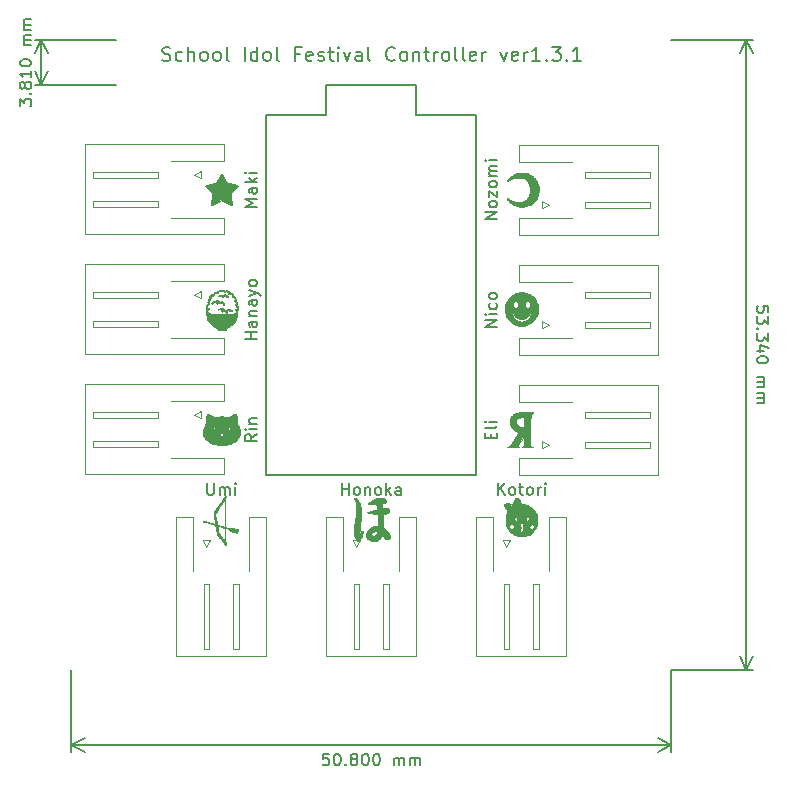
<source format=gbr>
G04 #@! TF.GenerationSoftware,KiCad,Pcbnew,(5.1.5)-3*
G04 #@! TF.CreationDate,2020-03-31T15:12:15+09:00*
G04 #@! TF.ProjectId,sif,7369662e-6b69-4636-9164-5f7063625858,rev?*
G04 #@! TF.SameCoordinates,Original*
G04 #@! TF.FileFunction,Legend,Top*
G04 #@! TF.FilePolarity,Positive*
%FSLAX46Y46*%
G04 Gerber Fmt 4.6, Leading zero omitted, Abs format (unit mm)*
G04 Created by KiCad (PCBNEW (5.1.5)-3) date 2020-03-31 15:12:15*
%MOMM*%
%LPD*%
G04 APERTURE LIST*
%ADD10C,0.150000*%
%ADD11C,0.200000*%
%ADD12C,0.120000*%
%ADD13C,0.010000*%
G04 APERTURE END LIST*
D10*
X8312380Y-18319285D02*
X8312380Y-17700238D01*
X8693333Y-18033571D01*
X8693333Y-17890714D01*
X8740952Y-17795476D01*
X8788571Y-17747857D01*
X8883809Y-17700238D01*
X9121904Y-17700238D01*
X9217142Y-17747857D01*
X9264761Y-17795476D01*
X9312380Y-17890714D01*
X9312380Y-18176428D01*
X9264761Y-18271666D01*
X9217142Y-18319285D01*
X9217142Y-17271666D02*
X9264761Y-17224047D01*
X9312380Y-17271666D01*
X9264761Y-17319285D01*
X9217142Y-17271666D01*
X9312380Y-17271666D01*
X8740952Y-16652619D02*
X8693333Y-16747857D01*
X8645714Y-16795476D01*
X8550476Y-16843095D01*
X8502857Y-16843095D01*
X8407619Y-16795476D01*
X8360000Y-16747857D01*
X8312380Y-16652619D01*
X8312380Y-16462142D01*
X8360000Y-16366904D01*
X8407619Y-16319285D01*
X8502857Y-16271666D01*
X8550476Y-16271666D01*
X8645714Y-16319285D01*
X8693333Y-16366904D01*
X8740952Y-16462142D01*
X8740952Y-16652619D01*
X8788571Y-16747857D01*
X8836190Y-16795476D01*
X8931428Y-16843095D01*
X9121904Y-16843095D01*
X9217142Y-16795476D01*
X9264761Y-16747857D01*
X9312380Y-16652619D01*
X9312380Y-16462142D01*
X9264761Y-16366904D01*
X9217142Y-16319285D01*
X9121904Y-16271666D01*
X8931428Y-16271666D01*
X8836190Y-16319285D01*
X8788571Y-16366904D01*
X8740952Y-16462142D01*
X9312380Y-15319285D02*
X9312380Y-15890714D01*
X9312380Y-15605000D02*
X8312380Y-15605000D01*
X8455238Y-15700238D01*
X8550476Y-15795476D01*
X8598095Y-15890714D01*
X8312380Y-14700238D02*
X8312380Y-14605000D01*
X8360000Y-14509761D01*
X8407619Y-14462142D01*
X8502857Y-14414523D01*
X8693333Y-14366904D01*
X8931428Y-14366904D01*
X9121904Y-14414523D01*
X9217142Y-14462142D01*
X9264761Y-14509761D01*
X9312380Y-14605000D01*
X9312380Y-14700238D01*
X9264761Y-14795476D01*
X9217142Y-14843095D01*
X9121904Y-14890714D01*
X8931428Y-14938333D01*
X8693333Y-14938333D01*
X8502857Y-14890714D01*
X8407619Y-14843095D01*
X8360000Y-14795476D01*
X8312380Y-14700238D01*
X9312380Y-13176428D02*
X8645714Y-13176428D01*
X8740952Y-13176428D02*
X8693333Y-13128809D01*
X8645714Y-13033571D01*
X8645714Y-12890714D01*
X8693333Y-12795476D01*
X8788571Y-12747857D01*
X9312380Y-12747857D01*
X8788571Y-12747857D02*
X8693333Y-12700238D01*
X8645714Y-12605000D01*
X8645714Y-12462142D01*
X8693333Y-12366904D01*
X8788571Y-12319285D01*
X9312380Y-12319285D01*
X9312380Y-11843095D02*
X8645714Y-11843095D01*
X8740952Y-11843095D02*
X8693333Y-11795476D01*
X8645714Y-11700238D01*
X8645714Y-11557380D01*
X8693333Y-11462142D01*
X8788571Y-11414523D01*
X9312380Y-11414523D01*
X8788571Y-11414523D02*
X8693333Y-11366904D01*
X8645714Y-11271666D01*
X8645714Y-11128809D01*
X8693333Y-11033571D01*
X8788571Y-10985952D01*
X9312380Y-10985952D01*
X10160000Y-16510000D02*
X10160000Y-12700000D01*
X16510000Y-16510000D02*
X9573579Y-16510000D01*
X16510000Y-12700000D02*
X9573579Y-12700000D01*
X10160000Y-12700000D02*
X10746421Y-13826504D01*
X10160000Y-12700000D02*
X9573579Y-13826504D01*
X10160000Y-16510000D02*
X10746421Y-15383496D01*
X10160000Y-16510000D02*
X9573579Y-15383496D01*
X34480952Y-73142380D02*
X34004761Y-73142380D01*
X33957142Y-73618571D01*
X34004761Y-73570952D01*
X34100000Y-73523333D01*
X34338095Y-73523333D01*
X34433333Y-73570952D01*
X34480952Y-73618571D01*
X34528571Y-73713809D01*
X34528571Y-73951904D01*
X34480952Y-74047142D01*
X34433333Y-74094761D01*
X34338095Y-74142380D01*
X34100000Y-74142380D01*
X34004761Y-74094761D01*
X33957142Y-74047142D01*
X35147619Y-73142380D02*
X35242857Y-73142380D01*
X35338095Y-73190000D01*
X35385714Y-73237619D01*
X35433333Y-73332857D01*
X35480952Y-73523333D01*
X35480952Y-73761428D01*
X35433333Y-73951904D01*
X35385714Y-74047142D01*
X35338095Y-74094761D01*
X35242857Y-74142380D01*
X35147619Y-74142380D01*
X35052380Y-74094761D01*
X35004761Y-74047142D01*
X34957142Y-73951904D01*
X34909523Y-73761428D01*
X34909523Y-73523333D01*
X34957142Y-73332857D01*
X35004761Y-73237619D01*
X35052380Y-73190000D01*
X35147619Y-73142380D01*
X35909523Y-74047142D02*
X35957142Y-74094761D01*
X35909523Y-74142380D01*
X35861904Y-74094761D01*
X35909523Y-74047142D01*
X35909523Y-74142380D01*
X36528571Y-73570952D02*
X36433333Y-73523333D01*
X36385714Y-73475714D01*
X36338095Y-73380476D01*
X36338095Y-73332857D01*
X36385714Y-73237619D01*
X36433333Y-73190000D01*
X36528571Y-73142380D01*
X36719047Y-73142380D01*
X36814285Y-73190000D01*
X36861904Y-73237619D01*
X36909523Y-73332857D01*
X36909523Y-73380476D01*
X36861904Y-73475714D01*
X36814285Y-73523333D01*
X36719047Y-73570952D01*
X36528571Y-73570952D01*
X36433333Y-73618571D01*
X36385714Y-73666190D01*
X36338095Y-73761428D01*
X36338095Y-73951904D01*
X36385714Y-74047142D01*
X36433333Y-74094761D01*
X36528571Y-74142380D01*
X36719047Y-74142380D01*
X36814285Y-74094761D01*
X36861904Y-74047142D01*
X36909523Y-73951904D01*
X36909523Y-73761428D01*
X36861904Y-73666190D01*
X36814285Y-73618571D01*
X36719047Y-73570952D01*
X37528571Y-73142380D02*
X37623809Y-73142380D01*
X37719047Y-73190000D01*
X37766666Y-73237619D01*
X37814285Y-73332857D01*
X37861904Y-73523333D01*
X37861904Y-73761428D01*
X37814285Y-73951904D01*
X37766666Y-74047142D01*
X37719047Y-74094761D01*
X37623809Y-74142380D01*
X37528571Y-74142380D01*
X37433333Y-74094761D01*
X37385714Y-74047142D01*
X37338095Y-73951904D01*
X37290476Y-73761428D01*
X37290476Y-73523333D01*
X37338095Y-73332857D01*
X37385714Y-73237619D01*
X37433333Y-73190000D01*
X37528571Y-73142380D01*
X38480952Y-73142380D02*
X38576190Y-73142380D01*
X38671428Y-73190000D01*
X38719047Y-73237619D01*
X38766666Y-73332857D01*
X38814285Y-73523333D01*
X38814285Y-73761428D01*
X38766666Y-73951904D01*
X38719047Y-74047142D01*
X38671428Y-74094761D01*
X38576190Y-74142380D01*
X38480952Y-74142380D01*
X38385714Y-74094761D01*
X38338095Y-74047142D01*
X38290476Y-73951904D01*
X38242857Y-73761428D01*
X38242857Y-73523333D01*
X38290476Y-73332857D01*
X38338095Y-73237619D01*
X38385714Y-73190000D01*
X38480952Y-73142380D01*
X40004761Y-74142380D02*
X40004761Y-73475714D01*
X40004761Y-73570952D02*
X40052380Y-73523333D01*
X40147619Y-73475714D01*
X40290476Y-73475714D01*
X40385714Y-73523333D01*
X40433333Y-73618571D01*
X40433333Y-74142380D01*
X40433333Y-73618571D02*
X40480952Y-73523333D01*
X40576190Y-73475714D01*
X40719047Y-73475714D01*
X40814285Y-73523333D01*
X40861904Y-73618571D01*
X40861904Y-74142380D01*
X41338095Y-74142380D02*
X41338095Y-73475714D01*
X41338095Y-73570952D02*
X41385714Y-73523333D01*
X41480952Y-73475714D01*
X41623809Y-73475714D01*
X41719047Y-73523333D01*
X41766666Y-73618571D01*
X41766666Y-74142380D01*
X41766666Y-73618571D02*
X41814285Y-73523333D01*
X41909523Y-73475714D01*
X42052380Y-73475714D01*
X42147619Y-73523333D01*
X42195238Y-73618571D01*
X42195238Y-74142380D01*
X12700000Y-72390000D02*
X63500000Y-72390000D01*
X12700000Y-66040000D02*
X12700000Y-72976421D01*
X63500000Y-66040000D02*
X63500000Y-72976421D01*
X63500000Y-72390000D02*
X62373496Y-72976421D01*
X63500000Y-72390000D02*
X62373496Y-71803579D01*
X12700000Y-72390000D02*
X13826504Y-72976421D01*
X12700000Y-72390000D02*
X13826504Y-71803579D01*
X71697619Y-35750952D02*
X71697619Y-35274761D01*
X71221428Y-35227142D01*
X71269047Y-35274761D01*
X71316666Y-35370000D01*
X71316666Y-35608095D01*
X71269047Y-35703333D01*
X71221428Y-35750952D01*
X71126190Y-35798571D01*
X70888095Y-35798571D01*
X70792857Y-35750952D01*
X70745238Y-35703333D01*
X70697619Y-35608095D01*
X70697619Y-35370000D01*
X70745238Y-35274761D01*
X70792857Y-35227142D01*
X71697619Y-36131904D02*
X71697619Y-36750952D01*
X71316666Y-36417619D01*
X71316666Y-36560476D01*
X71269047Y-36655714D01*
X71221428Y-36703333D01*
X71126190Y-36750952D01*
X70888095Y-36750952D01*
X70792857Y-36703333D01*
X70745238Y-36655714D01*
X70697619Y-36560476D01*
X70697619Y-36274761D01*
X70745238Y-36179523D01*
X70792857Y-36131904D01*
X70792857Y-37179523D02*
X70745238Y-37227142D01*
X70697619Y-37179523D01*
X70745238Y-37131904D01*
X70792857Y-37179523D01*
X70697619Y-37179523D01*
X71697619Y-37560476D02*
X71697619Y-38179523D01*
X71316666Y-37846190D01*
X71316666Y-37989047D01*
X71269047Y-38084285D01*
X71221428Y-38131904D01*
X71126190Y-38179523D01*
X70888095Y-38179523D01*
X70792857Y-38131904D01*
X70745238Y-38084285D01*
X70697619Y-37989047D01*
X70697619Y-37703333D01*
X70745238Y-37608095D01*
X70792857Y-37560476D01*
X71364285Y-39036666D02*
X70697619Y-39036666D01*
X71745238Y-38798571D02*
X71030952Y-38560476D01*
X71030952Y-39179523D01*
X71697619Y-39750952D02*
X71697619Y-39846190D01*
X71650000Y-39941428D01*
X71602380Y-39989047D01*
X71507142Y-40036666D01*
X71316666Y-40084285D01*
X71078571Y-40084285D01*
X70888095Y-40036666D01*
X70792857Y-39989047D01*
X70745238Y-39941428D01*
X70697619Y-39846190D01*
X70697619Y-39750952D01*
X70745238Y-39655714D01*
X70792857Y-39608095D01*
X70888095Y-39560476D01*
X71078571Y-39512857D01*
X71316666Y-39512857D01*
X71507142Y-39560476D01*
X71602380Y-39608095D01*
X71650000Y-39655714D01*
X71697619Y-39750952D01*
X70697619Y-41274761D02*
X71364285Y-41274761D01*
X71269047Y-41274761D02*
X71316666Y-41322380D01*
X71364285Y-41417619D01*
X71364285Y-41560476D01*
X71316666Y-41655714D01*
X71221428Y-41703333D01*
X70697619Y-41703333D01*
X71221428Y-41703333D02*
X71316666Y-41750952D01*
X71364285Y-41846190D01*
X71364285Y-41989047D01*
X71316666Y-42084285D01*
X71221428Y-42131904D01*
X70697619Y-42131904D01*
X70697619Y-42608095D02*
X71364285Y-42608095D01*
X71269047Y-42608095D02*
X71316666Y-42655714D01*
X71364285Y-42750952D01*
X71364285Y-42893809D01*
X71316666Y-42989047D01*
X71221428Y-43036666D01*
X70697619Y-43036666D01*
X71221428Y-43036666D02*
X71316666Y-43084285D01*
X71364285Y-43179523D01*
X71364285Y-43322380D01*
X71316666Y-43417619D01*
X71221428Y-43465238D01*
X70697619Y-43465238D01*
X69850000Y-12700000D02*
X69850000Y-66040000D01*
X63500000Y-12700000D02*
X70436421Y-12700000D01*
X63500000Y-66040000D02*
X70436421Y-66040000D01*
X69850000Y-66040000D02*
X69263579Y-64913496D01*
X69850000Y-66040000D02*
X70436421Y-64913496D01*
X69850000Y-12700000D02*
X69263579Y-13826504D01*
X69850000Y-12700000D02*
X70436421Y-13826504D01*
D11*
X20391666Y-14451666D02*
X20561666Y-14508333D01*
X20844999Y-14508333D01*
X20958333Y-14451666D01*
X21014999Y-14395000D01*
X21071666Y-14281666D01*
X21071666Y-14168333D01*
X21014999Y-14055000D01*
X20958333Y-13998333D01*
X20844999Y-13941666D01*
X20618333Y-13885000D01*
X20504999Y-13828333D01*
X20448333Y-13771666D01*
X20391666Y-13658333D01*
X20391666Y-13545000D01*
X20448333Y-13431666D01*
X20504999Y-13375000D01*
X20618333Y-13318333D01*
X20901666Y-13318333D01*
X21071666Y-13375000D01*
X22091666Y-14451666D02*
X21978333Y-14508333D01*
X21751666Y-14508333D01*
X21638333Y-14451666D01*
X21581666Y-14395000D01*
X21524999Y-14281666D01*
X21524999Y-13941666D01*
X21581666Y-13828333D01*
X21638333Y-13771666D01*
X21751666Y-13715000D01*
X21978333Y-13715000D01*
X22091666Y-13771666D01*
X22601666Y-14508333D02*
X22601666Y-13318333D01*
X23111666Y-14508333D02*
X23111666Y-13885000D01*
X23054999Y-13771666D01*
X22941666Y-13715000D01*
X22771666Y-13715000D01*
X22658333Y-13771666D01*
X22601666Y-13828333D01*
X23848333Y-14508333D02*
X23734999Y-14451666D01*
X23678333Y-14395000D01*
X23621666Y-14281666D01*
X23621666Y-13941666D01*
X23678333Y-13828333D01*
X23734999Y-13771666D01*
X23848333Y-13715000D01*
X24018333Y-13715000D01*
X24131666Y-13771666D01*
X24188333Y-13828333D01*
X24244999Y-13941666D01*
X24244999Y-14281666D01*
X24188333Y-14395000D01*
X24131666Y-14451666D01*
X24018333Y-14508333D01*
X23848333Y-14508333D01*
X24924999Y-14508333D02*
X24811666Y-14451666D01*
X24754999Y-14395000D01*
X24698333Y-14281666D01*
X24698333Y-13941666D01*
X24754999Y-13828333D01*
X24811666Y-13771666D01*
X24924999Y-13715000D01*
X25094999Y-13715000D01*
X25208333Y-13771666D01*
X25264999Y-13828333D01*
X25321666Y-13941666D01*
X25321666Y-14281666D01*
X25264999Y-14395000D01*
X25208333Y-14451666D01*
X25094999Y-14508333D01*
X24924999Y-14508333D01*
X26001666Y-14508333D02*
X25888333Y-14451666D01*
X25831666Y-14338333D01*
X25831666Y-13318333D01*
X27361666Y-14508333D02*
X27361666Y-13318333D01*
X28438333Y-14508333D02*
X28438333Y-13318333D01*
X28438333Y-14451666D02*
X28324999Y-14508333D01*
X28098333Y-14508333D01*
X27984999Y-14451666D01*
X27928333Y-14395000D01*
X27871666Y-14281666D01*
X27871666Y-13941666D01*
X27928333Y-13828333D01*
X27984999Y-13771666D01*
X28098333Y-13715000D01*
X28324999Y-13715000D01*
X28438333Y-13771666D01*
X29174999Y-14508333D02*
X29061666Y-14451666D01*
X29004999Y-14395000D01*
X28948333Y-14281666D01*
X28948333Y-13941666D01*
X29004999Y-13828333D01*
X29061666Y-13771666D01*
X29174999Y-13715000D01*
X29344999Y-13715000D01*
X29458333Y-13771666D01*
X29514999Y-13828333D01*
X29571666Y-13941666D01*
X29571666Y-14281666D01*
X29514999Y-14395000D01*
X29458333Y-14451666D01*
X29344999Y-14508333D01*
X29174999Y-14508333D01*
X30251666Y-14508333D02*
X30138333Y-14451666D01*
X30081666Y-14338333D01*
X30081666Y-13318333D01*
X32008333Y-13885000D02*
X31611666Y-13885000D01*
X31611666Y-14508333D02*
X31611666Y-13318333D01*
X32178333Y-13318333D01*
X33084999Y-14451666D02*
X32971666Y-14508333D01*
X32744999Y-14508333D01*
X32631666Y-14451666D01*
X32574999Y-14338333D01*
X32574999Y-13885000D01*
X32631666Y-13771666D01*
X32744999Y-13715000D01*
X32971666Y-13715000D01*
X33084999Y-13771666D01*
X33141666Y-13885000D01*
X33141666Y-13998333D01*
X32574999Y-14111666D01*
X33594999Y-14451666D02*
X33708333Y-14508333D01*
X33934999Y-14508333D01*
X34048333Y-14451666D01*
X34104999Y-14338333D01*
X34104999Y-14281666D01*
X34048333Y-14168333D01*
X33934999Y-14111666D01*
X33764999Y-14111666D01*
X33651666Y-14055000D01*
X33594999Y-13941666D01*
X33594999Y-13885000D01*
X33651666Y-13771666D01*
X33764999Y-13715000D01*
X33934999Y-13715000D01*
X34048333Y-13771666D01*
X34445000Y-13715000D02*
X34898333Y-13715000D01*
X34615000Y-13318333D02*
X34615000Y-14338333D01*
X34671666Y-14451666D01*
X34785000Y-14508333D01*
X34898333Y-14508333D01*
X35295000Y-14508333D02*
X35295000Y-13715000D01*
X35295000Y-13318333D02*
X35238333Y-13375000D01*
X35295000Y-13431666D01*
X35351666Y-13375000D01*
X35295000Y-13318333D01*
X35295000Y-13431666D01*
X35748333Y-13715000D02*
X36031666Y-14508333D01*
X36314999Y-13715000D01*
X37278333Y-14508333D02*
X37278333Y-13885000D01*
X37221666Y-13771666D01*
X37108333Y-13715000D01*
X36881666Y-13715000D01*
X36768333Y-13771666D01*
X37278333Y-14451666D02*
X37165000Y-14508333D01*
X36881666Y-14508333D01*
X36768333Y-14451666D01*
X36711666Y-14338333D01*
X36711666Y-14225000D01*
X36768333Y-14111666D01*
X36881666Y-14055000D01*
X37165000Y-14055000D01*
X37278333Y-13998333D01*
X38014999Y-14508333D02*
X37901666Y-14451666D01*
X37844999Y-14338333D01*
X37844999Y-13318333D01*
X40054999Y-14395000D02*
X39998333Y-14451666D01*
X39828333Y-14508333D01*
X39714999Y-14508333D01*
X39544999Y-14451666D01*
X39431666Y-14338333D01*
X39374999Y-14225000D01*
X39318333Y-13998333D01*
X39318333Y-13828333D01*
X39374999Y-13601666D01*
X39431666Y-13488333D01*
X39544999Y-13375000D01*
X39714999Y-13318333D01*
X39828333Y-13318333D01*
X39998333Y-13375000D01*
X40054999Y-13431666D01*
X40734999Y-14508333D02*
X40621666Y-14451666D01*
X40564999Y-14395000D01*
X40508333Y-14281666D01*
X40508333Y-13941666D01*
X40564999Y-13828333D01*
X40621666Y-13771666D01*
X40734999Y-13715000D01*
X40904999Y-13715000D01*
X41018333Y-13771666D01*
X41074999Y-13828333D01*
X41131666Y-13941666D01*
X41131666Y-14281666D01*
X41074999Y-14395000D01*
X41018333Y-14451666D01*
X40904999Y-14508333D01*
X40734999Y-14508333D01*
X41641666Y-13715000D02*
X41641666Y-14508333D01*
X41641666Y-13828333D02*
X41698333Y-13771666D01*
X41811666Y-13715000D01*
X41981666Y-13715000D01*
X42095000Y-13771666D01*
X42151666Y-13885000D01*
X42151666Y-14508333D01*
X42548333Y-13715000D02*
X43001666Y-13715000D01*
X42718333Y-13318333D02*
X42718333Y-14338333D01*
X42775000Y-14451666D01*
X42888333Y-14508333D01*
X43001666Y-14508333D01*
X43398333Y-14508333D02*
X43398333Y-13715000D01*
X43398333Y-13941666D02*
X43455000Y-13828333D01*
X43511666Y-13771666D01*
X43625000Y-13715000D01*
X43738333Y-13715000D01*
X44305000Y-14508333D02*
X44191666Y-14451666D01*
X44135000Y-14395000D01*
X44078333Y-14281666D01*
X44078333Y-13941666D01*
X44135000Y-13828333D01*
X44191666Y-13771666D01*
X44305000Y-13715000D01*
X44475000Y-13715000D01*
X44588333Y-13771666D01*
X44645000Y-13828333D01*
X44701666Y-13941666D01*
X44701666Y-14281666D01*
X44645000Y-14395000D01*
X44588333Y-14451666D01*
X44475000Y-14508333D01*
X44305000Y-14508333D01*
X45381666Y-14508333D02*
X45268333Y-14451666D01*
X45211666Y-14338333D01*
X45211666Y-13318333D01*
X46005000Y-14508333D02*
X45891666Y-14451666D01*
X45835000Y-14338333D01*
X45835000Y-13318333D01*
X46911666Y-14451666D02*
X46798333Y-14508333D01*
X46571666Y-14508333D01*
X46458333Y-14451666D01*
X46401666Y-14338333D01*
X46401666Y-13885000D01*
X46458333Y-13771666D01*
X46571666Y-13715000D01*
X46798333Y-13715000D01*
X46911666Y-13771666D01*
X46968333Y-13885000D01*
X46968333Y-13998333D01*
X46401666Y-14111666D01*
X47478333Y-14508333D02*
X47478333Y-13715000D01*
X47478333Y-13941666D02*
X47535000Y-13828333D01*
X47591666Y-13771666D01*
X47705000Y-13715000D01*
X47818333Y-13715000D01*
X49008333Y-13715000D02*
X49291666Y-14508333D01*
X49575000Y-13715000D01*
X50481666Y-14451666D02*
X50368333Y-14508333D01*
X50141666Y-14508333D01*
X50028333Y-14451666D01*
X49971666Y-14338333D01*
X49971666Y-13885000D01*
X50028333Y-13771666D01*
X50141666Y-13715000D01*
X50368333Y-13715000D01*
X50481666Y-13771666D01*
X50538333Y-13885000D01*
X50538333Y-13998333D01*
X49971666Y-14111666D01*
X51048333Y-14508333D02*
X51048333Y-13715000D01*
X51048333Y-13941666D02*
X51105000Y-13828333D01*
X51161666Y-13771666D01*
X51275000Y-13715000D01*
X51388333Y-13715000D01*
X52408333Y-14508333D02*
X51728333Y-14508333D01*
X52068333Y-14508333D02*
X52068333Y-13318333D01*
X51955000Y-13488333D01*
X51841666Y-13601666D01*
X51728333Y-13658333D01*
X52918333Y-14395000D02*
X52975000Y-14451666D01*
X52918333Y-14508333D01*
X52861666Y-14451666D01*
X52918333Y-14395000D01*
X52918333Y-14508333D01*
X53371666Y-13318333D02*
X54108333Y-13318333D01*
X53711666Y-13771666D01*
X53881666Y-13771666D01*
X53995000Y-13828333D01*
X54051666Y-13885000D01*
X54108333Y-13998333D01*
X54108333Y-14281666D01*
X54051666Y-14395000D01*
X53995000Y-14451666D01*
X53881666Y-14508333D01*
X53541666Y-14508333D01*
X53428333Y-14451666D01*
X53371666Y-14395000D01*
X54618333Y-14395000D02*
X54675000Y-14451666D01*
X54618333Y-14508333D01*
X54561666Y-14451666D01*
X54618333Y-14395000D01*
X54618333Y-14508333D01*
X55808333Y-14508333D02*
X55128333Y-14508333D01*
X55468333Y-14508333D02*
X55468333Y-13318333D01*
X55355000Y-13488333D01*
X55241666Y-13601666D01*
X55128333Y-13658333D01*
D10*
X46990000Y-49530000D02*
X29210000Y-49530000D01*
X46990000Y-19050000D02*
X46990000Y-49530000D01*
X41910000Y-19050000D02*
X46990000Y-19050000D01*
X41910000Y-16510000D02*
X41910000Y-19050000D01*
X34290000Y-16510000D02*
X41910000Y-16510000D01*
X34290000Y-19050000D02*
X34290000Y-16510000D01*
X29210000Y-19050000D02*
X34290000Y-19050000D01*
X29210000Y-19050000D02*
X29210000Y-49530000D01*
D12*
X62320000Y-45740000D02*
X62320000Y-49550000D01*
X62320000Y-49550000D02*
X50600000Y-49550000D01*
X50600000Y-49550000D02*
X50600000Y-48130000D01*
X50600000Y-48130000D02*
X55100000Y-48130000D01*
X62320000Y-45740000D02*
X62320000Y-41930000D01*
X62320000Y-41930000D02*
X50600000Y-41930000D01*
X50600000Y-41930000D02*
X50600000Y-43350000D01*
X50600000Y-43350000D02*
X55100000Y-43350000D01*
X56210000Y-47240000D02*
X61710000Y-47240000D01*
X61710000Y-47240000D02*
X61710000Y-46740000D01*
X61710000Y-46740000D02*
X56210000Y-46740000D01*
X56210000Y-46740000D02*
X56210000Y-47240000D01*
X56210000Y-44740000D02*
X61710000Y-44740000D01*
X61710000Y-44740000D02*
X61710000Y-44240000D01*
X61710000Y-44240000D02*
X56210000Y-44240000D01*
X56210000Y-44240000D02*
X56210000Y-44740000D01*
X53110000Y-46990000D02*
X52510000Y-47290000D01*
X52510000Y-47290000D02*
X52510000Y-46690000D01*
X52510000Y-46690000D02*
X53110000Y-46990000D01*
D13*
G36*
X50427661Y-51465920D02*
G01*
X50463896Y-51480523D01*
X50502406Y-51501781D01*
X50538295Y-51527083D01*
X50560214Y-51546800D01*
X50598408Y-51594681D01*
X50634129Y-51656032D01*
X50665837Y-51727415D01*
X50691992Y-51805392D01*
X50710092Y-51881383D01*
X50721651Y-51942049D01*
X50674042Y-51947389D01*
X50637036Y-51952106D01*
X50595786Y-51958179D01*
X50575633Y-51961479D01*
X50543373Y-51966936D01*
X50513999Y-51971741D01*
X50499433Y-51974012D01*
X50478578Y-51978094D01*
X50447906Y-51985228D01*
X50413910Y-51993901D01*
X50412555Y-51994263D01*
X50382787Y-52002158D01*
X50360233Y-52007987D01*
X50349098Y-52010668D01*
X50348639Y-52010733D01*
X50344496Y-52003660D01*
X50337355Y-51986184D01*
X50335637Y-51981518D01*
X50318337Y-51951626D01*
X50291838Y-51924839D01*
X50262200Y-51906879D01*
X50253644Y-51904079D01*
X50231530Y-51904379D01*
X50206474Y-51912526D01*
X50206461Y-51912532D01*
X50183582Y-51920452D01*
X50170081Y-51918341D01*
X50155918Y-51911696D01*
X50133570Y-51905597D01*
X50130463Y-51904986D01*
X50100160Y-51899325D01*
X50116322Y-51847079D01*
X50150680Y-51747476D01*
X50187673Y-51661846D01*
X50226940Y-51590683D01*
X50268120Y-51534482D01*
X50310853Y-51493735D01*
X50354777Y-51468937D01*
X50398597Y-51460585D01*
X50427661Y-51465920D01*
G37*
X50427661Y-51465920D02*
X50463896Y-51480523D01*
X50502406Y-51501781D01*
X50538295Y-51527083D01*
X50560214Y-51546800D01*
X50598408Y-51594681D01*
X50634129Y-51656032D01*
X50665837Y-51727415D01*
X50691992Y-51805392D01*
X50710092Y-51881383D01*
X50721651Y-51942049D01*
X50674042Y-51947389D01*
X50637036Y-51952106D01*
X50595786Y-51958179D01*
X50575633Y-51961479D01*
X50543373Y-51966936D01*
X50513999Y-51971741D01*
X50499433Y-51974012D01*
X50478578Y-51978094D01*
X50447906Y-51985228D01*
X50413910Y-51993901D01*
X50412555Y-51994263D01*
X50382787Y-52002158D01*
X50360233Y-52007987D01*
X50349098Y-52010668D01*
X50348639Y-52010733D01*
X50344496Y-52003660D01*
X50337355Y-51986184D01*
X50335637Y-51981518D01*
X50318337Y-51951626D01*
X50291838Y-51924839D01*
X50262200Y-51906879D01*
X50253644Y-51904079D01*
X50231530Y-51904379D01*
X50206474Y-51912526D01*
X50206461Y-51912532D01*
X50183582Y-51920452D01*
X50170081Y-51918341D01*
X50155918Y-51911696D01*
X50133570Y-51905597D01*
X50130463Y-51904986D01*
X50100160Y-51899325D01*
X50116322Y-51847079D01*
X50150680Y-51747476D01*
X50187673Y-51661846D01*
X50226940Y-51590683D01*
X50268120Y-51534482D01*
X50310853Y-51493735D01*
X50354777Y-51468937D01*
X50398597Y-51460585D01*
X50427661Y-51465920D01*
G36*
X50256513Y-52000766D02*
G01*
X50267594Y-52016950D01*
X50274470Y-52035281D01*
X50275066Y-52040917D01*
X50269892Y-52044884D01*
X50257745Y-52039049D01*
X50246745Y-52029116D01*
X50234690Y-52010775D01*
X50234941Y-51997990D01*
X50245642Y-51993800D01*
X50256513Y-52000766D01*
G37*
X50256513Y-52000766D02*
X50267594Y-52016950D01*
X50274470Y-52035281D01*
X50275066Y-52040917D01*
X50269892Y-52044884D01*
X50257745Y-52039049D01*
X50246745Y-52029116D01*
X50234690Y-52010775D01*
X50234941Y-51997990D01*
X50245642Y-51993800D01*
X50256513Y-52000766D01*
G36*
X50132949Y-51986404D02*
G01*
X50138034Y-51988757D01*
X50159382Y-52001684D01*
X50171706Y-52016419D01*
X50179700Y-52039443D01*
X50182097Y-52049562D01*
X50188495Y-52077927D01*
X50119597Y-52113215D01*
X50085881Y-52130951D01*
X50055464Y-52147777D01*
X50033344Y-52160900D01*
X50028226Y-52164284D01*
X50011801Y-52175143D01*
X50002490Y-52180043D01*
X50002268Y-52180066D01*
X49996428Y-52173403D01*
X49985732Y-52156582D01*
X49980292Y-52147163D01*
X49965480Y-52109901D01*
X49962142Y-52074083D01*
X49970257Y-52043944D01*
X49980849Y-52030132D01*
X50018207Y-52003333D01*
X50058877Y-51986357D01*
X50098558Y-51980337D01*
X50132949Y-51986404D01*
G37*
X50132949Y-51986404D02*
X50138034Y-51988757D01*
X50159382Y-52001684D01*
X50171706Y-52016419D01*
X50179700Y-52039443D01*
X50182097Y-52049562D01*
X50188495Y-52077927D01*
X50119597Y-52113215D01*
X50085881Y-52130951D01*
X50055464Y-52147777D01*
X50033344Y-52160900D01*
X50028226Y-52164284D01*
X50011801Y-52175143D01*
X50002490Y-52180043D01*
X50002268Y-52180066D01*
X49996428Y-52173403D01*
X49985732Y-52156582D01*
X49980292Y-52147163D01*
X49965480Y-52109901D01*
X49962142Y-52074083D01*
X49970257Y-52043944D01*
X49980849Y-52030132D01*
X50018207Y-52003333D01*
X50058877Y-51986357D01*
X50098558Y-51980337D01*
X50132949Y-51986404D01*
G36*
X49906733Y-52177382D02*
G01*
X49920528Y-52191622D01*
X49923379Y-52194883D01*
X49936282Y-52213831D01*
X49936060Y-52226735D01*
X49934636Y-52228750D01*
X49922634Y-52238367D01*
X49912480Y-52233136D01*
X49903892Y-52217768D01*
X49896230Y-52195789D01*
X49894267Y-52178640D01*
X49898594Y-52171601D01*
X49898706Y-52171600D01*
X49906733Y-52177382D01*
G37*
X49906733Y-52177382D02*
X49920528Y-52191622D01*
X49923379Y-52194883D01*
X49936282Y-52213831D01*
X49936060Y-52226735D01*
X49934636Y-52228750D01*
X49922634Y-52238367D01*
X49912480Y-52233136D01*
X49903892Y-52217768D01*
X49896230Y-52195789D01*
X49894267Y-52178640D01*
X49898594Y-52171601D01*
X49898706Y-52171600D01*
X49906733Y-52177382D01*
G36*
X49690113Y-51960653D02*
G01*
X49716261Y-51964577D01*
X49754371Y-51971399D01*
X49794203Y-51979585D01*
X49831863Y-51988209D01*
X49863457Y-51996342D01*
X49885094Y-52003059D01*
X49892331Y-52006506D01*
X49891920Y-52015201D01*
X49888126Y-52035040D01*
X49884658Y-52049920D01*
X49868553Y-52089773D01*
X49841943Y-52121616D01*
X49817695Y-52151309D01*
X49809328Y-52181219D01*
X49816919Y-52212865D01*
X49840544Y-52247770D01*
X49848798Y-52257005D01*
X49869195Y-52278911D01*
X49787632Y-52358605D01*
X49751065Y-52395638D01*
X49713352Y-52436028D01*
X49679156Y-52474660D01*
X49655077Y-52503916D01*
X49633248Y-52531742D01*
X49615623Y-52553714D01*
X49604528Y-52566960D01*
X49601934Y-52569533D01*
X49595596Y-52563799D01*
X49580342Y-52548399D01*
X49558820Y-52526036D01*
X49545016Y-52511476D01*
X49492619Y-52451858D01*
X49446600Y-52391459D01*
X49409741Y-52334135D01*
X49390722Y-52297557D01*
X49368996Y-52241510D01*
X49353676Y-52184257D01*
X49345227Y-52129394D01*
X49344112Y-52080515D01*
X49350796Y-52041213D01*
X49356000Y-52028503D01*
X49380647Y-51998847D01*
X49419479Y-51976216D01*
X49471169Y-51960845D01*
X49534389Y-51952971D01*
X49607813Y-51952829D01*
X49690113Y-51960653D01*
G37*
X49690113Y-51960653D02*
X49716261Y-51964577D01*
X49754371Y-51971399D01*
X49794203Y-51979585D01*
X49831863Y-51988209D01*
X49863457Y-51996342D01*
X49885094Y-52003059D01*
X49892331Y-52006506D01*
X49891920Y-52015201D01*
X49888126Y-52035040D01*
X49884658Y-52049920D01*
X49868553Y-52089773D01*
X49841943Y-52121616D01*
X49817695Y-52151309D01*
X49809328Y-52181219D01*
X49816919Y-52212865D01*
X49840544Y-52247770D01*
X49848798Y-52257005D01*
X49869195Y-52278911D01*
X49787632Y-52358605D01*
X49751065Y-52395638D01*
X49713352Y-52436028D01*
X49679156Y-52474660D01*
X49655077Y-52503916D01*
X49633248Y-52531742D01*
X49615623Y-52553714D01*
X49604528Y-52566960D01*
X49601934Y-52569533D01*
X49595596Y-52563799D01*
X49580342Y-52548399D01*
X49558820Y-52526036D01*
X49545016Y-52511476D01*
X49492619Y-52451858D01*
X49446600Y-52391459D01*
X49409741Y-52334135D01*
X49390722Y-52297557D01*
X49368996Y-52241510D01*
X49353676Y-52184257D01*
X49345227Y-52129394D01*
X49344112Y-52080515D01*
X49350796Y-52041213D01*
X49356000Y-52028503D01*
X49380647Y-51998847D01*
X49419479Y-51976216D01*
X49471169Y-51960845D01*
X49534389Y-51952971D01*
X49607813Y-51952829D01*
X49690113Y-51960653D01*
G36*
X50870646Y-52026133D02*
G01*
X50962932Y-52032737D01*
X51045026Y-52045576D01*
X51056240Y-52048064D01*
X51087989Y-52055313D01*
X51115642Y-52061430D01*
X51131451Y-52064736D01*
X51163280Y-52072993D01*
X51206443Y-52087153D01*
X51257049Y-52105709D01*
X51311207Y-52127155D01*
X51365025Y-52149985D01*
X51414612Y-52172692D01*
X51430766Y-52180591D01*
X51562046Y-52255283D01*
X51682012Y-52342362D01*
X51790104Y-52441132D01*
X51885761Y-52550899D01*
X51968423Y-52670968D01*
X52037530Y-52800643D01*
X52092521Y-52939231D01*
X52121097Y-53036364D01*
X52129795Y-53072452D01*
X52136617Y-53106515D01*
X52141776Y-53141308D01*
X52145484Y-53179589D01*
X52147954Y-53224114D01*
X52149399Y-53277639D01*
X52150032Y-53342920D01*
X52150086Y-53411966D01*
X52149555Y-53489701D01*
X52147944Y-53553955D01*
X52144784Y-53608169D01*
X52139608Y-53655786D01*
X52131948Y-53700246D01*
X52121337Y-53744991D01*
X52107308Y-53793463D01*
X52091595Y-53842439D01*
X52073584Y-53892371D01*
X52051114Y-53947733D01*
X52026612Y-54003029D01*
X52002507Y-54052761D01*
X51982636Y-54089097D01*
X51898264Y-54214283D01*
X51802216Y-54327253D01*
X51694660Y-54427894D01*
X51575762Y-54516095D01*
X51445687Y-54591744D01*
X51304601Y-54654729D01*
X51152672Y-54704938D01*
X51021071Y-54736306D01*
X50940158Y-54748084D01*
X50849262Y-54753796D01*
X50754192Y-54753489D01*
X50660756Y-54747208D01*
X50574763Y-54735000D01*
X50562933Y-54732674D01*
X50472026Y-54712480D01*
X50393680Y-54691392D01*
X50323527Y-54668055D01*
X50257201Y-54641114D01*
X50234095Y-54630588D01*
X50204989Y-54617123D01*
X50182460Y-54606970D01*
X50170316Y-54601838D01*
X50169274Y-54601533D01*
X50161321Y-54597531D01*
X50141978Y-54586727D01*
X50114439Y-54570927D01*
X50091712Y-54557695D01*
X49965538Y-54474362D01*
X49851618Y-54379507D01*
X49750388Y-54273737D01*
X49730686Y-54247778D01*
X50650461Y-54247778D01*
X50661070Y-54286752D01*
X50680682Y-54321002D01*
X50706975Y-54346006D01*
X50726449Y-54355132D01*
X50750964Y-54361602D01*
X50768124Y-54363081D01*
X50786720Y-54359687D01*
X50799626Y-54356107D01*
X50831418Y-54340119D01*
X50864261Y-54312093D01*
X50894204Y-54276169D01*
X50917296Y-54236486D01*
X50920204Y-54229790D01*
X50929429Y-54204670D01*
X50935093Y-54180429D01*
X50937883Y-54151880D01*
X50938487Y-54113834D01*
X50938250Y-54093533D01*
X50937449Y-54040995D01*
X50937001Y-53999269D01*
X50936907Y-53962235D01*
X50937166Y-53923776D01*
X50937346Y-53910212D01*
X51468899Y-53910212D01*
X51471925Y-53959949D01*
X51488175Y-54007725D01*
X51516005Y-54050691D01*
X51553769Y-54086000D01*
X51599822Y-54110802D01*
X51629733Y-54119261D01*
X51652454Y-54122459D01*
X51674837Y-54121999D01*
X51703775Y-54117502D01*
X51719318Y-54114366D01*
X51760633Y-54097774D01*
X51798861Y-54067850D01*
X51830695Y-54028192D01*
X51852824Y-53982400D01*
X51858185Y-53963319D01*
X51861171Y-53912783D01*
X51849377Y-53862379D01*
X51824592Y-53815716D01*
X51788610Y-53776402D01*
X51753797Y-53753095D01*
X51717917Y-53740731D01*
X51674871Y-53734917D01*
X51631309Y-53735830D01*
X51593886Y-53743647D01*
X51582530Y-53748532D01*
X51554710Y-53768406D01*
X51524958Y-53797698D01*
X51498585Y-53830518D01*
X51480905Y-53860977D01*
X51480743Y-53861363D01*
X51468899Y-53910212D01*
X50937346Y-53910212D01*
X50937778Y-53877773D01*
X50938250Y-53848000D01*
X50936949Y-53787561D01*
X50929936Y-53739308D01*
X50915870Y-53699068D01*
X50893411Y-53662667D01*
X50869761Y-53634851D01*
X50829774Y-53600322D01*
X50790056Y-53581952D01*
X50751501Y-53579847D01*
X50715006Y-53594112D01*
X50691367Y-53613687D01*
X50666867Y-53645900D01*
X50654302Y-53681900D01*
X50652121Y-53726627D01*
X50652768Y-53736720D01*
X50665815Y-53797644D01*
X50694964Y-53858156D01*
X50739427Y-53916648D01*
X50742779Y-53920289D01*
X50789600Y-53970591D01*
X50745433Y-54018296D01*
X50712697Y-54058568D01*
X50685232Y-54101715D01*
X50666042Y-54142607D01*
X50659539Y-54164979D01*
X50655441Y-54186223D01*
X50651176Y-54208601D01*
X50650461Y-54247778D01*
X49730686Y-54247778D01*
X49662283Y-54157654D01*
X49587737Y-54031864D01*
X49549186Y-53945981D01*
X49734246Y-53945981D01*
X49743588Y-53993385D01*
X49761947Y-54032977D01*
X49762594Y-54033921D01*
X49801634Y-54077302D01*
X49848390Y-54108163D01*
X49899949Y-54125679D01*
X49953395Y-54129025D01*
X50005815Y-54117377D01*
X50025739Y-54108389D01*
X50045921Y-54094509D01*
X50070429Y-54073178D01*
X50086479Y-54056969D01*
X50119412Y-54010341D01*
X50136578Y-53960581D01*
X50138374Y-53909601D01*
X50125197Y-53859313D01*
X50097446Y-53811629D01*
X50055516Y-53768462D01*
X50021480Y-53744123D01*
X49986878Y-53730693D01*
X49943747Y-53725473D01*
X49898363Y-53728454D01*
X49857000Y-53739627D01*
X49846698Y-53744375D01*
X49805143Y-53773712D01*
X49768923Y-53813719D01*
X49745222Y-53854665D01*
X49734573Y-53897498D01*
X49734246Y-53945981D01*
X49549186Y-53945981D01*
X49527186Y-53896972D01*
X49481064Y-53753583D01*
X49465236Y-53686930D01*
X49460141Y-53659697D01*
X49456255Y-53630287D01*
X49453431Y-53595985D01*
X49451521Y-53554078D01*
X49450376Y-53501849D01*
X49449848Y-53436586D01*
X49449774Y-53403500D01*
X49450182Y-53316009D01*
X49451097Y-53276308D01*
X50190399Y-53276308D01*
X50196104Y-53343118D01*
X50213538Y-53398612D01*
X50243183Y-53444132D01*
X50254915Y-53456416D01*
X50276487Y-53475512D01*
X50294544Y-53488560D01*
X50303596Y-53492400D01*
X50317455Y-53487994D01*
X50337867Y-53477046D01*
X50343664Y-53473350D01*
X50367588Y-53450691D01*
X50390977Y-53416354D01*
X50397828Y-53403500D01*
X50410868Y-53375201D01*
X50418528Y-53350657D01*
X50422170Y-53323263D01*
X50422757Y-53301347D01*
X51173615Y-53301347D01*
X51181560Y-53357115D01*
X51186100Y-53374446D01*
X51203130Y-53414870D01*
X51230573Y-53449992D01*
X51237048Y-53456416D01*
X51258621Y-53475512D01*
X51276678Y-53488560D01*
X51285729Y-53492400D01*
X51299588Y-53487994D01*
X51320000Y-53477046D01*
X51325797Y-53473350D01*
X51349713Y-53450701D01*
X51373100Y-53416380D01*
X51379966Y-53403500D01*
X51392516Y-53376549D01*
X51400063Y-53353442D01*
X51403800Y-53328108D01*
X51404917Y-53294476D01*
X51404893Y-53276500D01*
X51402518Y-53224348D01*
X51394940Y-53183383D01*
X51380370Y-53148203D01*
X51357018Y-53113408D01*
X51346559Y-53100465D01*
X51317237Y-53065260D01*
X51296959Y-53041235D01*
X51283716Y-53026739D01*
X51275503Y-53020123D01*
X51270310Y-53019737D01*
X51266132Y-53023929D01*
X51261414Y-53030468D01*
X51251445Y-53051904D01*
X51248733Y-53069100D01*
X51241581Y-53092426D01*
X51223527Y-53115447D01*
X51199946Y-53148384D01*
X51183383Y-53193000D01*
X51174414Y-53245315D01*
X51173615Y-53301347D01*
X50422757Y-53301347D01*
X50423157Y-53286414D01*
X50423161Y-53280733D01*
X50420882Y-53226996D01*
X50413030Y-53184571D01*
X50397925Y-53148292D01*
X50373886Y-53112989D01*
X50365186Y-53102412D01*
X50343071Y-53076148D01*
X50322401Y-53051323D01*
X50311080Y-53037522D01*
X50297988Y-53022500D01*
X50289927Y-53019621D01*
X50281501Y-53027689D01*
X50279330Y-53030468D01*
X50269205Y-53049794D01*
X50266599Y-53062714D01*
X50261521Y-53078414D01*
X50248654Y-53100092D01*
X50240723Y-53110725D01*
X50212035Y-53159483D01*
X50195080Y-53218834D01*
X50190399Y-53276308D01*
X49451097Y-53276308D01*
X49451879Y-53242403D01*
X49455294Y-53179654D01*
X49460854Y-53124735D01*
X49468987Y-53074618D01*
X49480124Y-53026277D01*
X49494690Y-52976683D01*
X49513115Y-52922811D01*
X49520741Y-52901880D01*
X49580308Y-52763714D01*
X49653133Y-52635924D01*
X49738861Y-52518818D01*
X49837136Y-52412703D01*
X49947603Y-52317886D01*
X50069905Y-52234675D01*
X50203687Y-52163378D01*
X50348593Y-52104301D01*
X50495200Y-52060040D01*
X50580443Y-52042719D01*
X50674620Y-52031227D01*
X50772948Y-52025664D01*
X50870646Y-52026133D01*
G37*
X50870646Y-52026133D02*
X50962932Y-52032737D01*
X51045026Y-52045576D01*
X51056240Y-52048064D01*
X51087989Y-52055313D01*
X51115642Y-52061430D01*
X51131451Y-52064736D01*
X51163280Y-52072993D01*
X51206443Y-52087153D01*
X51257049Y-52105709D01*
X51311207Y-52127155D01*
X51365025Y-52149985D01*
X51414612Y-52172692D01*
X51430766Y-52180591D01*
X51562046Y-52255283D01*
X51682012Y-52342362D01*
X51790104Y-52441132D01*
X51885761Y-52550899D01*
X51968423Y-52670968D01*
X52037530Y-52800643D01*
X52092521Y-52939231D01*
X52121097Y-53036364D01*
X52129795Y-53072452D01*
X52136617Y-53106515D01*
X52141776Y-53141308D01*
X52145484Y-53179589D01*
X52147954Y-53224114D01*
X52149399Y-53277639D01*
X52150032Y-53342920D01*
X52150086Y-53411966D01*
X52149555Y-53489701D01*
X52147944Y-53553955D01*
X52144784Y-53608169D01*
X52139608Y-53655786D01*
X52131948Y-53700246D01*
X52121337Y-53744991D01*
X52107308Y-53793463D01*
X52091595Y-53842439D01*
X52073584Y-53892371D01*
X52051114Y-53947733D01*
X52026612Y-54003029D01*
X52002507Y-54052761D01*
X51982636Y-54089097D01*
X51898264Y-54214283D01*
X51802216Y-54327253D01*
X51694660Y-54427894D01*
X51575762Y-54516095D01*
X51445687Y-54591744D01*
X51304601Y-54654729D01*
X51152672Y-54704938D01*
X51021071Y-54736306D01*
X50940158Y-54748084D01*
X50849262Y-54753796D01*
X50754192Y-54753489D01*
X50660756Y-54747208D01*
X50574763Y-54735000D01*
X50562933Y-54732674D01*
X50472026Y-54712480D01*
X50393680Y-54691392D01*
X50323527Y-54668055D01*
X50257201Y-54641114D01*
X50234095Y-54630588D01*
X50204989Y-54617123D01*
X50182460Y-54606970D01*
X50170316Y-54601838D01*
X50169274Y-54601533D01*
X50161321Y-54597531D01*
X50141978Y-54586727D01*
X50114439Y-54570927D01*
X50091712Y-54557695D01*
X49965538Y-54474362D01*
X49851618Y-54379507D01*
X49750388Y-54273737D01*
X49730686Y-54247778D01*
X50650461Y-54247778D01*
X50661070Y-54286752D01*
X50680682Y-54321002D01*
X50706975Y-54346006D01*
X50726449Y-54355132D01*
X50750964Y-54361602D01*
X50768124Y-54363081D01*
X50786720Y-54359687D01*
X50799626Y-54356107D01*
X50831418Y-54340119D01*
X50864261Y-54312093D01*
X50894204Y-54276169D01*
X50917296Y-54236486D01*
X50920204Y-54229790D01*
X50929429Y-54204670D01*
X50935093Y-54180429D01*
X50937883Y-54151880D01*
X50938487Y-54113834D01*
X50938250Y-54093533D01*
X50937449Y-54040995D01*
X50937001Y-53999269D01*
X50936907Y-53962235D01*
X50937166Y-53923776D01*
X50937346Y-53910212D01*
X51468899Y-53910212D01*
X51471925Y-53959949D01*
X51488175Y-54007725D01*
X51516005Y-54050691D01*
X51553769Y-54086000D01*
X51599822Y-54110802D01*
X51629733Y-54119261D01*
X51652454Y-54122459D01*
X51674837Y-54121999D01*
X51703775Y-54117502D01*
X51719318Y-54114366D01*
X51760633Y-54097774D01*
X51798861Y-54067850D01*
X51830695Y-54028192D01*
X51852824Y-53982400D01*
X51858185Y-53963319D01*
X51861171Y-53912783D01*
X51849377Y-53862379D01*
X51824592Y-53815716D01*
X51788610Y-53776402D01*
X51753797Y-53753095D01*
X51717917Y-53740731D01*
X51674871Y-53734917D01*
X51631309Y-53735830D01*
X51593886Y-53743647D01*
X51582530Y-53748532D01*
X51554710Y-53768406D01*
X51524958Y-53797698D01*
X51498585Y-53830518D01*
X51480905Y-53860977D01*
X51480743Y-53861363D01*
X51468899Y-53910212D01*
X50937346Y-53910212D01*
X50937778Y-53877773D01*
X50938250Y-53848000D01*
X50936949Y-53787561D01*
X50929936Y-53739308D01*
X50915870Y-53699068D01*
X50893411Y-53662667D01*
X50869761Y-53634851D01*
X50829774Y-53600322D01*
X50790056Y-53581952D01*
X50751501Y-53579847D01*
X50715006Y-53594112D01*
X50691367Y-53613687D01*
X50666867Y-53645900D01*
X50654302Y-53681900D01*
X50652121Y-53726627D01*
X50652768Y-53736720D01*
X50665815Y-53797644D01*
X50694964Y-53858156D01*
X50739427Y-53916648D01*
X50742779Y-53920289D01*
X50789600Y-53970591D01*
X50745433Y-54018296D01*
X50712697Y-54058568D01*
X50685232Y-54101715D01*
X50666042Y-54142607D01*
X50659539Y-54164979D01*
X50655441Y-54186223D01*
X50651176Y-54208601D01*
X50650461Y-54247778D01*
X49730686Y-54247778D01*
X49662283Y-54157654D01*
X49587737Y-54031864D01*
X49549186Y-53945981D01*
X49734246Y-53945981D01*
X49743588Y-53993385D01*
X49761947Y-54032977D01*
X49762594Y-54033921D01*
X49801634Y-54077302D01*
X49848390Y-54108163D01*
X49899949Y-54125679D01*
X49953395Y-54129025D01*
X50005815Y-54117377D01*
X50025739Y-54108389D01*
X50045921Y-54094509D01*
X50070429Y-54073178D01*
X50086479Y-54056969D01*
X50119412Y-54010341D01*
X50136578Y-53960581D01*
X50138374Y-53909601D01*
X50125197Y-53859313D01*
X50097446Y-53811629D01*
X50055516Y-53768462D01*
X50021480Y-53744123D01*
X49986878Y-53730693D01*
X49943747Y-53725473D01*
X49898363Y-53728454D01*
X49857000Y-53739627D01*
X49846698Y-53744375D01*
X49805143Y-53773712D01*
X49768923Y-53813719D01*
X49745222Y-53854665D01*
X49734573Y-53897498D01*
X49734246Y-53945981D01*
X49549186Y-53945981D01*
X49527186Y-53896972D01*
X49481064Y-53753583D01*
X49465236Y-53686930D01*
X49460141Y-53659697D01*
X49456255Y-53630287D01*
X49453431Y-53595985D01*
X49451521Y-53554078D01*
X49450376Y-53501849D01*
X49449848Y-53436586D01*
X49449774Y-53403500D01*
X49450182Y-53316009D01*
X49451097Y-53276308D01*
X50190399Y-53276308D01*
X50196104Y-53343118D01*
X50213538Y-53398612D01*
X50243183Y-53444132D01*
X50254915Y-53456416D01*
X50276487Y-53475512D01*
X50294544Y-53488560D01*
X50303596Y-53492400D01*
X50317455Y-53487994D01*
X50337867Y-53477046D01*
X50343664Y-53473350D01*
X50367588Y-53450691D01*
X50390977Y-53416354D01*
X50397828Y-53403500D01*
X50410868Y-53375201D01*
X50418528Y-53350657D01*
X50422170Y-53323263D01*
X50422757Y-53301347D01*
X51173615Y-53301347D01*
X51181560Y-53357115D01*
X51186100Y-53374446D01*
X51203130Y-53414870D01*
X51230573Y-53449992D01*
X51237048Y-53456416D01*
X51258621Y-53475512D01*
X51276678Y-53488560D01*
X51285729Y-53492400D01*
X51299588Y-53487994D01*
X51320000Y-53477046D01*
X51325797Y-53473350D01*
X51349713Y-53450701D01*
X51373100Y-53416380D01*
X51379966Y-53403500D01*
X51392516Y-53376549D01*
X51400063Y-53353442D01*
X51403800Y-53328108D01*
X51404917Y-53294476D01*
X51404893Y-53276500D01*
X51402518Y-53224348D01*
X51394940Y-53183383D01*
X51380370Y-53148203D01*
X51357018Y-53113408D01*
X51346559Y-53100465D01*
X51317237Y-53065260D01*
X51296959Y-53041235D01*
X51283716Y-53026739D01*
X51275503Y-53020123D01*
X51270310Y-53019737D01*
X51266132Y-53023929D01*
X51261414Y-53030468D01*
X51251445Y-53051904D01*
X51248733Y-53069100D01*
X51241581Y-53092426D01*
X51223527Y-53115447D01*
X51199946Y-53148384D01*
X51183383Y-53193000D01*
X51174414Y-53245315D01*
X51173615Y-53301347D01*
X50422757Y-53301347D01*
X50423157Y-53286414D01*
X50423161Y-53280733D01*
X50420882Y-53226996D01*
X50413030Y-53184571D01*
X50397925Y-53148292D01*
X50373886Y-53112989D01*
X50365186Y-53102412D01*
X50343071Y-53076148D01*
X50322401Y-53051323D01*
X50311080Y-53037522D01*
X50297988Y-53022500D01*
X50289927Y-53019621D01*
X50281501Y-53027689D01*
X50279330Y-53030468D01*
X50269205Y-53049794D01*
X50266599Y-53062714D01*
X50261521Y-53078414D01*
X50248654Y-53100092D01*
X50240723Y-53110725D01*
X50212035Y-53159483D01*
X50195080Y-53218834D01*
X50190399Y-53276308D01*
X49451097Y-53276308D01*
X49451879Y-53242403D01*
X49455294Y-53179654D01*
X49460854Y-53124735D01*
X49468987Y-53074618D01*
X49480124Y-53026277D01*
X49494690Y-52976683D01*
X49513115Y-52922811D01*
X49520741Y-52901880D01*
X49580308Y-52763714D01*
X49653133Y-52635924D01*
X49738861Y-52518818D01*
X49837136Y-52412703D01*
X49947603Y-52317886D01*
X50069905Y-52234675D01*
X50203687Y-52163378D01*
X50348593Y-52104301D01*
X50495200Y-52060040D01*
X50580443Y-52042719D01*
X50674620Y-52031227D01*
X50772948Y-52025664D01*
X50870646Y-52026133D01*
G36*
X24293211Y-44396670D02*
G01*
X24344050Y-44410200D01*
X24404841Y-44433876D01*
X24476818Y-44467882D01*
X24527492Y-44494174D01*
X24568588Y-44516819D01*
X24617098Y-44544688D01*
X24666210Y-44573819D01*
X24699678Y-44594323D01*
X24791872Y-44651850D01*
X24831352Y-44640401D01*
X24852747Y-44634602D01*
X24874773Y-44629748D01*
X24901678Y-44625089D01*
X24937707Y-44619875D01*
X24976666Y-44614706D01*
X25029163Y-44609436D01*
X25095529Y-44605205D01*
X25172732Y-44602012D01*
X25257738Y-44599858D01*
X25347517Y-44598743D01*
X25439036Y-44598666D01*
X25529261Y-44599629D01*
X25615162Y-44601629D01*
X25693704Y-44604669D01*
X25761857Y-44608747D01*
X25816588Y-44613864D01*
X25823333Y-44614706D01*
X25851972Y-44618544D01*
X25883965Y-44622987D01*
X25888873Y-44623685D01*
X25911321Y-44626670D01*
X25925170Y-44628090D01*
X25926973Y-44628075D01*
X25935600Y-44629864D01*
X25955165Y-44635246D01*
X25969052Y-44639339D01*
X26008938Y-44651343D01*
X26100286Y-44594390D01*
X26188474Y-44541219D01*
X26270917Y-44495114D01*
X26346186Y-44456752D01*
X26412850Y-44426813D01*
X26469480Y-44405976D01*
X26514644Y-44394920D01*
X26522693Y-44393888D01*
X26568494Y-44395220D01*
X26605165Y-44410153D01*
X26634681Y-44439500D01*
X26635298Y-44440361D01*
X26645814Y-44461440D01*
X26657554Y-44495161D01*
X26669394Y-44537397D01*
X26680212Y-44584021D01*
X26688882Y-44630904D01*
X26690942Y-44644733D01*
X26694915Y-44670821D01*
X26698582Y-44691026D01*
X26699618Y-44695533D01*
X26701970Y-44710024D01*
X26704905Y-44735830D01*
X26707787Y-44767373D01*
X26707797Y-44767500D01*
X26710820Y-44801643D01*
X26713985Y-44832555D01*
X26716420Y-44852166D01*
X26718032Y-44864457D01*
X26719762Y-44881300D01*
X26721754Y-44904630D01*
X26724152Y-44936385D01*
X26727100Y-44978502D01*
X26730741Y-45032915D01*
X26735219Y-45101564D01*
X26737156Y-45131566D01*
X26744793Y-45250099D01*
X26783866Y-45317833D01*
X26851093Y-45444414D01*
X26903228Y-45565343D01*
X26940637Y-45681887D01*
X26963684Y-45795310D01*
X26972735Y-45906878D01*
X26971789Y-45969766D01*
X26962794Y-46065366D01*
X26944998Y-46151600D01*
X26916998Y-46234334D01*
X26898092Y-46277592D01*
X26864523Y-46343858D01*
X26828525Y-46402767D01*
X26786901Y-46458735D01*
X26736454Y-46516176D01*
X26693102Y-46560699D01*
X26601888Y-46642774D01*
X26498368Y-46720792D01*
X26387139Y-46791664D01*
X26272800Y-46852303D01*
X26229528Y-46872004D01*
X26182953Y-46890710D01*
X26130007Y-46909594D01*
X26075997Y-46926959D01*
X26026229Y-46941113D01*
X25986011Y-46950358D01*
X25982010Y-46951069D01*
X25958893Y-46955729D01*
X25943910Y-46959592D01*
X25911612Y-46966994D01*
X25864938Y-46974118D01*
X25806443Y-46980818D01*
X25738685Y-46986946D01*
X25664218Y-46992355D01*
X25585600Y-46996897D01*
X25505387Y-47000426D01*
X25426135Y-47002795D01*
X25350401Y-47003856D01*
X25280740Y-47003462D01*
X25219709Y-47001466D01*
X25217966Y-47001376D01*
X25120132Y-46994452D01*
X25021360Y-46984110D01*
X24926066Y-46970962D01*
X24838665Y-46955621D01*
X24763571Y-46938698D01*
X24760766Y-46937966D01*
X24632492Y-46896578D01*
X24504174Y-46840540D01*
X24379170Y-46771789D01*
X24260840Y-46692263D01*
X24152541Y-46603899D01*
X24106897Y-46560699D01*
X24070828Y-46524430D01*
X24043581Y-46495719D01*
X24021689Y-46470475D01*
X24001684Y-46444609D01*
X24000446Y-46442855D01*
X25196283Y-46442855D01*
X25196758Y-46452641D01*
X25201252Y-46462632D01*
X25219406Y-46487804D01*
X25239044Y-46498109D01*
X25258253Y-46492736D01*
X25262840Y-46488773D01*
X25271353Y-46483453D01*
X25273000Y-46485618D01*
X25278557Y-46484276D01*
X25292978Y-46473661D01*
X25308983Y-46459794D01*
X25335277Y-46437951D01*
X25362474Y-46418611D01*
X25375221Y-46411029D01*
X25405476Y-46395093D01*
X25447188Y-46425799D01*
X25491646Y-46457820D01*
X25525119Y-46479687D01*
X25549719Y-46491975D01*
X25567559Y-46495262D01*
X25580751Y-46490123D01*
X25591408Y-46477136D01*
X25597041Y-46466683D01*
X25602876Y-46451515D01*
X25601257Y-46438602D01*
X25590612Y-46421775D01*
X25583146Y-46412150D01*
X25566572Y-46393424D01*
X25553052Y-46381981D01*
X25548866Y-46380326D01*
X25538019Y-46374855D01*
X25519968Y-46360876D01*
X25506271Y-46348576D01*
X25486097Y-46330904D01*
X25470044Y-46319405D01*
X25463938Y-46316899D01*
X25457864Y-46309448D01*
X25454469Y-46291129D01*
X25454297Y-46287266D01*
X25452849Y-46264342D01*
X25450314Y-46248418D01*
X25450064Y-46247634D01*
X25454001Y-46236763D01*
X25468100Y-46221862D01*
X25473948Y-46217197D01*
X25497641Y-46196848D01*
X25518693Y-46174643D01*
X25520249Y-46172707D01*
X25533130Y-46154678D01*
X25540517Y-46137712D01*
X25545347Y-46114160D01*
X25546954Y-46103103D01*
X25550932Y-46086058D01*
X25554314Y-46079329D01*
X25557306Y-46065867D01*
X25547725Y-46047967D01*
X25527941Y-46029155D01*
X25514616Y-46020304D01*
X25494903Y-46010054D01*
X25475211Y-46003782D01*
X25450470Y-46000559D01*
X25415613Y-45999456D01*
X25400535Y-45999400D01*
X25345561Y-46001758D01*
X25304762Y-46009320D01*
X25275981Y-46022820D01*
X25257062Y-46042989D01*
X25253544Y-46049314D01*
X25247848Y-46077899D01*
X25253472Y-46112824D01*
X25268637Y-46149698D01*
X25291563Y-46184129D01*
X25318855Y-46210533D01*
X25339943Y-46227670D01*
X25350257Y-46241872D01*
X25353237Y-46259415D01*
X25352991Y-46272838D01*
X25349763Y-46297843D01*
X25340004Y-46313734D01*
X25324126Y-46325366D01*
X25304901Y-46339180D01*
X25278469Y-46360616D01*
X25249839Y-46385571D01*
X25243328Y-46391509D01*
X25217629Y-46415566D01*
X25202593Y-46431589D01*
X25196283Y-46442855D01*
X24000446Y-46442855D01*
X23980096Y-46414031D01*
X23970197Y-46399500D01*
X23910566Y-46297629D01*
X23866942Y-46191365D01*
X23838990Y-46079602D01*
X23826374Y-45961233D01*
X23825526Y-45923200D01*
X23825912Y-45892812D01*
X23827641Y-45863890D01*
X23831217Y-45832097D01*
X23837144Y-45793095D01*
X23845927Y-45742548D01*
X23847640Y-45733047D01*
X23866930Y-45653432D01*
X23881464Y-45610866D01*
X24645161Y-45610866D01*
X24651116Y-45653143D01*
X24670753Y-45686721D01*
X24700116Y-45711023D01*
X24729955Y-45725166D01*
X24757265Y-45725628D01*
X24786259Y-45711924D01*
X24803177Y-45699222D01*
X24831977Y-45667674D01*
X24845027Y-45632294D01*
X24843311Y-45603262D01*
X25954266Y-45603262D01*
X25957675Y-45630938D01*
X25961903Y-45651068D01*
X25961936Y-45662992D01*
X25961515Y-45663662D01*
X25965487Y-45670511D01*
X25979836Y-45684478D01*
X26000596Y-45701844D01*
X26025193Y-45720311D01*
X26041888Y-45729318D01*
X26055394Y-45730694D01*
X26066890Y-45727597D01*
X26089962Y-45716151D01*
X26113427Y-45700169D01*
X26113839Y-45699835D01*
X26140636Y-45668252D01*
X26153887Y-45630949D01*
X26154192Y-45591510D01*
X26142152Y-45553518D01*
X26118369Y-45520558D01*
X26083444Y-45496214D01*
X26079387Y-45494402D01*
X26059756Y-45487744D01*
X26043364Y-45488717D01*
X26021761Y-45497987D01*
X26019553Y-45499107D01*
X25999390Y-45511057D01*
X25981717Y-45524210D01*
X25970089Y-45535472D01*
X25968062Y-45541749D01*
X25970031Y-45542200D01*
X25970238Y-45549038D01*
X25964792Y-45566069D01*
X25962316Y-45572243D01*
X25954266Y-45603262D01*
X24843311Y-45603262D01*
X24842620Y-45591575D01*
X24830954Y-45556874D01*
X24808415Y-45520607D01*
X24779213Y-45497598D01*
X24746014Y-45488782D01*
X24711481Y-45495097D01*
X24690083Y-45507384D01*
X24665274Y-45531172D01*
X24651117Y-45559746D01*
X24645494Y-45597990D01*
X24645161Y-45610866D01*
X23881464Y-45610866D01*
X23897194Y-45564800D01*
X23937292Y-45469966D01*
X23986083Y-45371744D01*
X24015904Y-45317833D01*
X24031166Y-45290712D01*
X24042436Y-45268119D01*
X24050484Y-45246589D01*
X24056080Y-45222655D01*
X24059995Y-45192850D01*
X24062998Y-45153710D01*
X24065859Y-45101766D01*
X24066439Y-45090379D01*
X24069433Y-45034081D01*
X24072269Y-44988332D01*
X24075431Y-44946759D01*
X24079402Y-44902990D01*
X24084508Y-44852166D01*
X24087405Y-44822119D01*
X24089234Y-44799172D01*
X24089622Y-44788065D01*
X24089594Y-44787894D01*
X24090234Y-44777112D01*
X24093083Y-44752881D01*
X24097706Y-44718476D01*
X24103665Y-44677174D01*
X24109237Y-44640500D01*
X24117975Y-44592316D01*
X24128840Y-44544475D01*
X24140739Y-44500932D01*
X24152574Y-44465639D01*
X24163249Y-44442552D01*
X24164701Y-44440361D01*
X24188070Y-44415133D01*
X24216455Y-44399320D01*
X24251091Y-44393105D01*
X24293211Y-44396670D01*
G37*
X24293211Y-44396670D02*
X24344050Y-44410200D01*
X24404841Y-44433876D01*
X24476818Y-44467882D01*
X24527492Y-44494174D01*
X24568588Y-44516819D01*
X24617098Y-44544688D01*
X24666210Y-44573819D01*
X24699678Y-44594323D01*
X24791872Y-44651850D01*
X24831352Y-44640401D01*
X24852747Y-44634602D01*
X24874773Y-44629748D01*
X24901678Y-44625089D01*
X24937707Y-44619875D01*
X24976666Y-44614706D01*
X25029163Y-44609436D01*
X25095529Y-44605205D01*
X25172732Y-44602012D01*
X25257738Y-44599858D01*
X25347517Y-44598743D01*
X25439036Y-44598666D01*
X25529261Y-44599629D01*
X25615162Y-44601629D01*
X25693704Y-44604669D01*
X25761857Y-44608747D01*
X25816588Y-44613864D01*
X25823333Y-44614706D01*
X25851972Y-44618544D01*
X25883965Y-44622987D01*
X25888873Y-44623685D01*
X25911321Y-44626670D01*
X25925170Y-44628090D01*
X25926973Y-44628075D01*
X25935600Y-44629864D01*
X25955165Y-44635246D01*
X25969052Y-44639339D01*
X26008938Y-44651343D01*
X26100286Y-44594390D01*
X26188474Y-44541219D01*
X26270917Y-44495114D01*
X26346186Y-44456752D01*
X26412850Y-44426813D01*
X26469480Y-44405976D01*
X26514644Y-44394920D01*
X26522693Y-44393888D01*
X26568494Y-44395220D01*
X26605165Y-44410153D01*
X26634681Y-44439500D01*
X26635298Y-44440361D01*
X26645814Y-44461440D01*
X26657554Y-44495161D01*
X26669394Y-44537397D01*
X26680212Y-44584021D01*
X26688882Y-44630904D01*
X26690942Y-44644733D01*
X26694915Y-44670821D01*
X26698582Y-44691026D01*
X26699618Y-44695533D01*
X26701970Y-44710024D01*
X26704905Y-44735830D01*
X26707787Y-44767373D01*
X26707797Y-44767500D01*
X26710820Y-44801643D01*
X26713985Y-44832555D01*
X26716420Y-44852166D01*
X26718032Y-44864457D01*
X26719762Y-44881300D01*
X26721754Y-44904630D01*
X26724152Y-44936385D01*
X26727100Y-44978502D01*
X26730741Y-45032915D01*
X26735219Y-45101564D01*
X26737156Y-45131566D01*
X26744793Y-45250099D01*
X26783866Y-45317833D01*
X26851093Y-45444414D01*
X26903228Y-45565343D01*
X26940637Y-45681887D01*
X26963684Y-45795310D01*
X26972735Y-45906878D01*
X26971789Y-45969766D01*
X26962794Y-46065366D01*
X26944998Y-46151600D01*
X26916998Y-46234334D01*
X26898092Y-46277592D01*
X26864523Y-46343858D01*
X26828525Y-46402767D01*
X26786901Y-46458735D01*
X26736454Y-46516176D01*
X26693102Y-46560699D01*
X26601888Y-46642774D01*
X26498368Y-46720792D01*
X26387139Y-46791664D01*
X26272800Y-46852303D01*
X26229528Y-46872004D01*
X26182953Y-46890710D01*
X26130007Y-46909594D01*
X26075997Y-46926959D01*
X26026229Y-46941113D01*
X25986011Y-46950358D01*
X25982010Y-46951069D01*
X25958893Y-46955729D01*
X25943910Y-46959592D01*
X25911612Y-46966994D01*
X25864938Y-46974118D01*
X25806443Y-46980818D01*
X25738685Y-46986946D01*
X25664218Y-46992355D01*
X25585600Y-46996897D01*
X25505387Y-47000426D01*
X25426135Y-47002795D01*
X25350401Y-47003856D01*
X25280740Y-47003462D01*
X25219709Y-47001466D01*
X25217966Y-47001376D01*
X25120132Y-46994452D01*
X25021360Y-46984110D01*
X24926066Y-46970962D01*
X24838665Y-46955621D01*
X24763571Y-46938698D01*
X24760766Y-46937966D01*
X24632492Y-46896578D01*
X24504174Y-46840540D01*
X24379170Y-46771789D01*
X24260840Y-46692263D01*
X24152541Y-46603899D01*
X24106897Y-46560699D01*
X24070828Y-46524430D01*
X24043581Y-46495719D01*
X24021689Y-46470475D01*
X24001684Y-46444609D01*
X24000446Y-46442855D01*
X25196283Y-46442855D01*
X25196758Y-46452641D01*
X25201252Y-46462632D01*
X25219406Y-46487804D01*
X25239044Y-46498109D01*
X25258253Y-46492736D01*
X25262840Y-46488773D01*
X25271353Y-46483453D01*
X25273000Y-46485618D01*
X25278557Y-46484276D01*
X25292978Y-46473661D01*
X25308983Y-46459794D01*
X25335277Y-46437951D01*
X25362474Y-46418611D01*
X25375221Y-46411029D01*
X25405476Y-46395093D01*
X25447188Y-46425799D01*
X25491646Y-46457820D01*
X25525119Y-46479687D01*
X25549719Y-46491975D01*
X25567559Y-46495262D01*
X25580751Y-46490123D01*
X25591408Y-46477136D01*
X25597041Y-46466683D01*
X25602876Y-46451515D01*
X25601257Y-46438602D01*
X25590612Y-46421775D01*
X25583146Y-46412150D01*
X25566572Y-46393424D01*
X25553052Y-46381981D01*
X25548866Y-46380326D01*
X25538019Y-46374855D01*
X25519968Y-46360876D01*
X25506271Y-46348576D01*
X25486097Y-46330904D01*
X25470044Y-46319405D01*
X25463938Y-46316899D01*
X25457864Y-46309448D01*
X25454469Y-46291129D01*
X25454297Y-46287266D01*
X25452849Y-46264342D01*
X25450314Y-46248418D01*
X25450064Y-46247634D01*
X25454001Y-46236763D01*
X25468100Y-46221862D01*
X25473948Y-46217197D01*
X25497641Y-46196848D01*
X25518693Y-46174643D01*
X25520249Y-46172707D01*
X25533130Y-46154678D01*
X25540517Y-46137712D01*
X25545347Y-46114160D01*
X25546954Y-46103103D01*
X25550932Y-46086058D01*
X25554314Y-46079329D01*
X25557306Y-46065867D01*
X25547725Y-46047967D01*
X25527941Y-46029155D01*
X25514616Y-46020304D01*
X25494903Y-46010054D01*
X25475211Y-46003782D01*
X25450470Y-46000559D01*
X25415613Y-45999456D01*
X25400535Y-45999400D01*
X25345561Y-46001758D01*
X25304762Y-46009320D01*
X25275981Y-46022820D01*
X25257062Y-46042989D01*
X25253544Y-46049314D01*
X25247848Y-46077899D01*
X25253472Y-46112824D01*
X25268637Y-46149698D01*
X25291563Y-46184129D01*
X25318855Y-46210533D01*
X25339943Y-46227670D01*
X25350257Y-46241872D01*
X25353237Y-46259415D01*
X25352991Y-46272838D01*
X25349763Y-46297843D01*
X25340004Y-46313734D01*
X25324126Y-46325366D01*
X25304901Y-46339180D01*
X25278469Y-46360616D01*
X25249839Y-46385571D01*
X25243328Y-46391509D01*
X25217629Y-46415566D01*
X25202593Y-46431589D01*
X25196283Y-46442855D01*
X24000446Y-46442855D01*
X23980096Y-46414031D01*
X23970197Y-46399500D01*
X23910566Y-46297629D01*
X23866942Y-46191365D01*
X23838990Y-46079602D01*
X23826374Y-45961233D01*
X23825526Y-45923200D01*
X23825912Y-45892812D01*
X23827641Y-45863890D01*
X23831217Y-45832097D01*
X23837144Y-45793095D01*
X23845927Y-45742548D01*
X23847640Y-45733047D01*
X23866930Y-45653432D01*
X23881464Y-45610866D01*
X24645161Y-45610866D01*
X24651116Y-45653143D01*
X24670753Y-45686721D01*
X24700116Y-45711023D01*
X24729955Y-45725166D01*
X24757265Y-45725628D01*
X24786259Y-45711924D01*
X24803177Y-45699222D01*
X24831977Y-45667674D01*
X24845027Y-45632294D01*
X24843311Y-45603262D01*
X25954266Y-45603262D01*
X25957675Y-45630938D01*
X25961903Y-45651068D01*
X25961936Y-45662992D01*
X25961515Y-45663662D01*
X25965487Y-45670511D01*
X25979836Y-45684478D01*
X26000596Y-45701844D01*
X26025193Y-45720311D01*
X26041888Y-45729318D01*
X26055394Y-45730694D01*
X26066890Y-45727597D01*
X26089962Y-45716151D01*
X26113427Y-45700169D01*
X26113839Y-45699835D01*
X26140636Y-45668252D01*
X26153887Y-45630949D01*
X26154192Y-45591510D01*
X26142152Y-45553518D01*
X26118369Y-45520558D01*
X26083444Y-45496214D01*
X26079387Y-45494402D01*
X26059756Y-45487744D01*
X26043364Y-45488717D01*
X26021761Y-45497987D01*
X26019553Y-45499107D01*
X25999390Y-45511057D01*
X25981717Y-45524210D01*
X25970089Y-45535472D01*
X25968062Y-45541749D01*
X25970031Y-45542200D01*
X25970238Y-45549038D01*
X25964792Y-45566069D01*
X25962316Y-45572243D01*
X25954266Y-45603262D01*
X24843311Y-45603262D01*
X24842620Y-45591575D01*
X24830954Y-45556874D01*
X24808415Y-45520607D01*
X24779213Y-45497598D01*
X24746014Y-45488782D01*
X24711481Y-45495097D01*
X24690083Y-45507384D01*
X24665274Y-45531172D01*
X24651117Y-45559746D01*
X24645494Y-45597990D01*
X24645161Y-45610866D01*
X23881464Y-45610866D01*
X23897194Y-45564800D01*
X23937292Y-45469966D01*
X23986083Y-45371744D01*
X24015904Y-45317833D01*
X24031166Y-45290712D01*
X24042436Y-45268119D01*
X24050484Y-45246589D01*
X24056080Y-45222655D01*
X24059995Y-45192850D01*
X24062998Y-45153710D01*
X24065859Y-45101766D01*
X24066439Y-45090379D01*
X24069433Y-45034081D01*
X24072269Y-44988332D01*
X24075431Y-44946759D01*
X24079402Y-44902990D01*
X24084508Y-44852166D01*
X24087405Y-44822119D01*
X24089234Y-44799172D01*
X24089622Y-44788065D01*
X24089594Y-44787894D01*
X24090234Y-44777112D01*
X24093083Y-44752881D01*
X24097706Y-44718476D01*
X24103665Y-44677174D01*
X24109237Y-44640500D01*
X24117975Y-44592316D01*
X24128840Y-44544475D01*
X24140739Y-44500932D01*
X24152574Y-44465639D01*
X24163249Y-44442552D01*
X24164701Y-44440361D01*
X24188070Y-44415133D01*
X24216455Y-44399320D01*
X24251091Y-44393105D01*
X24293211Y-44396670D01*
G36*
X50893169Y-34095125D02*
G01*
X50979872Y-34101202D01*
X51054182Y-34111069D01*
X51200954Y-34145182D01*
X51341279Y-34194404D01*
X51474291Y-34257857D01*
X51599121Y-34334663D01*
X51714902Y-34423941D01*
X51820764Y-34524814D01*
X51915840Y-34636403D01*
X51999262Y-34757828D01*
X52070162Y-34888212D01*
X52127671Y-35026675D01*
X52170921Y-35172338D01*
X52189174Y-35260020D01*
X52200401Y-35344354D01*
X52206670Y-35438013D01*
X52207926Y-35534843D01*
X52204108Y-35628695D01*
X52195159Y-35713416D01*
X52193547Y-35723870D01*
X52160634Y-35877349D01*
X52112760Y-36023995D01*
X52050541Y-36162941D01*
X51974595Y-36293319D01*
X51885542Y-36414264D01*
X51783998Y-36524908D01*
X51670581Y-36624385D01*
X51545911Y-36711828D01*
X51450137Y-36766531D01*
X51380784Y-36799196D01*
X51301246Y-36830924D01*
X51217465Y-36859691D01*
X51135383Y-36883473D01*
X51060942Y-36900245D01*
X51054000Y-36901485D01*
X51016626Y-36906506D01*
X50967444Y-36911022D01*
X50910702Y-36914850D01*
X50850652Y-36917808D01*
X50791542Y-36919713D01*
X50737624Y-36920382D01*
X50693147Y-36919633D01*
X50668766Y-36918052D01*
X50543056Y-36899359D01*
X50416515Y-36869496D01*
X50294156Y-36829928D01*
X50180994Y-36782119D01*
X50149862Y-36766531D01*
X50017518Y-36688231D01*
X49895985Y-36597277D01*
X49785883Y-36494535D01*
X49687829Y-36380873D01*
X49602441Y-36257157D01*
X49530337Y-36124253D01*
X49472135Y-35983029D01*
X49450828Y-35910506D01*
X49927880Y-35910506D01*
X49954967Y-35938453D01*
X49975215Y-35955478D01*
X49994240Y-35965379D01*
X50000035Y-35966400D01*
X50009629Y-35969265D01*
X50019664Y-35979516D01*
X50031806Y-35999633D01*
X50047722Y-36032096D01*
X50055351Y-36048724D01*
X50110548Y-36154092D01*
X50175859Y-36250256D01*
X50249847Y-36335819D01*
X50331081Y-36409384D01*
X50418126Y-36469554D01*
X50509547Y-36514932D01*
X50548574Y-36529137D01*
X50597295Y-36543920D01*
X50640832Y-36554238D01*
X50683953Y-36560672D01*
X50731428Y-36563801D01*
X50788027Y-36564206D01*
X50829633Y-36563349D01*
X50891788Y-36560676D01*
X50941454Y-36556138D01*
X50983019Y-36549222D01*
X51011666Y-36542125D01*
X51105217Y-36508693D01*
X51192530Y-36462638D01*
X51275786Y-36402578D01*
X51357169Y-36327132D01*
X51366356Y-36317566D01*
X51432910Y-36239617D01*
X51489556Y-36155344D01*
X51539544Y-36059844D01*
X51544648Y-36048724D01*
X51562789Y-36010268D01*
X51576530Y-35985318D01*
X51587425Y-35971526D01*
X51597026Y-35966546D01*
X51599105Y-35966400D01*
X51615350Y-35960760D01*
X51636061Y-35946567D01*
X51644173Y-35939313D01*
X51672119Y-35912227D01*
X51645032Y-35884280D01*
X51626394Y-35867437D01*
X51610909Y-35857484D01*
X51606568Y-35856333D01*
X51587743Y-35851523D01*
X51561163Y-35839103D01*
X51532258Y-35822085D01*
X51506459Y-35803484D01*
X51498069Y-35796127D01*
X51472239Y-35771613D01*
X51443789Y-35800967D01*
X51415338Y-35830320D01*
X51437869Y-35862831D01*
X51451405Y-35884691D01*
X51459441Y-35902163D01*
X51460400Y-35906866D01*
X51456036Y-35921505D01*
X51444229Y-35946836D01*
X51426900Y-35979444D01*
X51405975Y-36015915D01*
X51383375Y-36052834D01*
X51361024Y-36086786D01*
X51351299Y-36100547D01*
X51298849Y-36159459D01*
X51232405Y-36212382D01*
X51154272Y-36257918D01*
X51066756Y-36294663D01*
X50997925Y-36315219D01*
X50960808Y-36323528D01*
X50924789Y-36329081D01*
X50884878Y-36332355D01*
X50836086Y-36333821D01*
X50800000Y-36334032D01*
X50743378Y-36333431D01*
X50698668Y-36331311D01*
X50660880Y-36327199D01*
X50625025Y-36320620D01*
X50602074Y-36315219D01*
X50509141Y-36285812D01*
X50423900Y-36246587D01*
X50348655Y-36198947D01*
X50285714Y-36144291D01*
X50248700Y-36100547D01*
X50227116Y-36069123D01*
X50204393Y-36033153D01*
X50182453Y-35996050D01*
X50163220Y-35961230D01*
X50148619Y-35932106D01*
X50140571Y-35912094D01*
X50139599Y-35906866D01*
X50144149Y-35893377D01*
X50155640Y-35872687D01*
X50162130Y-35862831D01*
X50184661Y-35830320D01*
X50156210Y-35800967D01*
X50127760Y-35771613D01*
X50101930Y-35796127D01*
X50079495Y-35814095D01*
X50051649Y-35831955D01*
X50023787Y-35846689D01*
X50001307Y-35855277D01*
X49994290Y-35856333D01*
X49982284Y-35861831D01*
X49964219Y-35875708D01*
X49955826Y-35883419D01*
X49927880Y-35910506D01*
X49450828Y-35910506D01*
X49428453Y-35834351D01*
X49406452Y-35723870D01*
X49396803Y-35640861D01*
X49392293Y-35547887D01*
X49392863Y-35451100D01*
X49398456Y-35356651D01*
X49409013Y-35270690D01*
X49410825Y-35260020D01*
X49444244Y-35115499D01*
X50093415Y-35115499D01*
X50093888Y-35162051D01*
X50095715Y-35196351D01*
X50099515Y-35223064D01*
X50105904Y-35246856D01*
X50113514Y-35267471D01*
X50135648Y-35309632D01*
X50167129Y-35352742D01*
X50203147Y-35390964D01*
X50236966Y-35417295D01*
X50272701Y-35430302D01*
X50313992Y-35431339D01*
X50354301Y-35420285D01*
X50356001Y-35419494D01*
X50388074Y-35397966D01*
X50421300Y-35365128D01*
X50451503Y-35325742D01*
X50474507Y-35284571D01*
X50474707Y-35284120D01*
X50497396Y-35215627D01*
X50507487Y-35144014D01*
X50507037Y-35127019D01*
X51091379Y-35127019D01*
X51096003Y-35180581D01*
X51110924Y-35243431D01*
X51134260Y-35299811D01*
X51164400Y-35348240D01*
X51199734Y-35387234D01*
X51238651Y-35415309D01*
X51279540Y-35430982D01*
X51320791Y-35432771D01*
X51357219Y-35421117D01*
X51386551Y-35400350D01*
X51418529Y-35368821D01*
X51449116Y-35331328D01*
X51474272Y-35292666D01*
X51486405Y-35267686D01*
X51495410Y-35242744D01*
X51501310Y-35218778D01*
X51504725Y-35191114D01*
X51506272Y-35155080D01*
X51506584Y-35115499D01*
X51504462Y-35050937D01*
X51497211Y-34998838D01*
X51483498Y-34955166D01*
X51461994Y-34915883D01*
X51431368Y-34876950D01*
X51425992Y-34870986D01*
X51382865Y-34830744D01*
X51341499Y-34806963D01*
X51300802Y-34799414D01*
X51259682Y-34807869D01*
X51222461Y-34828237D01*
X51176982Y-34869568D01*
X51140061Y-34923100D01*
X51112772Y-34985845D01*
X51096188Y-35054813D01*
X51091379Y-35127019D01*
X50507037Y-35127019D01*
X50505579Y-35072090D01*
X50492270Y-35002664D01*
X50468159Y-34938544D01*
X50433845Y-34882538D01*
X50389926Y-34837456D01*
X50377538Y-34828237D01*
X50335149Y-34805956D01*
X50294141Y-34799477D01*
X50253421Y-34809029D01*
X50211895Y-34834842D01*
X50174007Y-34870986D01*
X50141921Y-34910209D01*
X50119154Y-34949186D01*
X50104375Y-34991956D01*
X50096253Y-35042556D01*
X50093458Y-35105024D01*
X50093415Y-35115499D01*
X49444244Y-35115499D01*
X49445384Y-35110573D01*
X49494706Y-34967815D01*
X49557923Y-34832625D01*
X49634167Y-34705883D01*
X49722571Y-34588466D01*
X49822266Y-34481254D01*
X49932383Y-34385125D01*
X50052056Y-34300959D01*
X50180415Y-34229633D01*
X50316593Y-34172028D01*
X50459721Y-34129020D01*
X50545817Y-34111069D01*
X50621734Y-34101045D01*
X50708599Y-34095046D01*
X50800911Y-34093072D01*
X50893169Y-34095125D01*
G37*
X50893169Y-34095125D02*
X50979872Y-34101202D01*
X51054182Y-34111069D01*
X51200954Y-34145182D01*
X51341279Y-34194404D01*
X51474291Y-34257857D01*
X51599121Y-34334663D01*
X51714902Y-34423941D01*
X51820764Y-34524814D01*
X51915840Y-34636403D01*
X51999262Y-34757828D01*
X52070162Y-34888212D01*
X52127671Y-35026675D01*
X52170921Y-35172338D01*
X52189174Y-35260020D01*
X52200401Y-35344354D01*
X52206670Y-35438013D01*
X52207926Y-35534843D01*
X52204108Y-35628695D01*
X52195159Y-35713416D01*
X52193547Y-35723870D01*
X52160634Y-35877349D01*
X52112760Y-36023995D01*
X52050541Y-36162941D01*
X51974595Y-36293319D01*
X51885542Y-36414264D01*
X51783998Y-36524908D01*
X51670581Y-36624385D01*
X51545911Y-36711828D01*
X51450137Y-36766531D01*
X51380784Y-36799196D01*
X51301246Y-36830924D01*
X51217465Y-36859691D01*
X51135383Y-36883473D01*
X51060942Y-36900245D01*
X51054000Y-36901485D01*
X51016626Y-36906506D01*
X50967444Y-36911022D01*
X50910702Y-36914850D01*
X50850652Y-36917808D01*
X50791542Y-36919713D01*
X50737624Y-36920382D01*
X50693147Y-36919633D01*
X50668766Y-36918052D01*
X50543056Y-36899359D01*
X50416515Y-36869496D01*
X50294156Y-36829928D01*
X50180994Y-36782119D01*
X50149862Y-36766531D01*
X50017518Y-36688231D01*
X49895985Y-36597277D01*
X49785883Y-36494535D01*
X49687829Y-36380873D01*
X49602441Y-36257157D01*
X49530337Y-36124253D01*
X49472135Y-35983029D01*
X49450828Y-35910506D01*
X49927880Y-35910506D01*
X49954967Y-35938453D01*
X49975215Y-35955478D01*
X49994240Y-35965379D01*
X50000035Y-35966400D01*
X50009629Y-35969265D01*
X50019664Y-35979516D01*
X50031806Y-35999633D01*
X50047722Y-36032096D01*
X50055351Y-36048724D01*
X50110548Y-36154092D01*
X50175859Y-36250256D01*
X50249847Y-36335819D01*
X50331081Y-36409384D01*
X50418126Y-36469554D01*
X50509547Y-36514932D01*
X50548574Y-36529137D01*
X50597295Y-36543920D01*
X50640832Y-36554238D01*
X50683953Y-36560672D01*
X50731428Y-36563801D01*
X50788027Y-36564206D01*
X50829633Y-36563349D01*
X50891788Y-36560676D01*
X50941454Y-36556138D01*
X50983019Y-36549222D01*
X51011666Y-36542125D01*
X51105217Y-36508693D01*
X51192530Y-36462638D01*
X51275786Y-36402578D01*
X51357169Y-36327132D01*
X51366356Y-36317566D01*
X51432910Y-36239617D01*
X51489556Y-36155344D01*
X51539544Y-36059844D01*
X51544648Y-36048724D01*
X51562789Y-36010268D01*
X51576530Y-35985318D01*
X51587425Y-35971526D01*
X51597026Y-35966546D01*
X51599105Y-35966400D01*
X51615350Y-35960760D01*
X51636061Y-35946567D01*
X51644173Y-35939313D01*
X51672119Y-35912227D01*
X51645032Y-35884280D01*
X51626394Y-35867437D01*
X51610909Y-35857484D01*
X51606568Y-35856333D01*
X51587743Y-35851523D01*
X51561163Y-35839103D01*
X51532258Y-35822085D01*
X51506459Y-35803484D01*
X51498069Y-35796127D01*
X51472239Y-35771613D01*
X51443789Y-35800967D01*
X51415338Y-35830320D01*
X51437869Y-35862831D01*
X51451405Y-35884691D01*
X51459441Y-35902163D01*
X51460400Y-35906866D01*
X51456036Y-35921505D01*
X51444229Y-35946836D01*
X51426900Y-35979444D01*
X51405975Y-36015915D01*
X51383375Y-36052834D01*
X51361024Y-36086786D01*
X51351299Y-36100547D01*
X51298849Y-36159459D01*
X51232405Y-36212382D01*
X51154272Y-36257918D01*
X51066756Y-36294663D01*
X50997925Y-36315219D01*
X50960808Y-36323528D01*
X50924789Y-36329081D01*
X50884878Y-36332355D01*
X50836086Y-36333821D01*
X50800000Y-36334032D01*
X50743378Y-36333431D01*
X50698668Y-36331311D01*
X50660880Y-36327199D01*
X50625025Y-36320620D01*
X50602074Y-36315219D01*
X50509141Y-36285812D01*
X50423900Y-36246587D01*
X50348655Y-36198947D01*
X50285714Y-36144291D01*
X50248700Y-36100547D01*
X50227116Y-36069123D01*
X50204393Y-36033153D01*
X50182453Y-35996050D01*
X50163220Y-35961230D01*
X50148619Y-35932106D01*
X50140571Y-35912094D01*
X50139599Y-35906866D01*
X50144149Y-35893377D01*
X50155640Y-35872687D01*
X50162130Y-35862831D01*
X50184661Y-35830320D01*
X50156210Y-35800967D01*
X50127760Y-35771613D01*
X50101930Y-35796127D01*
X50079495Y-35814095D01*
X50051649Y-35831955D01*
X50023787Y-35846689D01*
X50001307Y-35855277D01*
X49994290Y-35856333D01*
X49982284Y-35861831D01*
X49964219Y-35875708D01*
X49955826Y-35883419D01*
X49927880Y-35910506D01*
X49450828Y-35910506D01*
X49428453Y-35834351D01*
X49406452Y-35723870D01*
X49396803Y-35640861D01*
X49392293Y-35547887D01*
X49392863Y-35451100D01*
X49398456Y-35356651D01*
X49409013Y-35270690D01*
X49410825Y-35260020D01*
X49444244Y-35115499D01*
X50093415Y-35115499D01*
X50093888Y-35162051D01*
X50095715Y-35196351D01*
X50099515Y-35223064D01*
X50105904Y-35246856D01*
X50113514Y-35267471D01*
X50135648Y-35309632D01*
X50167129Y-35352742D01*
X50203147Y-35390964D01*
X50236966Y-35417295D01*
X50272701Y-35430302D01*
X50313992Y-35431339D01*
X50354301Y-35420285D01*
X50356001Y-35419494D01*
X50388074Y-35397966D01*
X50421300Y-35365128D01*
X50451503Y-35325742D01*
X50474507Y-35284571D01*
X50474707Y-35284120D01*
X50497396Y-35215627D01*
X50507487Y-35144014D01*
X50507037Y-35127019D01*
X51091379Y-35127019D01*
X51096003Y-35180581D01*
X51110924Y-35243431D01*
X51134260Y-35299811D01*
X51164400Y-35348240D01*
X51199734Y-35387234D01*
X51238651Y-35415309D01*
X51279540Y-35430982D01*
X51320791Y-35432771D01*
X51357219Y-35421117D01*
X51386551Y-35400350D01*
X51418529Y-35368821D01*
X51449116Y-35331328D01*
X51474272Y-35292666D01*
X51486405Y-35267686D01*
X51495410Y-35242744D01*
X51501310Y-35218778D01*
X51504725Y-35191114D01*
X51506272Y-35155080D01*
X51506584Y-35115499D01*
X51504462Y-35050937D01*
X51497211Y-34998838D01*
X51483498Y-34955166D01*
X51461994Y-34915883D01*
X51431368Y-34876950D01*
X51425992Y-34870986D01*
X51382865Y-34830744D01*
X51341499Y-34806963D01*
X51300802Y-34799414D01*
X51259682Y-34807869D01*
X51222461Y-34828237D01*
X51176982Y-34869568D01*
X51140061Y-34923100D01*
X51112772Y-34985845D01*
X51096188Y-35054813D01*
X51091379Y-35127019D01*
X50507037Y-35127019D01*
X50505579Y-35072090D01*
X50492270Y-35002664D01*
X50468159Y-34938544D01*
X50433845Y-34882538D01*
X50389926Y-34837456D01*
X50377538Y-34828237D01*
X50335149Y-34805956D01*
X50294141Y-34799477D01*
X50253421Y-34809029D01*
X50211895Y-34834842D01*
X50174007Y-34870986D01*
X50141921Y-34910209D01*
X50119154Y-34949186D01*
X50104375Y-34991956D01*
X50096253Y-35042556D01*
X50093458Y-35105024D01*
X50093415Y-35115499D01*
X49444244Y-35115499D01*
X49445384Y-35110573D01*
X49494706Y-34967815D01*
X49557923Y-34832625D01*
X49634167Y-34705883D01*
X49722571Y-34588466D01*
X49822266Y-34481254D01*
X49932383Y-34385125D01*
X50052056Y-34300959D01*
X50180415Y-34229633D01*
X50316593Y-34172028D01*
X50459721Y-34129020D01*
X50545817Y-34111069D01*
X50621734Y-34101045D01*
X50708599Y-34095046D01*
X50800911Y-34093072D01*
X50893169Y-34095125D01*
G36*
X36665932Y-51515553D02*
G01*
X36689113Y-51526737D01*
X36705869Y-51536599D01*
X36728193Y-51550470D01*
X36743907Y-51559696D01*
X36748686Y-51561999D01*
X36749390Y-51554884D01*
X36747405Y-51540833D01*
X36748118Y-51524087D01*
X36759178Y-51519989D01*
X36780743Y-51528601D01*
X36812976Y-51549985D01*
X36852961Y-51581634D01*
X36931769Y-51653421D01*
X36995871Y-51725950D01*
X37047373Y-51802002D01*
X37088380Y-51884356D01*
X37095621Y-51902118D01*
X37111316Y-51947452D01*
X37127488Y-52003431D01*
X37142617Y-52063883D01*
X37155189Y-52122637D01*
X37163684Y-52173522D01*
X37164995Y-52184300D01*
X37168410Y-52212084D01*
X37171623Y-52232533D01*
X37173548Y-52240165D01*
X37175212Y-52250815D01*
X37177139Y-52276212D01*
X37179257Y-52314171D01*
X37181493Y-52362509D01*
X37183774Y-52419041D01*
X37186027Y-52481584D01*
X37188179Y-52547955D01*
X37190158Y-52615969D01*
X37191891Y-52683442D01*
X37193305Y-52748191D01*
X37194328Y-52808033D01*
X37194885Y-52860782D01*
X37194967Y-52882799D01*
X37194398Y-52951386D01*
X37192718Y-53030696D01*
X37190122Y-53114570D01*
X37186805Y-53196848D01*
X37182961Y-53271373D01*
X37182398Y-53280733D01*
X37178470Y-53345517D01*
X37174568Y-53411276D01*
X37170925Y-53473981D01*
X37167773Y-53529604D01*
X37165346Y-53574115D01*
X37164573Y-53589043D01*
X37162349Y-53628690D01*
X37160071Y-53661879D01*
X37158007Y-53685113D01*
X37156439Y-53694876D01*
X37154289Y-53705146D01*
X37151395Y-53727738D01*
X37148326Y-53758092D01*
X37147860Y-53763333D01*
X37144595Y-53799600D01*
X37141634Y-53828593D01*
X37138148Y-53857596D01*
X37133308Y-53893891D01*
X37131471Y-53907266D01*
X37114456Y-54033027D01*
X37099659Y-54147134D01*
X37087138Y-54249004D01*
X37076950Y-54338058D01*
X37069152Y-54413712D01*
X37063800Y-54475387D01*
X37060952Y-54522500D01*
X37060665Y-54554471D01*
X37062996Y-54570719D01*
X37066239Y-54572411D01*
X37073654Y-54563891D01*
X37088278Y-54544120D01*
X37108026Y-54516005D01*
X37130815Y-54482451D01*
X37131855Y-54480895D01*
X37160988Y-54439641D01*
X37193877Y-54396775D01*
X37225879Y-54358187D01*
X37245800Y-54336325D01*
X37272812Y-54309106D01*
X37291903Y-54292263D01*
X37306478Y-54283583D01*
X37319942Y-54280853D01*
X37330466Y-54281291D01*
X37349986Y-54284877D01*
X37357648Y-54293827D01*
X37358626Y-54309433D01*
X37356634Y-54337548D01*
X37351437Y-54377780D01*
X37342773Y-54432199D01*
X37339639Y-54453329D01*
X37335836Y-54482299D01*
X37334206Y-54495699D01*
X37330466Y-54525260D01*
X37326789Y-54551089D01*
X37325467Y-54559199D01*
X37321679Y-54582327D01*
X37317526Y-54609923D01*
X37317235Y-54611959D01*
X37294354Y-54726772D01*
X37260099Y-54829113D01*
X37214381Y-54919135D01*
X37157111Y-54996992D01*
X37088199Y-55062838D01*
X37030857Y-55103183D01*
X36991296Y-55124428D01*
X36958723Y-55133392D01*
X36928664Y-55130259D01*
X36896647Y-55115214D01*
X36887074Y-55109126D01*
X36825423Y-55059643D01*
X36766886Y-54996014D01*
X36713122Y-54920963D01*
X36665785Y-54837215D01*
X36626535Y-54747494D01*
X36597028Y-54654525D01*
X36588622Y-54618466D01*
X36580695Y-54562014D01*
X36577121Y-54490649D01*
X36577794Y-54405796D01*
X36582610Y-54308878D01*
X36591464Y-54201319D01*
X36604251Y-54084543D01*
X36620867Y-53959973D01*
X36641206Y-53829033D01*
X36650952Y-53771800D01*
X36659829Y-53720290D01*
X36668030Y-53671405D01*
X36674942Y-53628900D01*
X36679952Y-53596530D01*
X36682075Y-53581300D01*
X36686783Y-53549189D01*
X36692421Y-53518567D01*
X36694480Y-53509333D01*
X36699776Y-53483248D01*
X36705195Y-53450183D01*
X36707548Y-53433133D01*
X36711501Y-53403767D01*
X36715209Y-53379213D01*
X36716910Y-53369633D01*
X36723451Y-53333881D01*
X36731443Y-53284183D01*
X36740503Y-53223429D01*
X36750245Y-53154505D01*
X36760286Y-53080300D01*
X36770242Y-53003702D01*
X36779729Y-52927599D01*
X36788362Y-52854880D01*
X36795758Y-52788432D01*
X36800800Y-52738866D01*
X36803800Y-52708070D01*
X36807478Y-52670991D01*
X36809592Y-52649966D01*
X36811090Y-52627997D01*
X36812699Y-52591894D01*
X36814332Y-52544456D01*
X36815903Y-52488480D01*
X36817325Y-52426767D01*
X36818512Y-52362113D01*
X36818512Y-52362100D01*
X36819370Y-52248298D01*
X36817942Y-52149458D01*
X36814051Y-52063739D01*
X36807524Y-51989300D01*
X36798186Y-51924302D01*
X36785863Y-51866905D01*
X36770379Y-51815268D01*
X36765271Y-51801105D01*
X36753044Y-51771105D01*
X36736082Y-51732964D01*
X36716311Y-51690649D01*
X36695655Y-51648125D01*
X36676041Y-51609359D01*
X36659393Y-51578316D01*
X36647918Y-51559361D01*
X36637077Y-51537286D01*
X36636853Y-51520015D01*
X36647031Y-51511504D01*
X36650542Y-51511199D01*
X36665932Y-51515553D01*
G37*
X36665932Y-51515553D02*
X36689113Y-51526737D01*
X36705869Y-51536599D01*
X36728193Y-51550470D01*
X36743907Y-51559696D01*
X36748686Y-51561999D01*
X36749390Y-51554884D01*
X36747405Y-51540833D01*
X36748118Y-51524087D01*
X36759178Y-51519989D01*
X36780743Y-51528601D01*
X36812976Y-51549985D01*
X36852961Y-51581634D01*
X36931769Y-51653421D01*
X36995871Y-51725950D01*
X37047373Y-51802002D01*
X37088380Y-51884356D01*
X37095621Y-51902118D01*
X37111316Y-51947452D01*
X37127488Y-52003431D01*
X37142617Y-52063883D01*
X37155189Y-52122637D01*
X37163684Y-52173522D01*
X37164995Y-52184300D01*
X37168410Y-52212084D01*
X37171623Y-52232533D01*
X37173548Y-52240165D01*
X37175212Y-52250815D01*
X37177139Y-52276212D01*
X37179257Y-52314171D01*
X37181493Y-52362509D01*
X37183774Y-52419041D01*
X37186027Y-52481584D01*
X37188179Y-52547955D01*
X37190158Y-52615969D01*
X37191891Y-52683442D01*
X37193305Y-52748191D01*
X37194328Y-52808033D01*
X37194885Y-52860782D01*
X37194967Y-52882799D01*
X37194398Y-52951386D01*
X37192718Y-53030696D01*
X37190122Y-53114570D01*
X37186805Y-53196848D01*
X37182961Y-53271373D01*
X37182398Y-53280733D01*
X37178470Y-53345517D01*
X37174568Y-53411276D01*
X37170925Y-53473981D01*
X37167773Y-53529604D01*
X37165346Y-53574115D01*
X37164573Y-53589043D01*
X37162349Y-53628690D01*
X37160071Y-53661879D01*
X37158007Y-53685113D01*
X37156439Y-53694876D01*
X37154289Y-53705146D01*
X37151395Y-53727738D01*
X37148326Y-53758092D01*
X37147860Y-53763333D01*
X37144595Y-53799600D01*
X37141634Y-53828593D01*
X37138148Y-53857596D01*
X37133308Y-53893891D01*
X37131471Y-53907266D01*
X37114456Y-54033027D01*
X37099659Y-54147134D01*
X37087138Y-54249004D01*
X37076950Y-54338058D01*
X37069152Y-54413712D01*
X37063800Y-54475387D01*
X37060952Y-54522500D01*
X37060665Y-54554471D01*
X37062996Y-54570719D01*
X37066239Y-54572411D01*
X37073654Y-54563891D01*
X37088278Y-54544120D01*
X37108026Y-54516005D01*
X37130815Y-54482451D01*
X37131855Y-54480895D01*
X37160988Y-54439641D01*
X37193877Y-54396775D01*
X37225879Y-54358187D01*
X37245800Y-54336325D01*
X37272812Y-54309106D01*
X37291903Y-54292263D01*
X37306478Y-54283583D01*
X37319942Y-54280853D01*
X37330466Y-54281291D01*
X37349986Y-54284877D01*
X37357648Y-54293827D01*
X37358626Y-54309433D01*
X37356634Y-54337548D01*
X37351437Y-54377780D01*
X37342773Y-54432199D01*
X37339639Y-54453329D01*
X37335836Y-54482299D01*
X37334206Y-54495699D01*
X37330466Y-54525260D01*
X37326789Y-54551089D01*
X37325467Y-54559199D01*
X37321679Y-54582327D01*
X37317526Y-54609923D01*
X37317235Y-54611959D01*
X37294354Y-54726772D01*
X37260099Y-54829113D01*
X37214381Y-54919135D01*
X37157111Y-54996992D01*
X37088199Y-55062838D01*
X37030857Y-55103183D01*
X36991296Y-55124428D01*
X36958723Y-55133392D01*
X36928664Y-55130259D01*
X36896647Y-55115214D01*
X36887074Y-55109126D01*
X36825423Y-55059643D01*
X36766886Y-54996014D01*
X36713122Y-54920963D01*
X36665785Y-54837215D01*
X36626535Y-54747494D01*
X36597028Y-54654525D01*
X36588622Y-54618466D01*
X36580695Y-54562014D01*
X36577121Y-54490649D01*
X36577794Y-54405796D01*
X36582610Y-54308878D01*
X36591464Y-54201319D01*
X36604251Y-54084543D01*
X36620867Y-53959973D01*
X36641206Y-53829033D01*
X36650952Y-53771800D01*
X36659829Y-53720290D01*
X36668030Y-53671405D01*
X36674942Y-53628900D01*
X36679952Y-53596530D01*
X36682075Y-53581300D01*
X36686783Y-53549189D01*
X36692421Y-53518567D01*
X36694480Y-53509333D01*
X36699776Y-53483248D01*
X36705195Y-53450183D01*
X36707548Y-53433133D01*
X36711501Y-53403767D01*
X36715209Y-53379213D01*
X36716910Y-53369633D01*
X36723451Y-53333881D01*
X36731443Y-53284183D01*
X36740503Y-53223429D01*
X36750245Y-53154505D01*
X36760286Y-53080300D01*
X36770242Y-53003702D01*
X36779729Y-52927599D01*
X36788362Y-52854880D01*
X36795758Y-52788432D01*
X36800800Y-52738866D01*
X36803800Y-52708070D01*
X36807478Y-52670991D01*
X36809592Y-52649966D01*
X36811090Y-52627997D01*
X36812699Y-52591894D01*
X36814332Y-52544456D01*
X36815903Y-52488480D01*
X36817325Y-52426767D01*
X36818512Y-52362113D01*
X36818512Y-52362100D01*
X36819370Y-52248298D01*
X36817942Y-52149458D01*
X36814051Y-52063739D01*
X36807524Y-51989300D01*
X36798186Y-51924302D01*
X36785863Y-51866905D01*
X36770379Y-51815268D01*
X36765271Y-51801105D01*
X36753044Y-51771105D01*
X36736082Y-51732964D01*
X36716311Y-51690649D01*
X36695655Y-51648125D01*
X36676041Y-51609359D01*
X36659393Y-51578316D01*
X36647918Y-51559361D01*
X36637077Y-51537286D01*
X36636853Y-51520015D01*
X36647031Y-51511504D01*
X36650542Y-51511199D01*
X36665932Y-51515553D01*
G36*
X38934782Y-51461762D02*
G01*
X38970395Y-51464773D01*
X39049130Y-51483088D01*
X39123227Y-51515582D01*
X39160864Y-51539303D01*
X39220858Y-51588190D01*
X39264743Y-51638138D01*
X39293345Y-51690333D01*
X39307489Y-51745965D01*
X39308110Y-51751463D01*
X39309568Y-51778082D01*
X39305977Y-51798289D01*
X39295218Y-51819588D01*
X39284103Y-51836507D01*
X39259575Y-51865889D01*
X39228194Y-51890527D01*
X39187455Y-51911719D01*
X39134854Y-51930763D01*
X39067886Y-51948956D01*
X39066237Y-51949355D01*
X38969907Y-51972633D01*
X38974745Y-52112333D01*
X38976603Y-52160440D01*
X38978629Y-52203561D01*
X38980641Y-52238428D01*
X38982457Y-52261777D01*
X38983454Y-52269263D01*
X38986633Y-52287068D01*
X38990689Y-52314536D01*
X38993417Y-52335240D01*
X38999507Y-52383986D01*
X39030237Y-52379093D01*
X39125595Y-52364440D01*
X39206081Y-52353452D01*
X39273373Y-52346206D01*
X39329148Y-52342784D01*
X39375085Y-52343265D01*
X39412861Y-52347728D01*
X39444154Y-52356254D01*
X39470641Y-52368922D01*
X39494001Y-52385812D01*
X39511105Y-52401944D01*
X39550211Y-52450170D01*
X39574705Y-52500735D01*
X39586758Y-52558215D01*
X39587157Y-52562244D01*
X39589129Y-52595247D01*
X39586661Y-52619596D01*
X39578382Y-52643289D01*
X39570438Y-52659761D01*
X39536058Y-52709279D01*
X39486413Y-52752132D01*
X39421335Y-52788445D01*
X39372814Y-52807853D01*
X39348843Y-52816225D01*
X39329240Y-52822606D01*
X39310507Y-52827761D01*
X39289150Y-52832455D01*
X39261673Y-52837452D01*
X39224579Y-52843520D01*
X39174374Y-52851422D01*
X39172359Y-52851738D01*
X39055151Y-52870099D01*
X39059954Y-52908200D01*
X39063339Y-52943607D01*
X39066603Y-52994301D01*
X39069703Y-53058634D01*
X39072593Y-53134959D01*
X39075231Y-53221630D01*
X39077573Y-53316998D01*
X39079575Y-53419418D01*
X39081192Y-53527242D01*
X39082381Y-53638823D01*
X39083098Y-53752514D01*
X39083196Y-53780266D01*
X39083838Y-53996166D01*
X39167512Y-54050419D01*
X39224111Y-54091312D01*
X39284878Y-54142429D01*
X39345231Y-54199496D01*
X39400588Y-54258242D01*
X39436175Y-54300966D01*
X39466851Y-54343370D01*
X39499261Y-54393333D01*
X39531473Y-54447348D01*
X39561558Y-54501905D01*
X39587586Y-54553496D01*
X39607626Y-54598613D01*
X39619748Y-54633747D01*
X39620167Y-54635399D01*
X39624077Y-54650276D01*
X39630815Y-54675075D01*
X39636219Y-54694666D01*
X39645645Y-54742760D01*
X39650001Y-54796374D01*
X39648859Y-54847270D01*
X39645475Y-54872466D01*
X39628171Y-54919802D01*
X39596962Y-54958477D01*
X39552969Y-54987640D01*
X39497311Y-55006440D01*
X39461677Y-55012102D01*
X39392576Y-55011358D01*
X39328494Y-54994650D01*
X39270639Y-54962512D01*
X39220219Y-54915479D01*
X39207491Y-54899572D01*
X39185970Y-54870347D01*
X39169095Y-54845441D01*
X39154472Y-54820563D01*
X39139705Y-54791425D01*
X39122400Y-54753739D01*
X39108590Y-54722477D01*
X39089021Y-54680128D01*
X39068694Y-54640015D01*
X39049108Y-54604685D01*
X39031763Y-54576685D01*
X39018159Y-54558561D01*
X39009795Y-54552859D01*
X39008978Y-54553332D01*
X39004695Y-54563723D01*
X39001506Y-54577427D01*
X38996480Y-54595541D01*
X38986927Y-54623103D01*
X38975556Y-54652534D01*
X38922722Y-54763333D01*
X38859757Y-54860656D01*
X38786720Y-54944439D01*
X38703667Y-55014617D01*
X38610655Y-55071123D01*
X38606950Y-55072988D01*
X38547300Y-55100249D01*
X38490245Y-55120294D01*
X38431232Y-55134129D01*
X38365708Y-55142764D01*
X38289116Y-55147207D01*
X38269333Y-55147744D01*
X38217917Y-55148420D01*
X38178173Y-55147475D01*
X38144876Y-55144443D01*
X38112805Y-55138862D01*
X38078833Y-55130804D01*
X37970505Y-55096752D01*
X37876372Y-55053756D01*
X37796506Y-55001870D01*
X37730979Y-54941142D01*
X37679865Y-54871626D01*
X37660325Y-54834844D01*
X37642440Y-54795923D01*
X37630360Y-54766075D01*
X37622111Y-54739335D01*
X37615715Y-54709736D01*
X37612185Y-54689568D01*
X37606481Y-54605521D01*
X37612120Y-54555965D01*
X38070566Y-54555965D01*
X38072136Y-54574116D01*
X38078568Y-54597572D01*
X38101549Y-54647587D01*
X38136864Y-54686038D01*
X38184184Y-54712603D01*
X38202612Y-54718774D01*
X38225316Y-54724860D01*
X38242532Y-54727204D01*
X38261346Y-54725935D01*
X38288845Y-54721181D01*
X38292950Y-54720404D01*
X38355717Y-54702126D01*
X38410107Y-54672004D01*
X38457675Y-54628717D01*
X38499979Y-54570942D01*
X38527138Y-54521481D01*
X38546183Y-54479879D01*
X38564252Y-54435073D01*
X38578343Y-54394682D01*
X38581973Y-54382288D01*
X38598923Y-54319676D01*
X38516678Y-54325296D01*
X38409958Y-54336960D01*
X38316981Y-54356351D01*
X38238076Y-54383324D01*
X38173574Y-54417736D01*
X38123806Y-54459442D01*
X38089104Y-54508299D01*
X38087092Y-54512299D01*
X38075300Y-54537874D01*
X38070566Y-54555965D01*
X37612120Y-54555965D01*
X37616280Y-54519415D01*
X37640559Y-54432881D01*
X37678293Y-54347553D01*
X37728460Y-54265063D01*
X37790037Y-54187043D01*
X37861999Y-54115126D01*
X37943324Y-54050944D01*
X38032989Y-53996130D01*
X38053433Y-53985639D01*
X38155809Y-53943496D01*
X38270650Y-53912499D01*
X38383633Y-53894226D01*
X38413196Y-53890465D01*
X38439026Y-53886708D01*
X38447133Y-53885336D01*
X38464387Y-53883698D01*
X38493842Y-53882430D01*
X38530766Y-53881694D01*
X38556401Y-53881579D01*
X38644502Y-53881732D01*
X38638272Y-53405549D01*
X38637117Y-53317042D01*
X38636035Y-53233430D01*
X38635043Y-53156280D01*
X38634162Y-53087158D01*
X38633412Y-53027628D01*
X38632813Y-52979256D01*
X38632383Y-52943608D01*
X38632144Y-52922250D01*
X38632100Y-52916666D01*
X38629444Y-52884863D01*
X38620316Y-52866969D01*
X38603514Y-52860804D01*
X38601354Y-52860749D01*
X38575964Y-52859521D01*
X38537156Y-52856229D01*
X38488268Y-52851269D01*
X38432636Y-52845037D01*
X38373595Y-52837930D01*
X38314483Y-52830343D01*
X38258635Y-52822674D01*
X38209388Y-52815317D01*
X38184666Y-52811264D01*
X38167163Y-52808298D01*
X38137940Y-52803382D01*
X38101976Y-52797352D01*
X38083066Y-52794188D01*
X38037536Y-52785897D01*
X37984499Y-52775214D01*
X37932850Y-52763961D01*
X37913733Y-52759508D01*
X37860242Y-52746702D01*
X37821004Y-52737024D01*
X37793811Y-52729624D01*
X37776457Y-52723650D01*
X37766734Y-52718252D01*
X37762436Y-52712579D01*
X37761355Y-52705782D01*
X37761333Y-52700766D01*
X37764227Y-52686842D01*
X37775767Y-52677805D01*
X37797316Y-52670842D01*
X37818469Y-52665278D01*
X37851941Y-52656435D01*
X37893686Y-52645385D01*
X37939659Y-52633197D01*
X37956066Y-52628843D01*
X38000042Y-52617382D01*
X38056353Y-52603029D01*
X38120862Y-52586820D01*
X38189431Y-52569791D01*
X38257925Y-52552978D01*
X38294733Y-52544037D01*
X38355488Y-52529286D01*
X38413242Y-52515159D01*
X38465197Y-52502347D01*
X38508551Y-52491545D01*
X38540507Y-52483445D01*
X38556103Y-52479343D01*
X38601573Y-52466867D01*
X38595583Y-52422950D01*
X38591247Y-52390672D01*
X38587227Y-52359951D01*
X38585885Y-52349400D01*
X38576505Y-52287723D01*
X38564035Y-52225234D01*
X38549446Y-52165617D01*
X38533713Y-52112558D01*
X38517806Y-52069740D01*
X38505665Y-52045427D01*
X38495685Y-52030151D01*
X38486025Y-52022203D01*
X38471517Y-52019885D01*
X38446992Y-52021500D01*
X38436103Y-52022578D01*
X38412848Y-52024187D01*
X38376783Y-52025772D01*
X38330214Y-52027301D01*
X38275447Y-52028742D01*
X38214789Y-52030065D01*
X38150546Y-52031236D01*
X38085024Y-52032225D01*
X38020530Y-52032999D01*
X37959369Y-52033528D01*
X37903848Y-52033779D01*
X37856274Y-52033721D01*
X37818952Y-52033323D01*
X37794189Y-52032552D01*
X37784565Y-52031521D01*
X37771265Y-52023665D01*
X37768103Y-52012895D01*
X37775989Y-51997604D01*
X37795828Y-51976187D01*
X37828531Y-51947038D01*
X37835798Y-51940892D01*
X37960880Y-51840182D01*
X38084032Y-51749849D01*
X38204123Y-51670545D01*
X38320024Y-51602921D01*
X38430605Y-51547629D01*
X38534735Y-51505319D01*
X38631286Y-51476644D01*
X38647431Y-51473052D01*
X38680311Y-51468219D01*
X38725426Y-51464407D01*
X38778105Y-51461735D01*
X38833673Y-51460324D01*
X38887456Y-51460293D01*
X38934782Y-51461762D01*
G37*
X38934782Y-51461762D02*
X38970395Y-51464773D01*
X39049130Y-51483088D01*
X39123227Y-51515582D01*
X39160864Y-51539303D01*
X39220858Y-51588190D01*
X39264743Y-51638138D01*
X39293345Y-51690333D01*
X39307489Y-51745965D01*
X39308110Y-51751463D01*
X39309568Y-51778082D01*
X39305977Y-51798289D01*
X39295218Y-51819588D01*
X39284103Y-51836507D01*
X39259575Y-51865889D01*
X39228194Y-51890527D01*
X39187455Y-51911719D01*
X39134854Y-51930763D01*
X39067886Y-51948956D01*
X39066237Y-51949355D01*
X38969907Y-51972633D01*
X38974745Y-52112333D01*
X38976603Y-52160440D01*
X38978629Y-52203561D01*
X38980641Y-52238428D01*
X38982457Y-52261777D01*
X38983454Y-52269263D01*
X38986633Y-52287068D01*
X38990689Y-52314536D01*
X38993417Y-52335240D01*
X38999507Y-52383986D01*
X39030237Y-52379093D01*
X39125595Y-52364440D01*
X39206081Y-52353452D01*
X39273373Y-52346206D01*
X39329148Y-52342784D01*
X39375085Y-52343265D01*
X39412861Y-52347728D01*
X39444154Y-52356254D01*
X39470641Y-52368922D01*
X39494001Y-52385812D01*
X39511105Y-52401944D01*
X39550211Y-52450170D01*
X39574705Y-52500735D01*
X39586758Y-52558215D01*
X39587157Y-52562244D01*
X39589129Y-52595247D01*
X39586661Y-52619596D01*
X39578382Y-52643289D01*
X39570438Y-52659761D01*
X39536058Y-52709279D01*
X39486413Y-52752132D01*
X39421335Y-52788445D01*
X39372814Y-52807853D01*
X39348843Y-52816225D01*
X39329240Y-52822606D01*
X39310507Y-52827761D01*
X39289150Y-52832455D01*
X39261673Y-52837452D01*
X39224579Y-52843520D01*
X39174374Y-52851422D01*
X39172359Y-52851738D01*
X39055151Y-52870099D01*
X39059954Y-52908200D01*
X39063339Y-52943607D01*
X39066603Y-52994301D01*
X39069703Y-53058634D01*
X39072593Y-53134959D01*
X39075231Y-53221630D01*
X39077573Y-53316998D01*
X39079575Y-53419418D01*
X39081192Y-53527242D01*
X39082381Y-53638823D01*
X39083098Y-53752514D01*
X39083196Y-53780266D01*
X39083838Y-53996166D01*
X39167512Y-54050419D01*
X39224111Y-54091312D01*
X39284878Y-54142429D01*
X39345231Y-54199496D01*
X39400588Y-54258242D01*
X39436175Y-54300966D01*
X39466851Y-54343370D01*
X39499261Y-54393333D01*
X39531473Y-54447348D01*
X39561558Y-54501905D01*
X39587586Y-54553496D01*
X39607626Y-54598613D01*
X39619748Y-54633747D01*
X39620167Y-54635399D01*
X39624077Y-54650276D01*
X39630815Y-54675075D01*
X39636219Y-54694666D01*
X39645645Y-54742760D01*
X39650001Y-54796374D01*
X39648859Y-54847270D01*
X39645475Y-54872466D01*
X39628171Y-54919802D01*
X39596962Y-54958477D01*
X39552969Y-54987640D01*
X39497311Y-55006440D01*
X39461677Y-55012102D01*
X39392576Y-55011358D01*
X39328494Y-54994650D01*
X39270639Y-54962512D01*
X39220219Y-54915479D01*
X39207491Y-54899572D01*
X39185970Y-54870347D01*
X39169095Y-54845441D01*
X39154472Y-54820563D01*
X39139705Y-54791425D01*
X39122400Y-54753739D01*
X39108590Y-54722477D01*
X39089021Y-54680128D01*
X39068694Y-54640015D01*
X39049108Y-54604685D01*
X39031763Y-54576685D01*
X39018159Y-54558561D01*
X39009795Y-54552859D01*
X39008978Y-54553332D01*
X39004695Y-54563723D01*
X39001506Y-54577427D01*
X38996480Y-54595541D01*
X38986927Y-54623103D01*
X38975556Y-54652534D01*
X38922722Y-54763333D01*
X38859757Y-54860656D01*
X38786720Y-54944439D01*
X38703667Y-55014617D01*
X38610655Y-55071123D01*
X38606950Y-55072988D01*
X38547300Y-55100249D01*
X38490245Y-55120294D01*
X38431232Y-55134129D01*
X38365708Y-55142764D01*
X38289116Y-55147207D01*
X38269333Y-55147744D01*
X38217917Y-55148420D01*
X38178173Y-55147475D01*
X38144876Y-55144443D01*
X38112805Y-55138862D01*
X38078833Y-55130804D01*
X37970505Y-55096752D01*
X37876372Y-55053756D01*
X37796506Y-55001870D01*
X37730979Y-54941142D01*
X37679865Y-54871626D01*
X37660325Y-54834844D01*
X37642440Y-54795923D01*
X37630360Y-54766075D01*
X37622111Y-54739335D01*
X37615715Y-54709736D01*
X37612185Y-54689568D01*
X37606481Y-54605521D01*
X37612120Y-54555965D01*
X38070566Y-54555965D01*
X38072136Y-54574116D01*
X38078568Y-54597572D01*
X38101549Y-54647587D01*
X38136864Y-54686038D01*
X38184184Y-54712603D01*
X38202612Y-54718774D01*
X38225316Y-54724860D01*
X38242532Y-54727204D01*
X38261346Y-54725935D01*
X38288845Y-54721181D01*
X38292950Y-54720404D01*
X38355717Y-54702126D01*
X38410107Y-54672004D01*
X38457675Y-54628717D01*
X38499979Y-54570942D01*
X38527138Y-54521481D01*
X38546183Y-54479879D01*
X38564252Y-54435073D01*
X38578343Y-54394682D01*
X38581973Y-54382288D01*
X38598923Y-54319676D01*
X38516678Y-54325296D01*
X38409958Y-54336960D01*
X38316981Y-54356351D01*
X38238076Y-54383324D01*
X38173574Y-54417736D01*
X38123806Y-54459442D01*
X38089104Y-54508299D01*
X38087092Y-54512299D01*
X38075300Y-54537874D01*
X38070566Y-54555965D01*
X37612120Y-54555965D01*
X37616280Y-54519415D01*
X37640559Y-54432881D01*
X37678293Y-54347553D01*
X37728460Y-54265063D01*
X37790037Y-54187043D01*
X37861999Y-54115126D01*
X37943324Y-54050944D01*
X38032989Y-53996130D01*
X38053433Y-53985639D01*
X38155809Y-53943496D01*
X38270650Y-53912499D01*
X38383633Y-53894226D01*
X38413196Y-53890465D01*
X38439026Y-53886708D01*
X38447133Y-53885336D01*
X38464387Y-53883698D01*
X38493842Y-53882430D01*
X38530766Y-53881694D01*
X38556401Y-53881579D01*
X38644502Y-53881732D01*
X38638272Y-53405549D01*
X38637117Y-53317042D01*
X38636035Y-53233430D01*
X38635043Y-53156280D01*
X38634162Y-53087158D01*
X38633412Y-53027628D01*
X38632813Y-52979256D01*
X38632383Y-52943608D01*
X38632144Y-52922250D01*
X38632100Y-52916666D01*
X38629444Y-52884863D01*
X38620316Y-52866969D01*
X38603514Y-52860804D01*
X38601354Y-52860749D01*
X38575964Y-52859521D01*
X38537156Y-52856229D01*
X38488268Y-52851269D01*
X38432636Y-52845037D01*
X38373595Y-52837930D01*
X38314483Y-52830343D01*
X38258635Y-52822674D01*
X38209388Y-52815317D01*
X38184666Y-52811264D01*
X38167163Y-52808298D01*
X38137940Y-52803382D01*
X38101976Y-52797352D01*
X38083066Y-52794188D01*
X38037536Y-52785897D01*
X37984499Y-52775214D01*
X37932850Y-52763961D01*
X37913733Y-52759508D01*
X37860242Y-52746702D01*
X37821004Y-52737024D01*
X37793811Y-52729624D01*
X37776457Y-52723650D01*
X37766734Y-52718252D01*
X37762436Y-52712579D01*
X37761355Y-52705782D01*
X37761333Y-52700766D01*
X37764227Y-52686842D01*
X37775767Y-52677805D01*
X37797316Y-52670842D01*
X37818469Y-52665278D01*
X37851941Y-52656435D01*
X37893686Y-52645385D01*
X37939659Y-52633197D01*
X37956066Y-52628843D01*
X38000042Y-52617382D01*
X38056353Y-52603029D01*
X38120862Y-52586820D01*
X38189431Y-52569791D01*
X38257925Y-52552978D01*
X38294733Y-52544037D01*
X38355488Y-52529286D01*
X38413242Y-52515159D01*
X38465197Y-52502347D01*
X38508551Y-52491545D01*
X38540507Y-52483445D01*
X38556103Y-52479343D01*
X38601573Y-52466867D01*
X38595583Y-52422950D01*
X38591247Y-52390672D01*
X38587227Y-52359951D01*
X38585885Y-52349400D01*
X38576505Y-52287723D01*
X38564035Y-52225234D01*
X38549446Y-52165617D01*
X38533713Y-52112558D01*
X38517806Y-52069740D01*
X38505665Y-52045427D01*
X38495685Y-52030151D01*
X38486025Y-52022203D01*
X38471517Y-52019885D01*
X38446992Y-52021500D01*
X38436103Y-52022578D01*
X38412848Y-52024187D01*
X38376783Y-52025772D01*
X38330214Y-52027301D01*
X38275447Y-52028742D01*
X38214789Y-52030065D01*
X38150546Y-52031236D01*
X38085024Y-52032225D01*
X38020530Y-52032999D01*
X37959369Y-52033528D01*
X37903848Y-52033779D01*
X37856274Y-52033721D01*
X37818952Y-52033323D01*
X37794189Y-52032552D01*
X37784565Y-52031521D01*
X37771265Y-52023665D01*
X37768103Y-52012895D01*
X37775989Y-51997604D01*
X37795828Y-51976187D01*
X37828531Y-51947038D01*
X37835798Y-51940892D01*
X37960880Y-51840182D01*
X38084032Y-51749849D01*
X38204123Y-51670545D01*
X38320024Y-51602921D01*
X38430605Y-51547629D01*
X38534735Y-51505319D01*
X38631286Y-51476644D01*
X38647431Y-51473052D01*
X38680311Y-51468219D01*
X38725426Y-51464407D01*
X38778105Y-51461735D01*
X38833673Y-51460324D01*
X38887456Y-51460293D01*
X38934782Y-51461762D01*
G36*
X50972151Y-23964967D02*
G01*
X51117248Y-23989067D01*
X51261868Y-24026905D01*
X51403657Y-24077859D01*
X51540265Y-24141307D01*
X51669337Y-24216627D01*
X51676299Y-24221186D01*
X51733281Y-24262879D01*
X51795173Y-24315255D01*
X51858128Y-24374508D01*
X51918297Y-24436830D01*
X51971831Y-24498414D01*
X52014881Y-24555452D01*
X52016318Y-24557566D01*
X52092298Y-24684616D01*
X52155417Y-24821292D01*
X52205060Y-24965526D01*
X52240611Y-25115247D01*
X52261452Y-25268384D01*
X52267141Y-25400000D01*
X52259318Y-25554415D01*
X52236261Y-25707177D01*
X52198587Y-25856216D01*
X52146910Y-25999462D01*
X52081848Y-26134844D01*
X52016318Y-26242433D01*
X51973763Y-26299212D01*
X51920571Y-26360688D01*
X51860592Y-26423054D01*
X51797674Y-26482501D01*
X51735666Y-26535222D01*
X51678417Y-26577411D01*
X51676299Y-26578813D01*
X51534147Y-26662527D01*
X51385587Y-26730567D01*
X51230632Y-26782928D01*
X51069295Y-26819606D01*
X51032833Y-26825587D01*
X50959406Y-26834615D01*
X50880046Y-26840599D01*
X50800521Y-26843328D01*
X50726600Y-26842589D01*
X50670417Y-26838867D01*
X50521987Y-26815372D01*
X50373868Y-26776130D01*
X50228832Y-26722150D01*
X50089648Y-26654438D01*
X49979032Y-26587518D01*
X49914661Y-26540739D01*
X49848120Y-26485317D01*
X49782096Y-26424035D01*
X49719275Y-26359677D01*
X49662346Y-26295025D01*
X49613994Y-26232861D01*
X49576906Y-26175970D01*
X49570496Y-26164383D01*
X49558673Y-26138470D01*
X49557008Y-26123247D01*
X49566227Y-26118617D01*
X49587056Y-26124488D01*
X49620221Y-26140762D01*
X49644898Y-26154644D01*
X49701611Y-26186139D01*
X49766393Y-26219862D01*
X49835477Y-26254040D01*
X49905100Y-26286896D01*
X49971497Y-26316655D01*
X50030903Y-26341543D01*
X50079553Y-26359784D01*
X50081037Y-26360288D01*
X50145371Y-26381304D01*
X50201397Y-26397567D01*
X50253004Y-26409662D01*
X50304081Y-26418172D01*
X50358519Y-26423681D01*
X50420207Y-26426773D01*
X50493035Y-26428031D01*
X50533300Y-26428155D01*
X50599131Y-26427973D01*
X50651232Y-26427283D01*
X50692805Y-26425865D01*
X50727051Y-26423504D01*
X50757171Y-26419981D01*
X50786367Y-26415078D01*
X50816277Y-26408920D01*
X50924157Y-26379773D01*
X51019902Y-26341391D01*
X51106477Y-26292201D01*
X51186849Y-26230626D01*
X51232443Y-26187968D01*
X51302143Y-26109698D01*
X51361444Y-26023879D01*
X51411294Y-25928615D01*
X51452644Y-25822012D01*
X51486440Y-25702173D01*
X51495440Y-25662466D01*
X51502289Y-25628284D01*
X51507318Y-25596269D01*
X51510794Y-25562781D01*
X51512981Y-25524182D01*
X51514144Y-25476833D01*
X51514549Y-25417093D01*
X51514563Y-25400000D01*
X51514305Y-25336638D01*
X51513354Y-25286564D01*
X51511444Y-25246141D01*
X51508312Y-25211729D01*
X51503691Y-25179688D01*
X51497316Y-25146380D01*
X51495440Y-25137533D01*
X51463770Y-25013254D01*
X51424839Y-24902792D01*
X51377697Y-24804251D01*
X51321395Y-24715736D01*
X51254987Y-24635352D01*
X51232443Y-24612031D01*
X51154335Y-24542433D01*
X51071769Y-24486145D01*
X50981779Y-24441594D01*
X50881400Y-24407203D01*
X50816277Y-24391079D01*
X50784982Y-24384659D01*
X50755814Y-24379825D01*
X50725573Y-24376361D01*
X50691057Y-24374048D01*
X50649065Y-24372670D01*
X50596396Y-24372008D01*
X50533300Y-24371844D01*
X50453708Y-24372426D01*
X50387132Y-24374561D01*
X50329682Y-24378831D01*
X50277469Y-24385820D01*
X50226603Y-24396113D01*
X50173195Y-24410293D01*
X50113354Y-24428943D01*
X50081037Y-24439711D01*
X50032839Y-24457683D01*
X49973751Y-24482365D01*
X49907538Y-24511982D01*
X49837965Y-24544758D01*
X49768797Y-24578919D01*
X49703798Y-24612690D01*
X49646733Y-24644294D01*
X49644898Y-24645355D01*
X49604384Y-24667513D01*
X49576619Y-24679320D01*
X49560877Y-24680681D01*
X49556433Y-24671503D01*
X49562560Y-24651689D01*
X49570496Y-24635616D01*
X49604731Y-24580266D01*
X49650824Y-24519029D01*
X49706089Y-24454687D01*
X49767838Y-24390024D01*
X49833386Y-24327823D01*
X49900044Y-24270866D01*
X49965126Y-24221936D01*
X49979032Y-24212481D01*
X50118130Y-24129941D01*
X50264001Y-24062833D01*
X50415867Y-24011433D01*
X50572950Y-23976017D01*
X50689933Y-23960466D01*
X50828928Y-23955226D01*
X50972151Y-23964967D01*
G37*
X50972151Y-23964967D02*
X51117248Y-23989067D01*
X51261868Y-24026905D01*
X51403657Y-24077859D01*
X51540265Y-24141307D01*
X51669337Y-24216627D01*
X51676299Y-24221186D01*
X51733281Y-24262879D01*
X51795173Y-24315255D01*
X51858128Y-24374508D01*
X51918297Y-24436830D01*
X51971831Y-24498414D01*
X52014881Y-24555452D01*
X52016318Y-24557566D01*
X52092298Y-24684616D01*
X52155417Y-24821292D01*
X52205060Y-24965526D01*
X52240611Y-25115247D01*
X52261452Y-25268384D01*
X52267141Y-25400000D01*
X52259318Y-25554415D01*
X52236261Y-25707177D01*
X52198587Y-25856216D01*
X52146910Y-25999462D01*
X52081848Y-26134844D01*
X52016318Y-26242433D01*
X51973763Y-26299212D01*
X51920571Y-26360688D01*
X51860592Y-26423054D01*
X51797674Y-26482501D01*
X51735666Y-26535222D01*
X51678417Y-26577411D01*
X51676299Y-26578813D01*
X51534147Y-26662527D01*
X51385587Y-26730567D01*
X51230632Y-26782928D01*
X51069295Y-26819606D01*
X51032833Y-26825587D01*
X50959406Y-26834615D01*
X50880046Y-26840599D01*
X50800521Y-26843328D01*
X50726600Y-26842589D01*
X50670417Y-26838867D01*
X50521987Y-26815372D01*
X50373868Y-26776130D01*
X50228832Y-26722150D01*
X50089648Y-26654438D01*
X49979032Y-26587518D01*
X49914661Y-26540739D01*
X49848120Y-26485317D01*
X49782096Y-26424035D01*
X49719275Y-26359677D01*
X49662346Y-26295025D01*
X49613994Y-26232861D01*
X49576906Y-26175970D01*
X49570496Y-26164383D01*
X49558673Y-26138470D01*
X49557008Y-26123247D01*
X49566227Y-26118617D01*
X49587056Y-26124488D01*
X49620221Y-26140762D01*
X49644898Y-26154644D01*
X49701611Y-26186139D01*
X49766393Y-26219862D01*
X49835477Y-26254040D01*
X49905100Y-26286896D01*
X49971497Y-26316655D01*
X50030903Y-26341543D01*
X50079553Y-26359784D01*
X50081037Y-26360288D01*
X50145371Y-26381304D01*
X50201397Y-26397567D01*
X50253004Y-26409662D01*
X50304081Y-26418172D01*
X50358519Y-26423681D01*
X50420207Y-26426773D01*
X50493035Y-26428031D01*
X50533300Y-26428155D01*
X50599131Y-26427973D01*
X50651232Y-26427283D01*
X50692805Y-26425865D01*
X50727051Y-26423504D01*
X50757171Y-26419981D01*
X50786367Y-26415078D01*
X50816277Y-26408920D01*
X50924157Y-26379773D01*
X51019902Y-26341391D01*
X51106477Y-26292201D01*
X51186849Y-26230626D01*
X51232443Y-26187968D01*
X51302143Y-26109698D01*
X51361444Y-26023879D01*
X51411294Y-25928615D01*
X51452644Y-25822012D01*
X51486440Y-25702173D01*
X51495440Y-25662466D01*
X51502289Y-25628284D01*
X51507318Y-25596269D01*
X51510794Y-25562781D01*
X51512981Y-25524182D01*
X51514144Y-25476833D01*
X51514549Y-25417093D01*
X51514563Y-25400000D01*
X51514305Y-25336638D01*
X51513354Y-25286564D01*
X51511444Y-25246141D01*
X51508312Y-25211729D01*
X51503691Y-25179688D01*
X51497316Y-25146380D01*
X51495440Y-25137533D01*
X51463770Y-25013254D01*
X51424839Y-24902792D01*
X51377697Y-24804251D01*
X51321395Y-24715736D01*
X51254987Y-24635352D01*
X51232443Y-24612031D01*
X51154335Y-24542433D01*
X51071769Y-24486145D01*
X50981779Y-24441594D01*
X50881400Y-24407203D01*
X50816277Y-24391079D01*
X50784982Y-24384659D01*
X50755814Y-24379825D01*
X50725573Y-24376361D01*
X50691057Y-24374048D01*
X50649065Y-24372670D01*
X50596396Y-24372008D01*
X50533300Y-24371844D01*
X50453708Y-24372426D01*
X50387132Y-24374561D01*
X50329682Y-24378831D01*
X50277469Y-24385820D01*
X50226603Y-24396113D01*
X50173195Y-24410293D01*
X50113354Y-24428943D01*
X50081037Y-24439711D01*
X50032839Y-24457683D01*
X49973751Y-24482365D01*
X49907538Y-24511982D01*
X49837965Y-24544758D01*
X49768797Y-24578919D01*
X49703798Y-24612690D01*
X49646733Y-24644294D01*
X49644898Y-24645355D01*
X49604384Y-24667513D01*
X49576619Y-24679320D01*
X49560877Y-24680681D01*
X49556433Y-24671503D01*
X49562560Y-24651689D01*
X49570496Y-24635616D01*
X49604731Y-24580266D01*
X49650824Y-24519029D01*
X49706089Y-24454687D01*
X49767838Y-24390024D01*
X49833386Y-24327823D01*
X49900044Y-24270866D01*
X49965126Y-24221936D01*
X49979032Y-24212481D01*
X50118130Y-24129941D01*
X50264001Y-24062833D01*
X50415867Y-24011433D01*
X50572950Y-23976017D01*
X50689933Y-23960466D01*
X50828928Y-23955226D01*
X50972151Y-23964967D01*
G36*
X25697106Y-34261124D02*
G01*
X25762779Y-34289367D01*
X25829580Y-34333396D01*
X25896923Y-34393014D01*
X25910152Y-34406526D01*
X25939089Y-34438221D01*
X25956040Y-34461540D01*
X25961871Y-34479133D01*
X25957448Y-34493651D01*
X25943636Y-34507743D01*
X25943298Y-34508016D01*
X25931831Y-34516133D01*
X25921654Y-34517177D01*
X25906218Y-34510741D01*
X25895300Y-34505023D01*
X25821417Y-34466423D01*
X25760159Y-34435954D01*
X25709647Y-34413012D01*
X25668000Y-34396993D01*
X25633337Y-34387291D01*
X25603780Y-34383301D01*
X25577446Y-34384420D01*
X25552457Y-34390042D01*
X25545196Y-34392428D01*
X25524597Y-34401833D01*
X25519821Y-34411622D01*
X25529894Y-34424311D01*
X25532115Y-34426198D01*
X25550172Y-34448609D01*
X25555715Y-34472780D01*
X25547656Y-34493748D01*
X25547095Y-34494384D01*
X25529182Y-34507373D01*
X25508894Y-34507358D01*
X25483981Y-34493787D01*
X25459272Y-34472858D01*
X25409463Y-34435910D01*
X25356853Y-34415653D01*
X25301376Y-34412067D01*
X25275379Y-34415903D01*
X25244035Y-34422482D01*
X25215880Y-34428364D01*
X25202816Y-34431077D01*
X25177652Y-34429232D01*
X25157048Y-34415793D01*
X25146450Y-34394775D01*
X25146000Y-34389170D01*
X25153307Y-34369707D01*
X25172527Y-34347993D01*
X25199609Y-34327423D01*
X25230500Y-34311388D01*
X25244681Y-34306524D01*
X25297786Y-34297473D01*
X25349920Y-34299151D01*
X25395224Y-34311278D01*
X25401073Y-34313984D01*
X25421755Y-34323570D01*
X25433526Y-34325449D01*
X25442540Y-34319654D01*
X25447628Y-34314227D01*
X25462506Y-34302307D01*
X25487123Y-34286888D01*
X25512722Y-34273075D01*
X25571491Y-34252781D01*
X25633148Y-34248863D01*
X25697106Y-34261124D01*
G37*
X25697106Y-34261124D02*
X25762779Y-34289367D01*
X25829580Y-34333396D01*
X25896923Y-34393014D01*
X25910152Y-34406526D01*
X25939089Y-34438221D01*
X25956040Y-34461540D01*
X25961871Y-34479133D01*
X25957448Y-34493651D01*
X25943636Y-34507743D01*
X25943298Y-34508016D01*
X25931831Y-34516133D01*
X25921654Y-34517177D01*
X25906218Y-34510741D01*
X25895300Y-34505023D01*
X25821417Y-34466423D01*
X25760159Y-34435954D01*
X25709647Y-34413012D01*
X25668000Y-34396993D01*
X25633337Y-34387291D01*
X25603780Y-34383301D01*
X25577446Y-34384420D01*
X25552457Y-34390042D01*
X25545196Y-34392428D01*
X25524597Y-34401833D01*
X25519821Y-34411622D01*
X25529894Y-34424311D01*
X25532115Y-34426198D01*
X25550172Y-34448609D01*
X25555715Y-34472780D01*
X25547656Y-34493748D01*
X25547095Y-34494384D01*
X25529182Y-34507373D01*
X25508894Y-34507358D01*
X25483981Y-34493787D01*
X25459272Y-34472858D01*
X25409463Y-34435910D01*
X25356853Y-34415653D01*
X25301376Y-34412067D01*
X25275379Y-34415903D01*
X25244035Y-34422482D01*
X25215880Y-34428364D01*
X25202816Y-34431077D01*
X25177652Y-34429232D01*
X25157048Y-34415793D01*
X25146450Y-34394775D01*
X25146000Y-34389170D01*
X25153307Y-34369707D01*
X25172527Y-34347993D01*
X25199609Y-34327423D01*
X25230500Y-34311388D01*
X25244681Y-34306524D01*
X25297786Y-34297473D01*
X25349920Y-34299151D01*
X25395224Y-34311278D01*
X25401073Y-34313984D01*
X25421755Y-34323570D01*
X25433526Y-34325449D01*
X25442540Y-34319654D01*
X25447628Y-34314227D01*
X25462506Y-34302307D01*
X25487123Y-34286888D01*
X25512722Y-34273075D01*
X25571491Y-34252781D01*
X25633148Y-34248863D01*
X25697106Y-34261124D01*
G36*
X25097115Y-34748290D02*
G01*
X25145776Y-34773001D01*
X25190254Y-34813483D01*
X25218550Y-34851770D01*
X25241301Y-34887732D01*
X25279752Y-34868266D01*
X25332786Y-34850084D01*
X25386550Y-34848731D01*
X25440793Y-34864132D01*
X25495261Y-34896210D01*
X25549702Y-34944890D01*
X25555316Y-34950864D01*
X25596173Y-34998855D01*
X25626424Y-35042666D01*
X25645192Y-35080683D01*
X25651602Y-35111289D01*
X25649502Y-35124493D01*
X25633968Y-35149200D01*
X25611376Y-35163118D01*
X25590500Y-35164069D01*
X25576548Y-35159609D01*
X25564492Y-35151460D01*
X25552038Y-35136858D01*
X25536894Y-35113038D01*
X25516766Y-35077235D01*
X25513435Y-35071136D01*
X25480401Y-35015428D01*
X25449438Y-34972947D01*
X25421390Y-34944695D01*
X25397097Y-34931672D01*
X25395889Y-34931417D01*
X25368333Y-34934421D01*
X25337341Y-34952237D01*
X25304905Y-34983638D01*
X25298379Y-34991491D01*
X25277461Y-35015656D01*
X25260706Y-35027968D01*
X25242807Y-35030615D01*
X25218460Y-35025783D01*
X25216481Y-35025250D01*
X25194278Y-35018046D01*
X25177209Y-35008343D01*
X25162285Y-34992992D01*
X25146517Y-34968846D01*
X25126916Y-34932760D01*
X25124833Y-34928764D01*
X25097666Y-34880369D01*
X25073565Y-34847243D01*
X25050693Y-34828448D01*
X25027208Y-34823046D01*
X25001274Y-34830098D01*
X24971050Y-34848667D01*
X24969728Y-34849634D01*
X24934055Y-34875869D01*
X24993366Y-34917522D01*
X25033420Y-34947547D01*
X25059326Y-34971886D01*
X25072268Y-34992054D01*
X25073424Y-35009563D01*
X25070636Y-35016569D01*
X25058399Y-35033320D01*
X25043402Y-35039820D01*
X25023334Y-35035610D01*
X24995887Y-35020235D01*
X24960789Y-34994802D01*
X24931074Y-34974510D01*
X24894904Y-34953263D01*
X24868801Y-34939876D01*
X24836223Y-34925928D01*
X24811889Y-34919631D01*
X24789702Y-34919634D01*
X24782334Y-34920698D01*
X24744353Y-34934012D01*
X24700735Y-34961532D01*
X24653119Y-35002172D01*
X24639722Y-35015320D01*
X24613382Y-35039085D01*
X24592773Y-35049619D01*
X24574257Y-35047796D01*
X24555449Y-35035544D01*
X24539711Y-35014458D01*
X24538373Y-34988146D01*
X24550354Y-34956329D01*
X24578041Y-34919187D01*
X24618447Y-34886652D01*
X24667587Y-34860557D01*
X24721476Y-34842735D01*
X24776127Y-34835020D01*
X24811068Y-34836404D01*
X24838254Y-34839073D01*
X24855907Y-34836916D01*
X24871248Y-34827566D01*
X24889365Y-34810734D01*
X24940396Y-34770571D01*
X24992990Y-34746896D01*
X25045708Y-34739529D01*
X25097115Y-34748290D01*
G37*
X25097115Y-34748290D02*
X25145776Y-34773001D01*
X25190254Y-34813483D01*
X25218550Y-34851770D01*
X25241301Y-34887732D01*
X25279752Y-34868266D01*
X25332786Y-34850084D01*
X25386550Y-34848731D01*
X25440793Y-34864132D01*
X25495261Y-34896210D01*
X25549702Y-34944890D01*
X25555316Y-34950864D01*
X25596173Y-34998855D01*
X25626424Y-35042666D01*
X25645192Y-35080683D01*
X25651602Y-35111289D01*
X25649502Y-35124493D01*
X25633968Y-35149200D01*
X25611376Y-35163118D01*
X25590500Y-35164069D01*
X25576548Y-35159609D01*
X25564492Y-35151460D01*
X25552038Y-35136858D01*
X25536894Y-35113038D01*
X25516766Y-35077235D01*
X25513435Y-35071136D01*
X25480401Y-35015428D01*
X25449438Y-34972947D01*
X25421390Y-34944695D01*
X25397097Y-34931672D01*
X25395889Y-34931417D01*
X25368333Y-34934421D01*
X25337341Y-34952237D01*
X25304905Y-34983638D01*
X25298379Y-34991491D01*
X25277461Y-35015656D01*
X25260706Y-35027968D01*
X25242807Y-35030615D01*
X25218460Y-35025783D01*
X25216481Y-35025250D01*
X25194278Y-35018046D01*
X25177209Y-35008343D01*
X25162285Y-34992992D01*
X25146517Y-34968846D01*
X25126916Y-34932760D01*
X25124833Y-34928764D01*
X25097666Y-34880369D01*
X25073565Y-34847243D01*
X25050693Y-34828448D01*
X25027208Y-34823046D01*
X25001274Y-34830098D01*
X24971050Y-34848667D01*
X24969728Y-34849634D01*
X24934055Y-34875869D01*
X24993366Y-34917522D01*
X25033420Y-34947547D01*
X25059326Y-34971886D01*
X25072268Y-34992054D01*
X25073424Y-35009563D01*
X25070636Y-35016569D01*
X25058399Y-35033320D01*
X25043402Y-35039820D01*
X25023334Y-35035610D01*
X24995887Y-35020235D01*
X24960789Y-34994802D01*
X24931074Y-34974510D01*
X24894904Y-34953263D01*
X24868801Y-34939876D01*
X24836223Y-34925928D01*
X24811889Y-34919631D01*
X24789702Y-34919634D01*
X24782334Y-34920698D01*
X24744353Y-34934012D01*
X24700735Y-34961532D01*
X24653119Y-35002172D01*
X24639722Y-35015320D01*
X24613382Y-35039085D01*
X24592773Y-35049619D01*
X24574257Y-35047796D01*
X24555449Y-35035544D01*
X24539711Y-35014458D01*
X24538373Y-34988146D01*
X24550354Y-34956329D01*
X24578041Y-34919187D01*
X24618447Y-34886652D01*
X24667587Y-34860557D01*
X24721476Y-34842735D01*
X24776127Y-34835020D01*
X24811068Y-34836404D01*
X24838254Y-34839073D01*
X24855907Y-34836916D01*
X24871248Y-34827566D01*
X24889365Y-34810734D01*
X24940396Y-34770571D01*
X24992990Y-34746896D01*
X25045708Y-34739529D01*
X25097115Y-34748290D01*
G36*
X25453020Y-35422874D02*
G01*
X25510337Y-35438227D01*
X25556467Y-35463319D01*
X25572390Y-35477087D01*
X25588554Y-35496541D01*
X25593555Y-35514751D01*
X25592209Y-35529941D01*
X25590497Y-35549465D01*
X25596823Y-35558633D01*
X25615070Y-35563519D01*
X25643853Y-35573800D01*
X25680795Y-35594450D01*
X25722510Y-35623447D01*
X25744859Y-35641066D01*
X25772219Y-35663528D01*
X25782210Y-35639280D01*
X25788995Y-35620825D01*
X25791363Y-35610290D01*
X25791357Y-35610252D01*
X25795884Y-35598558D01*
X25809505Y-35579422D01*
X25828742Y-35556750D01*
X25850120Y-35534446D01*
X25870160Y-35516417D01*
X25882467Y-35507917D01*
X25923819Y-35495113D01*
X25975136Y-35494638D01*
X26035052Y-35506236D01*
X26102201Y-35529651D01*
X26169806Y-35561734D01*
X26206659Y-35581540D01*
X26231024Y-35595829D01*
X26245476Y-35606820D01*
X26252590Y-35616734D01*
X26254939Y-35627793D01*
X26255133Y-35635352D01*
X26248956Y-35666636D01*
X26231197Y-35686439D01*
X26203018Y-35694434D01*
X26165578Y-35690296D01*
X26120038Y-35673697D01*
X26119666Y-35673523D01*
X26053124Y-35643951D01*
X25999088Y-35623771D01*
X25956012Y-35612930D01*
X25922345Y-35611376D01*
X25896540Y-35619059D01*
X25877048Y-35635925D01*
X25862321Y-35661922D01*
X25861124Y-35664841D01*
X25850527Y-35687490D01*
X25840499Y-35702927D01*
X25837603Y-35705579D01*
X25835005Y-35715040D01*
X25846838Y-35731549D01*
X25862164Y-35755856D01*
X25864292Y-35778803D01*
X25854245Y-35796541D01*
X25833050Y-35805221D01*
X25827129Y-35805533D01*
X25812515Y-35800002D01*
X25789427Y-35785038D01*
X25761465Y-35763079D01*
X25750506Y-35753583D01*
X25706507Y-35716513D01*
X25664053Y-35684540D01*
X25626123Y-35659701D01*
X25595694Y-35644035D01*
X25585234Y-35640518D01*
X25566783Y-35641176D01*
X25540771Y-35651589D01*
X25514300Y-35666623D01*
X25475592Y-35690404D01*
X25448692Y-35706571D01*
X25430793Y-35716062D01*
X25419087Y-35719816D01*
X25410769Y-35718773D01*
X25403032Y-35713871D01*
X25394118Y-35706840D01*
X25376384Y-35687998D01*
X25372097Y-35666124D01*
X25372194Y-35664620D01*
X25378694Y-35642970D01*
X25396090Y-35623098D01*
X25426484Y-35603107D01*
X25457240Y-35587737D01*
X25480385Y-35575669D01*
X25494843Y-35565441D01*
X25497565Y-35560321D01*
X25488075Y-35553028D01*
X25468338Y-35541748D01*
X25453024Y-35533995D01*
X25404248Y-35518390D01*
X25345053Y-35512613D01*
X25278775Y-35516611D01*
X25208749Y-35530337D01*
X25182001Y-35538045D01*
X25145765Y-35549232D01*
X25121978Y-35555568D01*
X25106976Y-35557409D01*
X25097096Y-35555113D01*
X25088674Y-35549036D01*
X25086751Y-35547316D01*
X25071264Y-35527103D01*
X25071436Y-35508140D01*
X25087614Y-35489951D01*
X25120146Y-35472061D01*
X25150233Y-35460364D01*
X25233123Y-35436004D01*
X25312496Y-35421687D01*
X25386434Y-35417335D01*
X25453020Y-35422874D01*
G37*
X25453020Y-35422874D02*
X25510337Y-35438227D01*
X25556467Y-35463319D01*
X25572390Y-35477087D01*
X25588554Y-35496541D01*
X25593555Y-35514751D01*
X25592209Y-35529941D01*
X25590497Y-35549465D01*
X25596823Y-35558633D01*
X25615070Y-35563519D01*
X25643853Y-35573800D01*
X25680795Y-35594450D01*
X25722510Y-35623447D01*
X25744859Y-35641066D01*
X25772219Y-35663528D01*
X25782210Y-35639280D01*
X25788995Y-35620825D01*
X25791363Y-35610290D01*
X25791357Y-35610252D01*
X25795884Y-35598558D01*
X25809505Y-35579422D01*
X25828742Y-35556750D01*
X25850120Y-35534446D01*
X25870160Y-35516417D01*
X25882467Y-35507917D01*
X25923819Y-35495113D01*
X25975136Y-35494638D01*
X26035052Y-35506236D01*
X26102201Y-35529651D01*
X26169806Y-35561734D01*
X26206659Y-35581540D01*
X26231024Y-35595829D01*
X26245476Y-35606820D01*
X26252590Y-35616734D01*
X26254939Y-35627793D01*
X26255133Y-35635352D01*
X26248956Y-35666636D01*
X26231197Y-35686439D01*
X26203018Y-35694434D01*
X26165578Y-35690296D01*
X26120038Y-35673697D01*
X26119666Y-35673523D01*
X26053124Y-35643951D01*
X25999088Y-35623771D01*
X25956012Y-35612930D01*
X25922345Y-35611376D01*
X25896540Y-35619059D01*
X25877048Y-35635925D01*
X25862321Y-35661922D01*
X25861124Y-35664841D01*
X25850527Y-35687490D01*
X25840499Y-35702927D01*
X25837603Y-35705579D01*
X25835005Y-35715040D01*
X25846838Y-35731549D01*
X25862164Y-35755856D01*
X25864292Y-35778803D01*
X25854245Y-35796541D01*
X25833050Y-35805221D01*
X25827129Y-35805533D01*
X25812515Y-35800002D01*
X25789427Y-35785038D01*
X25761465Y-35763079D01*
X25750506Y-35753583D01*
X25706507Y-35716513D01*
X25664053Y-35684540D01*
X25626123Y-35659701D01*
X25595694Y-35644035D01*
X25585234Y-35640518D01*
X25566783Y-35641176D01*
X25540771Y-35651589D01*
X25514300Y-35666623D01*
X25475592Y-35690404D01*
X25448692Y-35706571D01*
X25430793Y-35716062D01*
X25419087Y-35719816D01*
X25410769Y-35718773D01*
X25403032Y-35713871D01*
X25394118Y-35706840D01*
X25376384Y-35687998D01*
X25372097Y-35666124D01*
X25372194Y-35664620D01*
X25378694Y-35642970D01*
X25396090Y-35623098D01*
X25426484Y-35603107D01*
X25457240Y-35587737D01*
X25480385Y-35575669D01*
X25494843Y-35565441D01*
X25497565Y-35560321D01*
X25488075Y-35553028D01*
X25468338Y-35541748D01*
X25453024Y-35533995D01*
X25404248Y-35518390D01*
X25345053Y-35512613D01*
X25278775Y-35516611D01*
X25208749Y-35530337D01*
X25182001Y-35538045D01*
X25145765Y-35549232D01*
X25121978Y-35555568D01*
X25106976Y-35557409D01*
X25097096Y-35555113D01*
X25088674Y-35549036D01*
X25086751Y-35547316D01*
X25071264Y-35527103D01*
X25071436Y-35508140D01*
X25087614Y-35489951D01*
X25120146Y-35472061D01*
X25150233Y-35460364D01*
X25233123Y-35436004D01*
X25312496Y-35421687D01*
X25386434Y-35417335D01*
X25453020Y-35422874D01*
G36*
X25438099Y-33850759D02*
G01*
X25533800Y-33868466D01*
X25630262Y-33902781D01*
X25644667Y-33909334D01*
X25698834Y-33934680D01*
X25744468Y-33917607D01*
X25800107Y-33902540D01*
X25853466Y-33900502D01*
X25905754Y-33912050D01*
X25958180Y-33937744D01*
X26011952Y-33978141D01*
X26068279Y-34033801D01*
X26115433Y-34088997D01*
X26141681Y-34114063D01*
X26170108Y-34125142D01*
X26170466Y-34125199D01*
X26218071Y-34134846D01*
X26253689Y-34147759D01*
X26282224Y-34166039D01*
X26296941Y-34179407D01*
X26326572Y-34218652D01*
X26350400Y-34269481D01*
X26366225Y-34326932D01*
X26368536Y-34340800D01*
X26373093Y-34363994D01*
X26381275Y-34377961D01*
X26397811Y-34388372D01*
X26414090Y-34395430D01*
X26461668Y-34423395D01*
X26506033Y-34465318D01*
X26544868Y-34518245D01*
X26575854Y-34579225D01*
X26590048Y-34619578D01*
X26596599Y-34646960D01*
X26603509Y-34683928D01*
X26609443Y-34723218D01*
X26610249Y-34729528D01*
X26615745Y-34764022D01*
X26622596Y-34793052D01*
X26629562Y-34811666D01*
X26631511Y-34814504D01*
X26655247Y-34851310D01*
X26672477Y-34899890D01*
X26682409Y-34956077D01*
X26684250Y-35015706D01*
X26679093Y-35064670D01*
X26674123Y-35095261D01*
X26672952Y-35114337D01*
X26676300Y-35127036D01*
X26684887Y-35138494D01*
X26690253Y-35144196D01*
X26714934Y-35178419D01*
X26737423Y-35225329D01*
X26756409Y-35280704D01*
X26770583Y-35340322D01*
X26778635Y-35399958D01*
X26779983Y-35433540D01*
X26778223Y-35474812D01*
X26771986Y-35507566D01*
X26759650Y-35539974D01*
X26758238Y-35543039D01*
X26744321Y-35570725D01*
X26730975Y-35593682D01*
X26723512Y-35604013D01*
X26716275Y-35615023D01*
X26714738Y-35629290D01*
X26718658Y-35652382D01*
X26720970Y-35662309D01*
X26725897Y-35690170D01*
X26727294Y-35721229D01*
X26725206Y-35760580D01*
X26722132Y-35791834D01*
X26717523Y-35839860D01*
X26713141Y-35895579D01*
X26709683Y-35949755D01*
X26708636Y-35970678D01*
X26695224Y-36103896D01*
X26667433Y-36237329D01*
X26626360Y-36367458D01*
X26573103Y-36490764D01*
X26513609Y-36596215D01*
X26435009Y-36703719D01*
X26342033Y-36803577D01*
X26235808Y-36894952D01*
X26117465Y-36977006D01*
X25988132Y-37048901D01*
X25848936Y-37109799D01*
X25795816Y-37129149D01*
X25786713Y-37136253D01*
X25782178Y-37152148D01*
X25781000Y-37179275D01*
X25780053Y-37206370D01*
X25775565Y-37222418D01*
X25765067Y-37233271D01*
X25755695Y-37239230D01*
X25731374Y-37251112D01*
X25701815Y-37260494D01*
X25665056Y-37267594D01*
X25619133Y-37272632D01*
X25562082Y-37275827D01*
X25491942Y-37277400D01*
X25412700Y-37277596D01*
X25352763Y-37277039D01*
X25295848Y-37275938D01*
X25245013Y-37274396D01*
X25203316Y-37272517D01*
X25173817Y-37270404D01*
X25163920Y-37269184D01*
X25130495Y-37261113D01*
X25098046Y-37249343D01*
X25085986Y-37243429D01*
X25067235Y-37231714D01*
X25057256Y-37219801D01*
X25052834Y-37201719D01*
X25051132Y-37178700D01*
X25048633Y-37132155D01*
X24976666Y-37105534D01*
X24837677Y-37045891D01*
X24708410Y-36973645D01*
X24589822Y-36889542D01*
X24482874Y-36794329D01*
X24388524Y-36688752D01*
X24321700Y-36595696D01*
X24257201Y-36481495D01*
X24204157Y-36357178D01*
X24163507Y-36225904D01*
X24136190Y-36090830D01*
X24123145Y-35955113D01*
X24122276Y-35925043D01*
X24121034Y-35879979D01*
X24118595Y-35847663D01*
X24114326Y-35823921D01*
X24107593Y-35804578D01*
X24102352Y-35793810D01*
X24086995Y-35748624D01*
X24082418Y-35695792D01*
X24088074Y-35640250D01*
X24103411Y-35586936D01*
X24127882Y-35540788D01*
X24130970Y-35536543D01*
X24138339Y-35525181D01*
X24140105Y-35514301D01*
X24135564Y-35499026D01*
X24124010Y-35474481D01*
X24121186Y-35468810D01*
X24096217Y-35402760D01*
X24083896Y-35332602D01*
X24083800Y-35261473D01*
X24090928Y-35219480D01*
X24190136Y-35219480D01*
X24190167Y-35246919D01*
X24191699Y-35280826D01*
X24195094Y-35321233D01*
X24200475Y-35358474D01*
X24206930Y-35386735D01*
X24209391Y-35393713D01*
X24219125Y-35414016D01*
X24228829Y-35421973D01*
X24243981Y-35421248D01*
X24248963Y-35420205D01*
X24274142Y-35419436D01*
X24291435Y-35429281D01*
X24305155Y-35447649D01*
X24304576Y-35466840D01*
X24289193Y-35489190D01*
X24275640Y-35502417D01*
X24243943Y-35538123D01*
X24221744Y-35580894D01*
X24207148Y-35634704D01*
X24204170Y-35652266D01*
X24200369Y-35705833D01*
X24208010Y-35750756D01*
X24228449Y-35791990D01*
X24250089Y-35820149D01*
X24260912Y-35832848D01*
X24270282Y-35842918D01*
X24280269Y-35850873D01*
X24292942Y-35857224D01*
X24310372Y-35862486D01*
X24334628Y-35867172D01*
X24367781Y-35871793D01*
X24411901Y-35876864D01*
X24469057Y-35882898D01*
X24527933Y-35889009D01*
X24610348Y-35897452D01*
X24680249Y-35904221D01*
X24741935Y-35909644D01*
X24799706Y-35914049D01*
X24857863Y-35917764D01*
X24920706Y-35921115D01*
X24992535Y-35924430D01*
X24993600Y-35924477D01*
X25034135Y-35925773D01*
X25088167Y-35926779D01*
X25153357Y-35927506D01*
X25227364Y-35927964D01*
X25307848Y-35928165D01*
X25392469Y-35928118D01*
X25478887Y-35927836D01*
X25564761Y-35927328D01*
X25647751Y-35926605D01*
X25725518Y-35925678D01*
X25795721Y-35924559D01*
X25856020Y-35923256D01*
X25904074Y-35921782D01*
X25937544Y-35920147D01*
X25937633Y-35920141D01*
X26027746Y-35913706D01*
X26118006Y-35906615D01*
X26206153Y-35899092D01*
X26289925Y-35891357D01*
X26367061Y-35883634D01*
X26435300Y-35876144D01*
X26492381Y-35869110D01*
X26536043Y-35862753D01*
X26553265Y-35859676D01*
X26577401Y-35846630D01*
X26597046Y-35819403D01*
X26610795Y-35780465D01*
X26615978Y-35749363D01*
X26617654Y-35724440D01*
X26616340Y-35701547D01*
X26611159Y-35675916D01*
X26601234Y-35642778D01*
X26590563Y-35611322D01*
X26575183Y-35565737D01*
X26565612Y-35532924D01*
X26561488Y-35509883D01*
X26562448Y-35493618D01*
X26568129Y-35481132D01*
X26573945Y-35473883D01*
X26594609Y-35459949D01*
X26616144Y-35462924D01*
X26627965Y-35471370D01*
X26639274Y-35479110D01*
X26648036Y-35474621D01*
X26655418Y-35464316D01*
X26671708Y-35424423D01*
X26675143Y-35375186D01*
X26665648Y-35318370D01*
X26662219Y-35306345D01*
X26649624Y-35270334D01*
X26636985Y-35247240D01*
X26622138Y-35233182D01*
X26621086Y-35232514D01*
X26591003Y-35212109D01*
X26571765Y-35192941D01*
X26562337Y-35171334D01*
X26561685Y-35143610D01*
X26568773Y-35106093D01*
X26576866Y-35075346D01*
X26591204Y-35007884D01*
X26593304Y-34950509D01*
X26582657Y-34901095D01*
X26558755Y-34857516D01*
X26521092Y-34817647D01*
X26513829Y-34811532D01*
X26487862Y-34786753D01*
X26477115Y-34766245D01*
X26481147Y-34747845D01*
X26497366Y-34731045D01*
X26509473Y-34720483D01*
X26515130Y-34709904D01*
X26515389Y-34693964D01*
X26511302Y-34667318D01*
X26510639Y-34663545D01*
X26491797Y-34597664D01*
X26460671Y-34539930D01*
X26423840Y-34497874D01*
X26388032Y-34465524D01*
X26376085Y-34488325D01*
X26359762Y-34506001D01*
X26339073Y-34510108D01*
X26317140Y-34502265D01*
X26297088Y-34484089D01*
X26282038Y-34457199D01*
X26276572Y-34436760D01*
X26273690Y-34416331D01*
X26269825Y-34384597D01*
X26265637Y-34347109D01*
X26263936Y-34330926D01*
X26258987Y-34288867D01*
X26252424Y-34259028D01*
X26241600Y-34239524D01*
X26223867Y-34228471D01*
X26196576Y-34223984D01*
X26157081Y-34224180D01*
X26116959Y-34226319D01*
X26073459Y-34228636D01*
X26043522Y-34229291D01*
X26023839Y-34228031D01*
X26011097Y-34224607D01*
X26001987Y-34218767D01*
X26000543Y-34217499D01*
X25986183Y-34196794D01*
X25987815Y-34173718D01*
X25997491Y-34156257D01*
X26005227Y-34142648D01*
X26004742Y-34130339D01*
X25995351Y-34112343D01*
X25992788Y-34108164D01*
X25973297Y-34082187D01*
X25950268Y-34058438D01*
X25948602Y-34057009D01*
X25924221Y-34039411D01*
X25893229Y-34020989D01*
X25860510Y-34004206D01*
X25830945Y-33991528D01*
X25809419Y-33985418D01*
X25806304Y-33985200D01*
X25784390Y-33990130D01*
X25752967Y-34003691D01*
X25715829Y-34024037D01*
X25682107Y-34045625D01*
X25655563Y-34062296D01*
X25637274Y-34068621D01*
X25622622Y-34065259D01*
X25610216Y-34055854D01*
X25596285Y-34035206D01*
X25599260Y-34013675D01*
X25607785Y-34001743D01*
X25614451Y-33992216D01*
X25611162Y-33985173D01*
X25595334Y-33977180D01*
X25586652Y-33973642D01*
X25541759Y-33960108D01*
X25487104Y-33950274D01*
X25429628Y-33945043D01*
X25376271Y-33945315D01*
X25371339Y-33945687D01*
X25315595Y-33956345D01*
X25254380Y-33978408D01*
X25192526Y-34009838D01*
X25144827Y-34041093D01*
X25120318Y-34060938D01*
X25107654Y-34077031D01*
X25103703Y-34093524D01*
X25103666Y-34095689D01*
X25100146Y-34115865D01*
X25088122Y-34128051D01*
X25065400Y-34133019D01*
X25029787Y-34131540D01*
X25008984Y-34128979D01*
X24949966Y-34124954D01*
X24898200Y-34129707D01*
X24857028Y-34142831D01*
X24846566Y-34148778D01*
X24818443Y-34173345D01*
X24787139Y-34211380D01*
X24754654Y-34260230D01*
X24730542Y-34302700D01*
X24712969Y-34334814D01*
X24696905Y-34362459D01*
X24684950Y-34381224D01*
X24681906Y-34385250D01*
X24662247Y-34398551D01*
X24641187Y-34395329D01*
X24621984Y-34378143D01*
X24609299Y-34364247D01*
X24597050Y-34360530D01*
X24577699Y-34365157D01*
X24573822Y-34366423D01*
X24537038Y-34386018D01*
X24503888Y-34416856D01*
X24479358Y-34453593D01*
X24470653Y-34477039D01*
X24465587Y-34509765D01*
X24465206Y-34542745D01*
X24469350Y-34569327D01*
X24473081Y-34578160D01*
X24473747Y-34594724D01*
X24461692Y-34619306D01*
X24438086Y-34650240D01*
X24404098Y-34685858D01*
X24385396Y-34703267D01*
X24355527Y-34730876D01*
X24333230Y-34754588D01*
X24317509Y-34777528D01*
X24307369Y-34802822D01*
X24301812Y-34833594D01*
X24299843Y-34872970D01*
X24300466Y-34924075D01*
X24301807Y-34965543D01*
X24303533Y-35016395D01*
X24304026Y-35053156D01*
X24302499Y-35078666D01*
X24298164Y-35095762D01*
X24290235Y-35107281D01*
X24277924Y-35116060D01*
X24260446Y-35124939D01*
X24257168Y-35126534D01*
X24232652Y-35143462D01*
X24210497Y-35166499D01*
X24207588Y-35170533D01*
X24198201Y-35185766D01*
X24192599Y-35200589D01*
X24190136Y-35219480D01*
X24090928Y-35219480D01*
X24095507Y-35192510D01*
X24118597Y-35128849D01*
X24152646Y-35073628D01*
X24178058Y-35045947D01*
X24216848Y-35009823D01*
X24215442Y-34927195D01*
X24217803Y-34845299D01*
X24228435Y-34776211D01*
X24248116Y-34717555D01*
X24277621Y-34666954D01*
X24313969Y-34625610D01*
X24356618Y-34584454D01*
X24360295Y-34511310D01*
X24366790Y-34451254D01*
X24380694Y-34402645D01*
X24403777Y-34360962D01*
X24432578Y-34326943D01*
X24475329Y-34293935D01*
X24529710Y-34268768D01*
X24591653Y-34252946D01*
X24646466Y-34247977D01*
X24661118Y-34244189D01*
X24674907Y-34231190D01*
X24691144Y-34205777D01*
X24692441Y-34203481D01*
X24724040Y-34155583D01*
X24760895Y-34113178D01*
X24799066Y-34080469D01*
X24819403Y-34068028D01*
X24848916Y-34057211D01*
X24886481Y-34049169D01*
X24908684Y-34046598D01*
X24940271Y-34043344D01*
X24961978Y-34037315D01*
X24980855Y-34025496D01*
X25002066Y-34006652D01*
X25080652Y-33943331D01*
X25164436Y-33895947D01*
X25252529Y-33864634D01*
X25344046Y-33849527D01*
X25438099Y-33850759D01*
G37*
X25438099Y-33850759D02*
X25533800Y-33868466D01*
X25630262Y-33902781D01*
X25644667Y-33909334D01*
X25698834Y-33934680D01*
X25744468Y-33917607D01*
X25800107Y-33902540D01*
X25853466Y-33900502D01*
X25905754Y-33912050D01*
X25958180Y-33937744D01*
X26011952Y-33978141D01*
X26068279Y-34033801D01*
X26115433Y-34088997D01*
X26141681Y-34114063D01*
X26170108Y-34125142D01*
X26170466Y-34125199D01*
X26218071Y-34134846D01*
X26253689Y-34147759D01*
X26282224Y-34166039D01*
X26296941Y-34179407D01*
X26326572Y-34218652D01*
X26350400Y-34269481D01*
X26366225Y-34326932D01*
X26368536Y-34340800D01*
X26373093Y-34363994D01*
X26381275Y-34377961D01*
X26397811Y-34388372D01*
X26414090Y-34395430D01*
X26461668Y-34423395D01*
X26506033Y-34465318D01*
X26544868Y-34518245D01*
X26575854Y-34579225D01*
X26590048Y-34619578D01*
X26596599Y-34646960D01*
X26603509Y-34683928D01*
X26609443Y-34723218D01*
X26610249Y-34729528D01*
X26615745Y-34764022D01*
X26622596Y-34793052D01*
X26629562Y-34811666D01*
X26631511Y-34814504D01*
X26655247Y-34851310D01*
X26672477Y-34899890D01*
X26682409Y-34956077D01*
X26684250Y-35015706D01*
X26679093Y-35064670D01*
X26674123Y-35095261D01*
X26672952Y-35114337D01*
X26676300Y-35127036D01*
X26684887Y-35138494D01*
X26690253Y-35144196D01*
X26714934Y-35178419D01*
X26737423Y-35225329D01*
X26756409Y-35280704D01*
X26770583Y-35340322D01*
X26778635Y-35399958D01*
X26779983Y-35433540D01*
X26778223Y-35474812D01*
X26771986Y-35507566D01*
X26759650Y-35539974D01*
X26758238Y-35543039D01*
X26744321Y-35570725D01*
X26730975Y-35593682D01*
X26723512Y-35604013D01*
X26716275Y-35615023D01*
X26714738Y-35629290D01*
X26718658Y-35652382D01*
X26720970Y-35662309D01*
X26725897Y-35690170D01*
X26727294Y-35721229D01*
X26725206Y-35760580D01*
X26722132Y-35791834D01*
X26717523Y-35839860D01*
X26713141Y-35895579D01*
X26709683Y-35949755D01*
X26708636Y-35970678D01*
X26695224Y-36103896D01*
X26667433Y-36237329D01*
X26626360Y-36367458D01*
X26573103Y-36490764D01*
X26513609Y-36596215D01*
X26435009Y-36703719D01*
X26342033Y-36803577D01*
X26235808Y-36894952D01*
X26117465Y-36977006D01*
X25988132Y-37048901D01*
X25848936Y-37109799D01*
X25795816Y-37129149D01*
X25786713Y-37136253D01*
X25782178Y-37152148D01*
X25781000Y-37179275D01*
X25780053Y-37206370D01*
X25775565Y-37222418D01*
X25765067Y-37233271D01*
X25755695Y-37239230D01*
X25731374Y-37251112D01*
X25701815Y-37260494D01*
X25665056Y-37267594D01*
X25619133Y-37272632D01*
X25562082Y-37275827D01*
X25491942Y-37277400D01*
X25412700Y-37277596D01*
X25352763Y-37277039D01*
X25295848Y-37275938D01*
X25245013Y-37274396D01*
X25203316Y-37272517D01*
X25173817Y-37270404D01*
X25163920Y-37269184D01*
X25130495Y-37261113D01*
X25098046Y-37249343D01*
X25085986Y-37243429D01*
X25067235Y-37231714D01*
X25057256Y-37219801D01*
X25052834Y-37201719D01*
X25051132Y-37178700D01*
X25048633Y-37132155D01*
X24976666Y-37105534D01*
X24837677Y-37045891D01*
X24708410Y-36973645D01*
X24589822Y-36889542D01*
X24482874Y-36794329D01*
X24388524Y-36688752D01*
X24321700Y-36595696D01*
X24257201Y-36481495D01*
X24204157Y-36357178D01*
X24163507Y-36225904D01*
X24136190Y-36090830D01*
X24123145Y-35955113D01*
X24122276Y-35925043D01*
X24121034Y-35879979D01*
X24118595Y-35847663D01*
X24114326Y-35823921D01*
X24107593Y-35804578D01*
X24102352Y-35793810D01*
X24086995Y-35748624D01*
X24082418Y-35695792D01*
X24088074Y-35640250D01*
X24103411Y-35586936D01*
X24127882Y-35540788D01*
X24130970Y-35536543D01*
X24138339Y-35525181D01*
X24140105Y-35514301D01*
X24135564Y-35499026D01*
X24124010Y-35474481D01*
X24121186Y-35468810D01*
X24096217Y-35402760D01*
X24083896Y-35332602D01*
X24083800Y-35261473D01*
X24090928Y-35219480D01*
X24190136Y-35219480D01*
X24190167Y-35246919D01*
X24191699Y-35280826D01*
X24195094Y-35321233D01*
X24200475Y-35358474D01*
X24206930Y-35386735D01*
X24209391Y-35393713D01*
X24219125Y-35414016D01*
X24228829Y-35421973D01*
X24243981Y-35421248D01*
X24248963Y-35420205D01*
X24274142Y-35419436D01*
X24291435Y-35429281D01*
X24305155Y-35447649D01*
X24304576Y-35466840D01*
X24289193Y-35489190D01*
X24275640Y-35502417D01*
X24243943Y-35538123D01*
X24221744Y-35580894D01*
X24207148Y-35634704D01*
X24204170Y-35652266D01*
X24200369Y-35705833D01*
X24208010Y-35750756D01*
X24228449Y-35791990D01*
X24250089Y-35820149D01*
X24260912Y-35832848D01*
X24270282Y-35842918D01*
X24280269Y-35850873D01*
X24292942Y-35857224D01*
X24310372Y-35862486D01*
X24334628Y-35867172D01*
X24367781Y-35871793D01*
X24411901Y-35876864D01*
X24469057Y-35882898D01*
X24527933Y-35889009D01*
X24610348Y-35897452D01*
X24680249Y-35904221D01*
X24741935Y-35909644D01*
X24799706Y-35914049D01*
X24857863Y-35917764D01*
X24920706Y-35921115D01*
X24992535Y-35924430D01*
X24993600Y-35924477D01*
X25034135Y-35925773D01*
X25088167Y-35926779D01*
X25153357Y-35927506D01*
X25227364Y-35927964D01*
X25307848Y-35928165D01*
X25392469Y-35928118D01*
X25478887Y-35927836D01*
X25564761Y-35927328D01*
X25647751Y-35926605D01*
X25725518Y-35925678D01*
X25795721Y-35924559D01*
X25856020Y-35923256D01*
X25904074Y-35921782D01*
X25937544Y-35920147D01*
X25937633Y-35920141D01*
X26027746Y-35913706D01*
X26118006Y-35906615D01*
X26206153Y-35899092D01*
X26289925Y-35891357D01*
X26367061Y-35883634D01*
X26435300Y-35876144D01*
X26492381Y-35869110D01*
X26536043Y-35862753D01*
X26553265Y-35859676D01*
X26577401Y-35846630D01*
X26597046Y-35819403D01*
X26610795Y-35780465D01*
X26615978Y-35749363D01*
X26617654Y-35724440D01*
X26616340Y-35701547D01*
X26611159Y-35675916D01*
X26601234Y-35642778D01*
X26590563Y-35611322D01*
X26575183Y-35565737D01*
X26565612Y-35532924D01*
X26561488Y-35509883D01*
X26562448Y-35493618D01*
X26568129Y-35481132D01*
X26573945Y-35473883D01*
X26594609Y-35459949D01*
X26616144Y-35462924D01*
X26627965Y-35471370D01*
X26639274Y-35479110D01*
X26648036Y-35474621D01*
X26655418Y-35464316D01*
X26671708Y-35424423D01*
X26675143Y-35375186D01*
X26665648Y-35318370D01*
X26662219Y-35306345D01*
X26649624Y-35270334D01*
X26636985Y-35247240D01*
X26622138Y-35233182D01*
X26621086Y-35232514D01*
X26591003Y-35212109D01*
X26571765Y-35192941D01*
X26562337Y-35171334D01*
X26561685Y-35143610D01*
X26568773Y-35106093D01*
X26576866Y-35075346D01*
X26591204Y-35007884D01*
X26593304Y-34950509D01*
X26582657Y-34901095D01*
X26558755Y-34857516D01*
X26521092Y-34817647D01*
X26513829Y-34811532D01*
X26487862Y-34786753D01*
X26477115Y-34766245D01*
X26481147Y-34747845D01*
X26497366Y-34731045D01*
X26509473Y-34720483D01*
X26515130Y-34709904D01*
X26515389Y-34693964D01*
X26511302Y-34667318D01*
X26510639Y-34663545D01*
X26491797Y-34597664D01*
X26460671Y-34539930D01*
X26423840Y-34497874D01*
X26388032Y-34465524D01*
X26376085Y-34488325D01*
X26359762Y-34506001D01*
X26339073Y-34510108D01*
X26317140Y-34502265D01*
X26297088Y-34484089D01*
X26282038Y-34457199D01*
X26276572Y-34436760D01*
X26273690Y-34416331D01*
X26269825Y-34384597D01*
X26265637Y-34347109D01*
X26263936Y-34330926D01*
X26258987Y-34288867D01*
X26252424Y-34259028D01*
X26241600Y-34239524D01*
X26223867Y-34228471D01*
X26196576Y-34223984D01*
X26157081Y-34224180D01*
X26116959Y-34226319D01*
X26073459Y-34228636D01*
X26043522Y-34229291D01*
X26023839Y-34228031D01*
X26011097Y-34224607D01*
X26001987Y-34218767D01*
X26000543Y-34217499D01*
X25986183Y-34196794D01*
X25987815Y-34173718D01*
X25997491Y-34156257D01*
X26005227Y-34142648D01*
X26004742Y-34130339D01*
X25995351Y-34112343D01*
X25992788Y-34108164D01*
X25973297Y-34082187D01*
X25950268Y-34058438D01*
X25948602Y-34057009D01*
X25924221Y-34039411D01*
X25893229Y-34020989D01*
X25860510Y-34004206D01*
X25830945Y-33991528D01*
X25809419Y-33985418D01*
X25806304Y-33985200D01*
X25784390Y-33990130D01*
X25752967Y-34003691D01*
X25715829Y-34024037D01*
X25682107Y-34045625D01*
X25655563Y-34062296D01*
X25637274Y-34068621D01*
X25622622Y-34065259D01*
X25610216Y-34055854D01*
X25596285Y-34035206D01*
X25599260Y-34013675D01*
X25607785Y-34001743D01*
X25614451Y-33992216D01*
X25611162Y-33985173D01*
X25595334Y-33977180D01*
X25586652Y-33973642D01*
X25541759Y-33960108D01*
X25487104Y-33950274D01*
X25429628Y-33945043D01*
X25376271Y-33945315D01*
X25371339Y-33945687D01*
X25315595Y-33956345D01*
X25254380Y-33978408D01*
X25192526Y-34009838D01*
X25144827Y-34041093D01*
X25120318Y-34060938D01*
X25107654Y-34077031D01*
X25103703Y-34093524D01*
X25103666Y-34095689D01*
X25100146Y-34115865D01*
X25088122Y-34128051D01*
X25065400Y-34133019D01*
X25029787Y-34131540D01*
X25008984Y-34128979D01*
X24949966Y-34124954D01*
X24898200Y-34129707D01*
X24857028Y-34142831D01*
X24846566Y-34148778D01*
X24818443Y-34173345D01*
X24787139Y-34211380D01*
X24754654Y-34260230D01*
X24730542Y-34302700D01*
X24712969Y-34334814D01*
X24696905Y-34362459D01*
X24684950Y-34381224D01*
X24681906Y-34385250D01*
X24662247Y-34398551D01*
X24641187Y-34395329D01*
X24621984Y-34378143D01*
X24609299Y-34364247D01*
X24597050Y-34360530D01*
X24577699Y-34365157D01*
X24573822Y-34366423D01*
X24537038Y-34386018D01*
X24503888Y-34416856D01*
X24479358Y-34453593D01*
X24470653Y-34477039D01*
X24465587Y-34509765D01*
X24465206Y-34542745D01*
X24469350Y-34569327D01*
X24473081Y-34578160D01*
X24473747Y-34594724D01*
X24461692Y-34619306D01*
X24438086Y-34650240D01*
X24404098Y-34685858D01*
X24385396Y-34703267D01*
X24355527Y-34730876D01*
X24333230Y-34754588D01*
X24317509Y-34777528D01*
X24307369Y-34802822D01*
X24301812Y-34833594D01*
X24299843Y-34872970D01*
X24300466Y-34924075D01*
X24301807Y-34965543D01*
X24303533Y-35016395D01*
X24304026Y-35053156D01*
X24302499Y-35078666D01*
X24298164Y-35095762D01*
X24290235Y-35107281D01*
X24277924Y-35116060D01*
X24260446Y-35124939D01*
X24257168Y-35126534D01*
X24232652Y-35143462D01*
X24210497Y-35166499D01*
X24207588Y-35170533D01*
X24198201Y-35185766D01*
X24192599Y-35200589D01*
X24190136Y-35219480D01*
X24090928Y-35219480D01*
X24095507Y-35192510D01*
X24118597Y-35128849D01*
X24152646Y-35073628D01*
X24178058Y-35045947D01*
X24216848Y-35009823D01*
X24215442Y-34927195D01*
X24217803Y-34845299D01*
X24228435Y-34776211D01*
X24248116Y-34717555D01*
X24277621Y-34666954D01*
X24313969Y-34625610D01*
X24356618Y-34584454D01*
X24360295Y-34511310D01*
X24366790Y-34451254D01*
X24380694Y-34402645D01*
X24403777Y-34360962D01*
X24432578Y-34326943D01*
X24475329Y-34293935D01*
X24529710Y-34268768D01*
X24591653Y-34252946D01*
X24646466Y-34247977D01*
X24661118Y-34244189D01*
X24674907Y-34231190D01*
X24691144Y-34205777D01*
X24692441Y-34203481D01*
X24724040Y-34155583D01*
X24760895Y-34113178D01*
X24799066Y-34080469D01*
X24819403Y-34068028D01*
X24848916Y-34057211D01*
X24886481Y-34049169D01*
X24908684Y-34046598D01*
X24940271Y-34043344D01*
X24961978Y-34037315D01*
X24980855Y-34025496D01*
X25002066Y-34006652D01*
X25080652Y-33943331D01*
X25164436Y-33895947D01*
X25252529Y-33864634D01*
X25344046Y-33849527D01*
X25438099Y-33850759D01*
G36*
X25424686Y-24070072D02*
G01*
X25448869Y-24093841D01*
X25468804Y-24125766D01*
X25481771Y-24149714D01*
X25500924Y-24184598D01*
X25525204Y-24228526D01*
X25553553Y-24279608D01*
X25584911Y-24335952D01*
X25618220Y-24395667D01*
X25652422Y-24456861D01*
X25686457Y-24517644D01*
X25719268Y-24576124D01*
X25749795Y-24630410D01*
X25776980Y-24678610D01*
X25799764Y-24718833D01*
X25817089Y-24749188D01*
X25827896Y-24767783D01*
X25830834Y-24772543D01*
X25835332Y-24777368D01*
X25842911Y-24782342D01*
X25854898Y-24787832D01*
X25872619Y-24794206D01*
X25897400Y-24801833D01*
X25930568Y-24811080D01*
X25973447Y-24822317D01*
X26027365Y-24835911D01*
X26093647Y-24852230D01*
X26173620Y-24871643D01*
X26268609Y-24894518D01*
X26279784Y-24897201D01*
X26363489Y-24917454D01*
X26442642Y-24936901D01*
X26515632Y-24955126D01*
X26580845Y-24971711D01*
X26636668Y-24986240D01*
X26681489Y-24998298D01*
X26713695Y-25007466D01*
X26731673Y-25013330D01*
X26734509Y-25014649D01*
X26752535Y-25033747D01*
X26761202Y-25057767D01*
X26758133Y-25079870D01*
X26757547Y-25080947D01*
X26752043Y-25088772D01*
X26741486Y-25101503D01*
X26725011Y-25120064D01*
X26701753Y-25145382D01*
X26670847Y-25178380D01*
X26631426Y-25219984D01*
X26582626Y-25271119D01*
X26523581Y-25332712D01*
X26467535Y-25391021D01*
X26421814Y-25438576D01*
X26379458Y-25482684D01*
X26342010Y-25521732D01*
X26311013Y-25554112D01*
X26288010Y-25578211D01*
X26274545Y-25592419D01*
X26272066Y-25595091D01*
X26259444Y-25608708D01*
X26239890Y-25629411D01*
X26223025Y-25647088D01*
X26186684Y-25685003D01*
X26229679Y-26090718D01*
X26238632Y-26175156D01*
X26247336Y-26257179D01*
X26255568Y-26334689D01*
X26263107Y-26405591D01*
X26269728Y-26467788D01*
X26275208Y-26519184D01*
X26279326Y-26557682D01*
X26281645Y-26579236D01*
X26285370Y-26628176D01*
X26283795Y-26663237D01*
X26276219Y-26686836D01*
X26261941Y-26701392D01*
X26244178Y-26708418D01*
X26234952Y-26707256D01*
X26216568Y-26701068D01*
X26188245Y-26689495D01*
X26149205Y-26672179D01*
X26098668Y-26648761D01*
X26035854Y-26618884D01*
X25959984Y-26582188D01*
X25870278Y-26538314D01*
X25812485Y-26509873D01*
X25399999Y-26306507D01*
X24988433Y-26509420D01*
X24910542Y-26547714D01*
X24837026Y-26583650D01*
X24769319Y-26616540D01*
X24708853Y-26645698D01*
X24657062Y-26670438D01*
X24615378Y-26690074D01*
X24585235Y-26703920D01*
X24568067Y-26711288D01*
X24564715Y-26712333D01*
X24550843Y-26706736D01*
X24533369Y-26693104D01*
X24531781Y-26691551D01*
X24521765Y-26680914D01*
X24515441Y-26670622D01*
X24512452Y-26657164D01*
X24512443Y-26637027D01*
X24515058Y-26606700D01*
X24519290Y-26568399D01*
X24521844Y-26545296D01*
X24525957Y-26507384D01*
X24531413Y-26456694D01*
X24537995Y-26395256D01*
X24545485Y-26325102D01*
X24553666Y-26248263D01*
X24562320Y-26166769D01*
X24570378Y-26090718D01*
X24613315Y-25685003D01*
X24576974Y-25647088D01*
X24555361Y-25624406D01*
X24536944Y-25604850D01*
X24527933Y-25595091D01*
X24519059Y-25585648D01*
X24499982Y-25565620D01*
X24472245Y-25536615D01*
X24437391Y-25500247D01*
X24396963Y-25458124D01*
X24352505Y-25411859D01*
X24332464Y-25391021D01*
X24264468Y-25320263D01*
X24207420Y-25260712D01*
X24160454Y-25211443D01*
X24122703Y-25171531D01*
X24093304Y-25140051D01*
X24071391Y-25116078D01*
X24056097Y-25098686D01*
X24046559Y-25086951D01*
X24042452Y-25080947D01*
X24038632Y-25059164D01*
X24046685Y-25035069D01*
X24064234Y-25015499D01*
X24065490Y-25014649D01*
X24077370Y-25010214D01*
X24104118Y-25002308D01*
X24144122Y-24991349D01*
X24195768Y-24977751D01*
X24257445Y-24961932D01*
X24327539Y-24944309D01*
X24404438Y-24925298D01*
X24486528Y-24905315D01*
X24520215Y-24897201D01*
X24616900Y-24873932D01*
X24698425Y-24854164D01*
X24766117Y-24837530D01*
X24821302Y-24823660D01*
X24865306Y-24812188D01*
X24899455Y-24802744D01*
X24925075Y-24794960D01*
X24943492Y-24788469D01*
X24956033Y-24782901D01*
X24964023Y-24777890D01*
X24968788Y-24773066D01*
X24969165Y-24772543D01*
X24975480Y-24762041D01*
X24988959Y-24738628D01*
X25008542Y-24704194D01*
X25033171Y-24660630D01*
X25061787Y-24609828D01*
X25093332Y-24553680D01*
X25126747Y-24494075D01*
X25160973Y-24432906D01*
X25194952Y-24372065D01*
X25227626Y-24313441D01*
X25257934Y-24258927D01*
X25284820Y-24210414D01*
X25307223Y-24169793D01*
X25324087Y-24138955D01*
X25331195Y-24125766D01*
X25355391Y-24088458D01*
X25379621Y-24067547D01*
X25400000Y-24062266D01*
X25424686Y-24070072D01*
G37*
X25424686Y-24070072D02*
X25448869Y-24093841D01*
X25468804Y-24125766D01*
X25481771Y-24149714D01*
X25500924Y-24184598D01*
X25525204Y-24228526D01*
X25553553Y-24279608D01*
X25584911Y-24335952D01*
X25618220Y-24395667D01*
X25652422Y-24456861D01*
X25686457Y-24517644D01*
X25719268Y-24576124D01*
X25749795Y-24630410D01*
X25776980Y-24678610D01*
X25799764Y-24718833D01*
X25817089Y-24749188D01*
X25827896Y-24767783D01*
X25830834Y-24772543D01*
X25835332Y-24777368D01*
X25842911Y-24782342D01*
X25854898Y-24787832D01*
X25872619Y-24794206D01*
X25897400Y-24801833D01*
X25930568Y-24811080D01*
X25973447Y-24822317D01*
X26027365Y-24835911D01*
X26093647Y-24852230D01*
X26173620Y-24871643D01*
X26268609Y-24894518D01*
X26279784Y-24897201D01*
X26363489Y-24917454D01*
X26442642Y-24936901D01*
X26515632Y-24955126D01*
X26580845Y-24971711D01*
X26636668Y-24986240D01*
X26681489Y-24998298D01*
X26713695Y-25007466D01*
X26731673Y-25013330D01*
X26734509Y-25014649D01*
X26752535Y-25033747D01*
X26761202Y-25057767D01*
X26758133Y-25079870D01*
X26757547Y-25080947D01*
X26752043Y-25088772D01*
X26741486Y-25101503D01*
X26725011Y-25120064D01*
X26701753Y-25145382D01*
X26670847Y-25178380D01*
X26631426Y-25219984D01*
X26582626Y-25271119D01*
X26523581Y-25332712D01*
X26467535Y-25391021D01*
X26421814Y-25438576D01*
X26379458Y-25482684D01*
X26342010Y-25521732D01*
X26311013Y-25554112D01*
X26288010Y-25578211D01*
X26274545Y-25592419D01*
X26272066Y-25595091D01*
X26259444Y-25608708D01*
X26239890Y-25629411D01*
X26223025Y-25647088D01*
X26186684Y-25685003D01*
X26229679Y-26090718D01*
X26238632Y-26175156D01*
X26247336Y-26257179D01*
X26255568Y-26334689D01*
X26263107Y-26405591D01*
X26269728Y-26467788D01*
X26275208Y-26519184D01*
X26279326Y-26557682D01*
X26281645Y-26579236D01*
X26285370Y-26628176D01*
X26283795Y-26663237D01*
X26276219Y-26686836D01*
X26261941Y-26701392D01*
X26244178Y-26708418D01*
X26234952Y-26707256D01*
X26216568Y-26701068D01*
X26188245Y-26689495D01*
X26149205Y-26672179D01*
X26098668Y-26648761D01*
X26035854Y-26618884D01*
X25959984Y-26582188D01*
X25870278Y-26538314D01*
X25812485Y-26509873D01*
X25399999Y-26306507D01*
X24988433Y-26509420D01*
X24910542Y-26547714D01*
X24837026Y-26583650D01*
X24769319Y-26616540D01*
X24708853Y-26645698D01*
X24657062Y-26670438D01*
X24615378Y-26690074D01*
X24585235Y-26703920D01*
X24568067Y-26711288D01*
X24564715Y-26712333D01*
X24550843Y-26706736D01*
X24533369Y-26693104D01*
X24531781Y-26691551D01*
X24521765Y-26680914D01*
X24515441Y-26670622D01*
X24512452Y-26657164D01*
X24512443Y-26637027D01*
X24515058Y-26606700D01*
X24519290Y-26568399D01*
X24521844Y-26545296D01*
X24525957Y-26507384D01*
X24531413Y-26456694D01*
X24537995Y-26395256D01*
X24545485Y-26325102D01*
X24553666Y-26248263D01*
X24562320Y-26166769D01*
X24570378Y-26090718D01*
X24613315Y-25685003D01*
X24576974Y-25647088D01*
X24555361Y-25624406D01*
X24536944Y-25604850D01*
X24527933Y-25595091D01*
X24519059Y-25585648D01*
X24499982Y-25565620D01*
X24472245Y-25536615D01*
X24437391Y-25500247D01*
X24396963Y-25458124D01*
X24352505Y-25411859D01*
X24332464Y-25391021D01*
X24264468Y-25320263D01*
X24207420Y-25260712D01*
X24160454Y-25211443D01*
X24122703Y-25171531D01*
X24093304Y-25140051D01*
X24071391Y-25116078D01*
X24056097Y-25098686D01*
X24046559Y-25086951D01*
X24042452Y-25080947D01*
X24038632Y-25059164D01*
X24046685Y-25035069D01*
X24064234Y-25015499D01*
X24065490Y-25014649D01*
X24077370Y-25010214D01*
X24104118Y-25002308D01*
X24144122Y-24991349D01*
X24195768Y-24977751D01*
X24257445Y-24961932D01*
X24327539Y-24944309D01*
X24404438Y-24925298D01*
X24486528Y-24905315D01*
X24520215Y-24897201D01*
X24616900Y-24873932D01*
X24698425Y-24854164D01*
X24766117Y-24837530D01*
X24821302Y-24823660D01*
X24865306Y-24812188D01*
X24899455Y-24802744D01*
X24925075Y-24794960D01*
X24943492Y-24788469D01*
X24956033Y-24782901D01*
X24964023Y-24777890D01*
X24968788Y-24773066D01*
X24969165Y-24772543D01*
X24975480Y-24762041D01*
X24988959Y-24738628D01*
X25008542Y-24704194D01*
X25033171Y-24660630D01*
X25061787Y-24609828D01*
X25093332Y-24553680D01*
X25126747Y-24494075D01*
X25160973Y-24432906D01*
X25194952Y-24372065D01*
X25227626Y-24313441D01*
X25257934Y-24258927D01*
X25284820Y-24210414D01*
X25307223Y-24169793D01*
X25324087Y-24138955D01*
X25331195Y-24125766D01*
X25355391Y-24088458D01*
X25379621Y-24067547D01*
X25400000Y-24062266D01*
X25424686Y-24070072D01*
G36*
X51184833Y-44239625D02*
G01*
X51278366Y-44240022D01*
X51811766Y-44242566D01*
X51811766Y-44267764D01*
X51810105Y-44282226D01*
X51802813Y-44293302D01*
X51786425Y-44304357D01*
X51760966Y-44317103D01*
X51700362Y-44354256D01*
X51652085Y-44402683D01*
X51614953Y-44463585D01*
X51613347Y-44467023D01*
X51606033Y-44482574D01*
X51599399Y-44496533D01*
X51593411Y-44509753D01*
X51588034Y-44523088D01*
X51583233Y-44537391D01*
X51578973Y-44553517D01*
X51575220Y-44572318D01*
X51571938Y-44594648D01*
X51569093Y-44621360D01*
X51566650Y-44653309D01*
X51564575Y-44691348D01*
X51562832Y-44736330D01*
X51561386Y-44789110D01*
X51560203Y-44850539D01*
X51559248Y-44921473D01*
X51558487Y-45002765D01*
X51557884Y-45095267D01*
X51557404Y-45199835D01*
X51557013Y-45317321D01*
X51556676Y-45448579D01*
X51556358Y-45594462D01*
X51556025Y-45755825D01*
X51555762Y-45879080D01*
X51553046Y-47117660D01*
X51583347Y-47130321D01*
X51606458Y-47137466D01*
X51639846Y-47144778D01*
X51676928Y-47150850D01*
X51683073Y-47151650D01*
X51716020Y-47156464D01*
X51742416Y-47161619D01*
X51757782Y-47166198D01*
X51759566Y-47167317D01*
X51764023Y-47180392D01*
X51763800Y-47194340D01*
X51760966Y-47214366D01*
X50804233Y-47214366D01*
X50804233Y-47188966D01*
X50805501Y-47173735D01*
X50812171Y-47165139D01*
X50828540Y-47159907D01*
X50846566Y-47156736D01*
X50902390Y-47147197D01*
X50943226Y-47138920D01*
X50970935Y-47131465D01*
X50987376Y-47124393D01*
X50989462Y-47122996D01*
X50992566Y-47119552D01*
X50995157Y-47113257D01*
X50997272Y-47102742D01*
X50998946Y-47086634D01*
X51000215Y-47063564D01*
X51001115Y-47032160D01*
X51001680Y-46991053D01*
X51001948Y-46938870D01*
X51001954Y-46874242D01*
X51001733Y-46795798D01*
X51001321Y-46702167D01*
X51001180Y-46673735D01*
X50998966Y-46234704D01*
X50718325Y-46682202D01*
X50669070Y-46761006D01*
X50622768Y-46835603D01*
X50580165Y-46904755D01*
X50542006Y-46967227D01*
X50509039Y-47021782D01*
X50482009Y-47067184D01*
X50461662Y-47102197D01*
X50448745Y-47125585D01*
X50444005Y-47136112D01*
X50444069Y-47136537D01*
X50455387Y-47140988D01*
X50478117Y-47145475D01*
X50500343Y-47148273D01*
X50538951Y-47153415D01*
X50563176Y-47160622D01*
X50575559Y-47171308D01*
X50578637Y-47186886D01*
X50578257Y-47191652D01*
X50575633Y-47214366D01*
X50094911Y-47216553D01*
X49991075Y-47216978D01*
X49902925Y-47217216D01*
X49829212Y-47217240D01*
X49768689Y-47217026D01*
X49720109Y-47216547D01*
X49682224Y-47215776D01*
X49653786Y-47214689D01*
X49633548Y-47213260D01*
X49620262Y-47211461D01*
X49612682Y-47209268D01*
X49609559Y-47206655D01*
X49609478Y-47206464D01*
X49606872Y-47187590D01*
X49607690Y-47178877D01*
X49609854Y-47172054D01*
X49615178Y-47166713D01*
X49626412Y-47161977D01*
X49646305Y-47156967D01*
X49677606Y-47150805D01*
X49718979Y-47143341D01*
X49751913Y-47135260D01*
X49782716Y-47124086D01*
X49796856Y-47116903D01*
X49804260Y-47110522D01*
X49814969Y-47098166D01*
X49829521Y-47079015D01*
X49848455Y-47052249D01*
X49872310Y-47017050D01*
X49901623Y-46972597D01*
X49936933Y-46918072D01*
X49978779Y-46852654D01*
X50027699Y-46775525D01*
X50084232Y-46685866D01*
X50148916Y-46582856D01*
X50171263Y-46547198D01*
X50226729Y-46458645D01*
X50279944Y-46373666D01*
X50330169Y-46293442D01*
X50376665Y-46219154D01*
X50418694Y-46151982D01*
X50455518Y-46093107D01*
X50486398Y-46043709D01*
X50510596Y-46004969D01*
X50527372Y-45978068D01*
X50535989Y-45964185D01*
X50536461Y-45963416D01*
X50547749Y-45942395D01*
X50549059Y-45931327D01*
X50544574Y-45927853D01*
X50441142Y-45890602D01*
X50351742Y-45853091D01*
X50273527Y-45813676D01*
X50203651Y-45770715D01*
X50139268Y-45722563D01*
X50077532Y-45667579D01*
X50054567Y-45644948D01*
X49978930Y-45560200D01*
X49918299Y-45472897D01*
X49870767Y-45379685D01*
X49834427Y-45277210D01*
X49824472Y-45240416D01*
X49816955Y-45207859D01*
X49811708Y-45176983D01*
X49808371Y-45143597D01*
X49806582Y-45103508D01*
X49805986Y-45052834D01*
X50335618Y-45052834D01*
X50344587Y-45123808D01*
X50368336Y-45190121D01*
X50407576Y-45253781D01*
X50460657Y-45314443D01*
X50494731Y-45347024D01*
X50525630Y-45372091D01*
X50559218Y-45393780D01*
X50601364Y-45416225D01*
X50613733Y-45422345D01*
X50698037Y-45458410D01*
X50792646Y-45489901D01*
X50891154Y-45514969D01*
X50987152Y-45531762D01*
X50996850Y-45532973D01*
X50998073Y-45524919D01*
X50999219Y-45501505D01*
X51000264Y-45464305D01*
X51001186Y-45414892D01*
X51001962Y-45354840D01*
X51002569Y-45285722D01*
X51002984Y-45209112D01*
X51003184Y-45126583D01*
X51003200Y-45096399D01*
X51003200Y-44659064D01*
X50886783Y-44664551D01*
X50766204Y-44674627D01*
X50659669Y-44692789D01*
X50567461Y-44718968D01*
X50489866Y-44753095D01*
X50464448Y-44768019D01*
X50416982Y-44805012D01*
X50381783Y-44848950D01*
X50357240Y-44902532D01*
X50341741Y-44968455D01*
X50340720Y-44975191D01*
X50335618Y-45052834D01*
X49805986Y-45052834D01*
X49805982Y-45052525D01*
X49806001Y-45025733D01*
X49806403Y-44971753D01*
X49807514Y-44930724D01*
X49809765Y-44898663D01*
X49813586Y-44871591D01*
X49819408Y-44845527D01*
X49827662Y-44816488D01*
X49829187Y-44811463D01*
X49859033Y-44727969D01*
X49895539Y-44654266D01*
X49941321Y-44586257D01*
X49998992Y-44519844D01*
X50042613Y-44476971D01*
X50116681Y-44416365D01*
X50199283Y-44365752D01*
X50292325Y-44324235D01*
X50397718Y-44290916D01*
X50477385Y-44272490D01*
X50512889Y-44265623D01*
X50547644Y-44259710D01*
X50583152Y-44254690D01*
X50620919Y-44250501D01*
X50662448Y-44247084D01*
X50709243Y-44244376D01*
X50762808Y-44242318D01*
X50824648Y-44240847D01*
X50896267Y-44239903D01*
X50979168Y-44239426D01*
X51074855Y-44239353D01*
X51184833Y-44239625D01*
G37*
X51184833Y-44239625D02*
X51278366Y-44240022D01*
X51811766Y-44242566D01*
X51811766Y-44267764D01*
X51810105Y-44282226D01*
X51802813Y-44293302D01*
X51786425Y-44304357D01*
X51760966Y-44317103D01*
X51700362Y-44354256D01*
X51652085Y-44402683D01*
X51614953Y-44463585D01*
X51613347Y-44467023D01*
X51606033Y-44482574D01*
X51599399Y-44496533D01*
X51593411Y-44509753D01*
X51588034Y-44523088D01*
X51583233Y-44537391D01*
X51578973Y-44553517D01*
X51575220Y-44572318D01*
X51571938Y-44594648D01*
X51569093Y-44621360D01*
X51566650Y-44653309D01*
X51564575Y-44691348D01*
X51562832Y-44736330D01*
X51561386Y-44789110D01*
X51560203Y-44850539D01*
X51559248Y-44921473D01*
X51558487Y-45002765D01*
X51557884Y-45095267D01*
X51557404Y-45199835D01*
X51557013Y-45317321D01*
X51556676Y-45448579D01*
X51556358Y-45594462D01*
X51556025Y-45755825D01*
X51555762Y-45879080D01*
X51553046Y-47117660D01*
X51583347Y-47130321D01*
X51606458Y-47137466D01*
X51639846Y-47144778D01*
X51676928Y-47150850D01*
X51683073Y-47151650D01*
X51716020Y-47156464D01*
X51742416Y-47161619D01*
X51757782Y-47166198D01*
X51759566Y-47167317D01*
X51764023Y-47180392D01*
X51763800Y-47194340D01*
X51760966Y-47214366D01*
X50804233Y-47214366D01*
X50804233Y-47188966D01*
X50805501Y-47173735D01*
X50812171Y-47165139D01*
X50828540Y-47159907D01*
X50846566Y-47156736D01*
X50902390Y-47147197D01*
X50943226Y-47138920D01*
X50970935Y-47131465D01*
X50987376Y-47124393D01*
X50989462Y-47122996D01*
X50992566Y-47119552D01*
X50995157Y-47113257D01*
X50997272Y-47102742D01*
X50998946Y-47086634D01*
X51000215Y-47063564D01*
X51001115Y-47032160D01*
X51001680Y-46991053D01*
X51001948Y-46938870D01*
X51001954Y-46874242D01*
X51001733Y-46795798D01*
X51001321Y-46702167D01*
X51001180Y-46673735D01*
X50998966Y-46234704D01*
X50718325Y-46682202D01*
X50669070Y-46761006D01*
X50622768Y-46835603D01*
X50580165Y-46904755D01*
X50542006Y-46967227D01*
X50509039Y-47021782D01*
X50482009Y-47067184D01*
X50461662Y-47102197D01*
X50448745Y-47125585D01*
X50444005Y-47136112D01*
X50444069Y-47136537D01*
X50455387Y-47140988D01*
X50478117Y-47145475D01*
X50500343Y-47148273D01*
X50538951Y-47153415D01*
X50563176Y-47160622D01*
X50575559Y-47171308D01*
X50578637Y-47186886D01*
X50578257Y-47191652D01*
X50575633Y-47214366D01*
X50094911Y-47216553D01*
X49991075Y-47216978D01*
X49902925Y-47217216D01*
X49829212Y-47217240D01*
X49768689Y-47217026D01*
X49720109Y-47216547D01*
X49682224Y-47215776D01*
X49653786Y-47214689D01*
X49633548Y-47213260D01*
X49620262Y-47211461D01*
X49612682Y-47209268D01*
X49609559Y-47206655D01*
X49609478Y-47206464D01*
X49606872Y-47187590D01*
X49607690Y-47178877D01*
X49609854Y-47172054D01*
X49615178Y-47166713D01*
X49626412Y-47161977D01*
X49646305Y-47156967D01*
X49677606Y-47150805D01*
X49718979Y-47143341D01*
X49751913Y-47135260D01*
X49782716Y-47124086D01*
X49796856Y-47116903D01*
X49804260Y-47110522D01*
X49814969Y-47098166D01*
X49829521Y-47079015D01*
X49848455Y-47052249D01*
X49872310Y-47017050D01*
X49901623Y-46972597D01*
X49936933Y-46918072D01*
X49978779Y-46852654D01*
X50027699Y-46775525D01*
X50084232Y-46685866D01*
X50148916Y-46582856D01*
X50171263Y-46547198D01*
X50226729Y-46458645D01*
X50279944Y-46373666D01*
X50330169Y-46293442D01*
X50376665Y-46219154D01*
X50418694Y-46151982D01*
X50455518Y-46093107D01*
X50486398Y-46043709D01*
X50510596Y-46004969D01*
X50527372Y-45978068D01*
X50535989Y-45964185D01*
X50536461Y-45963416D01*
X50547749Y-45942395D01*
X50549059Y-45931327D01*
X50544574Y-45927853D01*
X50441142Y-45890602D01*
X50351742Y-45853091D01*
X50273527Y-45813676D01*
X50203651Y-45770715D01*
X50139268Y-45722563D01*
X50077532Y-45667579D01*
X50054567Y-45644948D01*
X49978930Y-45560200D01*
X49918299Y-45472897D01*
X49870767Y-45379685D01*
X49834427Y-45277210D01*
X49824472Y-45240416D01*
X49816955Y-45207859D01*
X49811708Y-45176983D01*
X49808371Y-45143597D01*
X49806582Y-45103508D01*
X49805986Y-45052834D01*
X50335618Y-45052834D01*
X50344587Y-45123808D01*
X50368336Y-45190121D01*
X50407576Y-45253781D01*
X50460657Y-45314443D01*
X50494731Y-45347024D01*
X50525630Y-45372091D01*
X50559218Y-45393780D01*
X50601364Y-45416225D01*
X50613733Y-45422345D01*
X50698037Y-45458410D01*
X50792646Y-45489901D01*
X50891154Y-45514969D01*
X50987152Y-45531762D01*
X50996850Y-45532973D01*
X50998073Y-45524919D01*
X50999219Y-45501505D01*
X51000264Y-45464305D01*
X51001186Y-45414892D01*
X51001962Y-45354840D01*
X51002569Y-45285722D01*
X51002984Y-45209112D01*
X51003184Y-45126583D01*
X51003200Y-45096399D01*
X51003200Y-44659064D01*
X50886783Y-44664551D01*
X50766204Y-44674627D01*
X50659669Y-44692789D01*
X50567461Y-44718968D01*
X50489866Y-44753095D01*
X50464448Y-44768019D01*
X50416982Y-44805012D01*
X50381783Y-44848950D01*
X50357240Y-44902532D01*
X50341741Y-44968455D01*
X50340720Y-44975191D01*
X50335618Y-45052834D01*
X49805986Y-45052834D01*
X49805982Y-45052525D01*
X49806001Y-45025733D01*
X49806403Y-44971753D01*
X49807514Y-44930724D01*
X49809765Y-44898663D01*
X49813586Y-44871591D01*
X49819408Y-44845527D01*
X49827662Y-44816488D01*
X49829187Y-44811463D01*
X49859033Y-44727969D01*
X49895539Y-44654266D01*
X49941321Y-44586257D01*
X49998992Y-44519844D01*
X50042613Y-44476971D01*
X50116681Y-44416365D01*
X50199283Y-44365752D01*
X50292325Y-44324235D01*
X50397718Y-44290916D01*
X50477385Y-44272490D01*
X50512889Y-44265623D01*
X50547644Y-44259710D01*
X50583152Y-44254690D01*
X50620919Y-44250501D01*
X50662448Y-44247084D01*
X50709243Y-44244376D01*
X50762808Y-44242318D01*
X50824648Y-44240847D01*
X50896267Y-44239903D01*
X50979168Y-44239426D01*
X51074855Y-44239353D01*
X51184833Y-44239625D01*
G36*
X25739982Y-51302572D02*
G01*
X25748894Y-51319493D01*
X25753673Y-51352758D01*
X25754638Y-51378391D01*
X25749247Y-51443839D01*
X25738545Y-51486159D01*
X25736223Y-51493342D01*
X25734126Y-51500980D01*
X25732244Y-51509923D01*
X25730569Y-51521019D01*
X25729090Y-51535119D01*
X25727796Y-51553073D01*
X25726679Y-51575729D01*
X25725729Y-51603938D01*
X25724934Y-51638550D01*
X25724287Y-51680413D01*
X25723776Y-51730377D01*
X25723392Y-51789293D01*
X25723125Y-51858009D01*
X25722965Y-51937375D01*
X25722902Y-52028241D01*
X25722927Y-52131457D01*
X25723029Y-52247872D01*
X25723198Y-52378336D01*
X25723426Y-52523698D01*
X25723701Y-52684808D01*
X25723821Y-52752984D01*
X25725966Y-53969732D01*
X25836033Y-54002476D01*
X25946100Y-54035219D01*
X26026533Y-54017761D01*
X26063855Y-54010141D01*
X26097083Y-54004218D01*
X26121289Y-54000831D01*
X26128652Y-54000352D01*
X26141538Y-54002247D01*
X26168970Y-54007629D01*
X26209022Y-54016075D01*
X26259763Y-54027163D01*
X26319265Y-54040469D01*
X26385599Y-54055572D01*
X26456837Y-54072049D01*
X26471552Y-54075483D01*
X26556580Y-54095498D01*
X26626336Y-54112256D01*
X26682091Y-54126107D01*
X26725118Y-54137399D01*
X26756689Y-54146482D01*
X26778076Y-54153705D01*
X26790552Y-54159417D01*
X26795389Y-54163967D01*
X26795504Y-54164383D01*
X26792861Y-54176155D01*
X26787836Y-54178199D01*
X26773101Y-54183739D01*
X26752490Y-54197469D01*
X26731525Y-54215059D01*
X26715729Y-54232180D01*
X26712391Y-54237357D01*
X26709304Y-54246594D01*
X26713942Y-54253492D01*
X26729307Y-54260189D01*
X26755389Y-54267980D01*
X26790308Y-54280166D01*
X26808931Y-54292893D01*
X26811895Y-54306842D01*
X26803331Y-54319430D01*
X26794195Y-54326311D01*
X26782433Y-54327901D01*
X26762992Y-54324145D01*
X26743720Y-54318774D01*
X26717338Y-54311390D01*
X26697841Y-54306460D01*
X26690962Y-54305199D01*
X26687211Y-54312653D01*
X26686799Y-54331879D01*
X26689146Y-54358178D01*
X26693673Y-54386846D01*
X26699803Y-54413184D01*
X26706524Y-54431646D01*
X26714333Y-54451814D01*
X26715521Y-54465471D01*
X26714580Y-54467139D01*
X26705512Y-54465637D01*
X26682347Y-54458658D01*
X26646795Y-54446804D01*
X26600566Y-54430673D01*
X26545369Y-54410866D01*
X26482913Y-54387984D01*
X26414908Y-54362625D01*
X26388630Y-54352716D01*
X26069160Y-54231878D01*
X26004463Y-54158472D01*
X25978928Y-54129612D01*
X25957929Y-54106089D01*
X25943716Y-54090410D01*
X25938552Y-54085066D01*
X25930465Y-54082822D01*
X25909273Y-54076699D01*
X25878114Y-54067607D01*
X25840125Y-54056460D01*
X25836633Y-54055433D01*
X25797537Y-54044088D01*
X25764319Y-54034750D01*
X25740361Y-54028348D01*
X25729039Y-54025809D01*
X25728830Y-54025800D01*
X25727621Y-54034034D01*
X25726476Y-54057812D01*
X25725414Y-54095743D01*
X25724452Y-54146437D01*
X25723608Y-54208502D01*
X25722898Y-54280550D01*
X25722342Y-54361190D01*
X25721955Y-54449031D01*
X25721756Y-54542684D01*
X25721733Y-54588655D01*
X25721733Y-55151510D01*
X25742900Y-55214564D01*
X25755293Y-55257649D01*
X25761901Y-55299000D01*
X25764046Y-55347316D01*
X25764066Y-55353750D01*
X25763517Y-55389333D01*
X25762048Y-55419383D01*
X25759933Y-55439180D01*
X25758927Y-55443274D01*
X25748788Y-55455341D01*
X25732541Y-55453427D01*
X25709615Y-55437231D01*
X25679440Y-55406454D01*
X25671408Y-55397274D01*
X25645274Y-55364914D01*
X25620882Y-55331269D01*
X25602486Y-55302303D01*
X25598810Y-55295492D01*
X25584842Y-55272125D01*
X25562544Y-55239900D01*
X25533507Y-55200722D01*
X25499319Y-55156497D01*
X25461570Y-55109132D01*
X25421848Y-55060530D01*
X25381743Y-55012599D01*
X25342844Y-54967243D01*
X25306739Y-54926370D01*
X25275019Y-54891883D01*
X25249272Y-54865690D01*
X25231087Y-54849695D01*
X25223642Y-54845576D01*
X25210395Y-54837585D01*
X25190148Y-54818730D01*
X25165450Y-54792127D01*
X25138852Y-54760894D01*
X25112903Y-54728151D01*
X25090152Y-54697013D01*
X25073151Y-54670601D01*
X25064449Y-54652030D01*
X25064084Y-54650479D01*
X25056788Y-54627059D01*
X25044037Y-54597578D01*
X25035153Y-54580366D01*
X25014418Y-54533712D01*
X24995215Y-54471751D01*
X24977887Y-54396069D01*
X24962780Y-54308252D01*
X24950235Y-54209884D01*
X24946180Y-54169733D01*
X24942043Y-54137927D01*
X24936633Y-54112564D01*
X24931029Y-54098536D01*
X24930304Y-54097766D01*
X24925881Y-54087020D01*
X24919647Y-54062341D01*
X24912193Y-54026561D01*
X24904113Y-53982507D01*
X24896603Y-53936900D01*
X24888736Y-53887963D01*
X24881384Y-53844891D01*
X24880895Y-53842226D01*
X25056179Y-53842226D01*
X25057646Y-53864909D01*
X25060596Y-53897931D01*
X25064765Y-53938053D01*
X25065632Y-53945847D01*
X25070710Y-53993242D01*
X25076580Y-54051583D01*
X25082666Y-54114937D01*
X25088393Y-54177371D01*
X25091070Y-54207874D01*
X25100277Y-54298709D01*
X25110861Y-54372906D01*
X25122887Y-54430711D01*
X25136420Y-54472368D01*
X25151526Y-54498123D01*
X25168268Y-54508220D01*
X25170972Y-54508399D01*
X25182311Y-54514919D01*
X25201077Y-54532676D01*
X25225082Y-54558972D01*
X25252136Y-54591106D01*
X25280051Y-54626378D01*
X25306638Y-54662088D01*
X25329709Y-54695536D01*
X25347075Y-54724023D01*
X25349615Y-54728779D01*
X25362197Y-54748565D01*
X25383912Y-54777976D01*
X25412482Y-54814122D01*
X25445631Y-54854116D01*
X25477759Y-54891309D01*
X25514934Y-54933633D01*
X25551651Y-54975729D01*
X25585092Y-55014341D01*
X25612435Y-55046216D01*
X25628360Y-55065083D01*
X25649700Y-55089655D01*
X25667466Y-55108160D01*
X25678595Y-55117467D01*
X25680132Y-55118000D01*
X25681618Y-55109704D01*
X25682980Y-55085503D01*
X25684205Y-55046422D01*
X25685279Y-54993488D01*
X25686186Y-54927729D01*
X25686912Y-54850171D01*
X25687444Y-54761841D01*
X25687767Y-54663766D01*
X25687866Y-54565207D01*
X25687866Y-54012414D01*
X25373734Y-53921194D01*
X25303936Y-53901027D01*
X25239366Y-53882566D01*
X25181798Y-53866303D01*
X25133004Y-53852730D01*
X25094757Y-53842340D01*
X25068829Y-53835623D01*
X25056993Y-53833074D01*
X25056459Y-53833118D01*
X25056179Y-53842226D01*
X24880895Y-53842226D01*
X24875052Y-53810450D01*
X24870248Y-53787405D01*
X24867587Y-53778610D01*
X24862446Y-53776057D01*
X24849197Y-53771302D01*
X24827021Y-53764101D01*
X24795100Y-53754212D01*
X24752615Y-53741392D01*
X24698749Y-53725398D01*
X24632683Y-53705987D01*
X24553599Y-53682915D01*
X24460678Y-53655941D01*
X24353103Y-53624821D01*
X24230599Y-53589468D01*
X24164755Y-53570581D01*
X24112917Y-53556040D01*
X24072852Y-53545372D01*
X24042331Y-53538108D01*
X24019124Y-53533778D01*
X24001002Y-53531911D01*
X23985733Y-53532035D01*
X23971089Y-53533681D01*
X23968277Y-53534114D01*
X23922856Y-53541294D01*
X23876144Y-53498603D01*
X23853580Y-53476923D01*
X23837002Y-53458982D01*
X23829565Y-53448231D01*
X23829433Y-53447474D01*
X23837053Y-53441661D01*
X23857220Y-53433942D01*
X23885890Y-53425811D01*
X23892021Y-53424330D01*
X23954610Y-53409622D01*
X24002088Y-53446187D01*
X24010367Y-53452692D01*
X24017705Y-53458408D01*
X24025193Y-53463684D01*
X24033925Y-53468874D01*
X24044990Y-53474328D01*
X24059480Y-53480398D01*
X24078488Y-53487436D01*
X24103105Y-53495795D01*
X24134422Y-53505824D01*
X24173531Y-53517877D01*
X24221523Y-53532305D01*
X24279491Y-53549459D01*
X24348526Y-53569692D01*
X24429719Y-53593354D01*
X24524162Y-53620799D01*
X24632947Y-53652377D01*
X24724805Y-53679043D01*
X24768222Y-53691246D01*
X24805752Y-53701030D01*
X24834479Y-53707696D01*
X24851488Y-53710544D01*
X24854775Y-53710246D01*
X24855203Y-53700556D01*
X24853010Y-53677232D01*
X24848573Y-53643306D01*
X24842267Y-53601811D01*
X24838626Y-53579740D01*
X24831612Y-53535507D01*
X24826418Y-53497208D01*
X24823395Y-53467924D01*
X24822892Y-53450733D01*
X24823653Y-53447676D01*
X24824328Y-53437474D01*
X24822091Y-53413683D01*
X24817337Y-53379323D01*
X24810462Y-53337413D01*
X24805915Y-53312209D01*
X24786003Y-53201445D01*
X24770403Y-53105493D01*
X24759049Y-53022806D01*
X24751875Y-52951840D01*
X24748816Y-52891049D01*
X24749165Y-52872681D01*
X24875066Y-52872681D01*
X24876716Y-52910581D01*
X24881338Y-52958919D01*
X24888439Y-53015022D01*
X24897526Y-53076216D01*
X24908106Y-53139828D01*
X24919686Y-53203184D01*
X24931773Y-53263611D01*
X24943874Y-53318434D01*
X24955498Y-53364980D01*
X24966149Y-53400576D01*
X24975337Y-53422547D01*
X24976884Y-53424972D01*
X24985690Y-53442624D01*
X24994438Y-53471546D01*
X25003571Y-53513532D01*
X25013533Y-53570375D01*
X25014892Y-53578821D01*
X25024657Y-53640272D01*
X25032195Y-53687098D01*
X25038106Y-53721373D01*
X25042988Y-53745168D01*
X25047442Y-53760554D01*
X25052068Y-53769604D01*
X25057466Y-53774389D01*
X25064235Y-53776982D01*
X25072974Y-53779453D01*
X25087382Y-53783776D01*
X25115894Y-53792175D01*
X25156350Y-53804020D01*
X25206588Y-53818679D01*
X25264448Y-53835523D01*
X25327767Y-53853920D01*
X25366133Y-53865049D01*
X25431331Y-53883984D01*
X25492055Y-53901678D01*
X25546198Y-53917514D01*
X25591650Y-53930871D01*
X25626304Y-53941132D01*
X25648052Y-53947677D01*
X25654000Y-53949553D01*
X25672189Y-53955206D01*
X25681516Y-53957398D01*
X25682266Y-53949171D01*
X25682989Y-53924967D01*
X25683681Y-53885742D01*
X25684336Y-53832454D01*
X25684949Y-53766058D01*
X25685515Y-53687510D01*
X25686030Y-53597768D01*
X25686488Y-53497788D01*
X25686884Y-53388526D01*
X25687214Y-53270938D01*
X25687471Y-53145982D01*
X25687651Y-53014612D01*
X25687750Y-52877787D01*
X25687767Y-52770616D01*
X25687667Y-51583166D01*
X25663390Y-51621266D01*
X25650095Y-51642139D01*
X25630062Y-51673599D01*
X25605646Y-51711949D01*
X25579201Y-51753492D01*
X25569055Y-51769433D01*
X25531811Y-51826704D01*
X25485368Y-51896030D01*
X25430736Y-51975955D01*
X25368923Y-52065024D01*
X25300939Y-52161782D01*
X25227794Y-52264774D01*
X25156868Y-52363700D01*
X25124217Y-52409863D01*
X25094829Y-52452974D01*
X25070246Y-52490643D01*
X25052009Y-52520481D01*
X25041661Y-52540100D01*
X25040040Y-52544707D01*
X25036754Y-52556785D01*
X25031323Y-52570381D01*
X25022392Y-52587951D01*
X25008604Y-52611951D01*
X24988604Y-52644836D01*
X24961036Y-52689062D01*
X24955187Y-52698382D01*
X24938978Y-52720520D01*
X24923858Y-52735144D01*
X24916202Y-52738599D01*
X24902200Y-52746852D01*
X24890248Y-52769135D01*
X24881223Y-52802585D01*
X24876005Y-52844340D01*
X24875066Y-52872681D01*
X24749165Y-52872681D01*
X24749808Y-52838885D01*
X24754784Y-52793804D01*
X24763679Y-52754259D01*
X24776429Y-52718704D01*
X24780481Y-52709679D01*
X24793714Y-52678748D01*
X24803304Y-52651276D01*
X24807311Y-52632873D01*
X24807333Y-52632015D01*
X24812057Y-52615286D01*
X24824589Y-52589030D01*
X24842469Y-52557183D01*
X24863234Y-52523683D01*
X24884424Y-52492466D01*
X24903579Y-52467470D01*
X24918237Y-52452631D01*
X24920302Y-52451289D01*
X24930534Y-52441471D01*
X24948585Y-52419929D01*
X24972715Y-52388914D01*
X25001182Y-52350680D01*
X25032246Y-52307479D01*
X25040166Y-52296233D01*
X25080254Y-52238795D01*
X25124070Y-52175516D01*
X25170686Y-52107776D01*
X25219176Y-52036951D01*
X25268611Y-51964421D01*
X25318066Y-51891563D01*
X25366612Y-51819756D01*
X25413324Y-51750377D01*
X25457273Y-51684805D01*
X25497532Y-51624418D01*
X25533175Y-51570593D01*
X25563274Y-51524710D01*
X25586902Y-51488147D01*
X25603132Y-51462280D01*
X25611037Y-51448489D01*
X25611666Y-51446736D01*
X25617598Y-51433394D01*
X25631974Y-51417243D01*
X25632962Y-51416371D01*
X25648697Y-51399514D01*
X25668519Y-51374001D01*
X25685879Y-51348768D01*
X25708732Y-51317320D01*
X25726681Y-51301885D01*
X25739982Y-51302572D01*
G37*
X25739982Y-51302572D02*
X25748894Y-51319493D01*
X25753673Y-51352758D01*
X25754638Y-51378391D01*
X25749247Y-51443839D01*
X25738545Y-51486159D01*
X25736223Y-51493342D01*
X25734126Y-51500980D01*
X25732244Y-51509923D01*
X25730569Y-51521019D01*
X25729090Y-51535119D01*
X25727796Y-51553073D01*
X25726679Y-51575729D01*
X25725729Y-51603938D01*
X25724934Y-51638550D01*
X25724287Y-51680413D01*
X25723776Y-51730377D01*
X25723392Y-51789293D01*
X25723125Y-51858009D01*
X25722965Y-51937375D01*
X25722902Y-52028241D01*
X25722927Y-52131457D01*
X25723029Y-52247872D01*
X25723198Y-52378336D01*
X25723426Y-52523698D01*
X25723701Y-52684808D01*
X25723821Y-52752984D01*
X25725966Y-53969732D01*
X25836033Y-54002476D01*
X25946100Y-54035219D01*
X26026533Y-54017761D01*
X26063855Y-54010141D01*
X26097083Y-54004218D01*
X26121289Y-54000831D01*
X26128652Y-54000352D01*
X26141538Y-54002247D01*
X26168970Y-54007629D01*
X26209022Y-54016075D01*
X26259763Y-54027163D01*
X26319265Y-54040469D01*
X26385599Y-54055572D01*
X26456837Y-54072049D01*
X26471552Y-54075483D01*
X26556580Y-54095498D01*
X26626336Y-54112256D01*
X26682091Y-54126107D01*
X26725118Y-54137399D01*
X26756689Y-54146482D01*
X26778076Y-54153705D01*
X26790552Y-54159417D01*
X26795389Y-54163967D01*
X26795504Y-54164383D01*
X26792861Y-54176155D01*
X26787836Y-54178199D01*
X26773101Y-54183739D01*
X26752490Y-54197469D01*
X26731525Y-54215059D01*
X26715729Y-54232180D01*
X26712391Y-54237357D01*
X26709304Y-54246594D01*
X26713942Y-54253492D01*
X26729307Y-54260189D01*
X26755389Y-54267980D01*
X26790308Y-54280166D01*
X26808931Y-54292893D01*
X26811895Y-54306842D01*
X26803331Y-54319430D01*
X26794195Y-54326311D01*
X26782433Y-54327901D01*
X26762992Y-54324145D01*
X26743720Y-54318774D01*
X26717338Y-54311390D01*
X26697841Y-54306460D01*
X26690962Y-54305199D01*
X26687211Y-54312653D01*
X26686799Y-54331879D01*
X26689146Y-54358178D01*
X26693673Y-54386846D01*
X26699803Y-54413184D01*
X26706524Y-54431646D01*
X26714333Y-54451814D01*
X26715521Y-54465471D01*
X26714580Y-54467139D01*
X26705512Y-54465637D01*
X26682347Y-54458658D01*
X26646795Y-54446804D01*
X26600566Y-54430673D01*
X26545369Y-54410866D01*
X26482913Y-54387984D01*
X26414908Y-54362625D01*
X26388630Y-54352716D01*
X26069160Y-54231878D01*
X26004463Y-54158472D01*
X25978928Y-54129612D01*
X25957929Y-54106089D01*
X25943716Y-54090410D01*
X25938552Y-54085066D01*
X25930465Y-54082822D01*
X25909273Y-54076699D01*
X25878114Y-54067607D01*
X25840125Y-54056460D01*
X25836633Y-54055433D01*
X25797537Y-54044088D01*
X25764319Y-54034750D01*
X25740361Y-54028348D01*
X25729039Y-54025809D01*
X25728830Y-54025800D01*
X25727621Y-54034034D01*
X25726476Y-54057812D01*
X25725414Y-54095743D01*
X25724452Y-54146437D01*
X25723608Y-54208502D01*
X25722898Y-54280550D01*
X25722342Y-54361190D01*
X25721955Y-54449031D01*
X25721756Y-54542684D01*
X25721733Y-54588655D01*
X25721733Y-55151510D01*
X25742900Y-55214564D01*
X25755293Y-55257649D01*
X25761901Y-55299000D01*
X25764046Y-55347316D01*
X25764066Y-55353750D01*
X25763517Y-55389333D01*
X25762048Y-55419383D01*
X25759933Y-55439180D01*
X25758927Y-55443274D01*
X25748788Y-55455341D01*
X25732541Y-55453427D01*
X25709615Y-55437231D01*
X25679440Y-55406454D01*
X25671408Y-55397274D01*
X25645274Y-55364914D01*
X25620882Y-55331269D01*
X25602486Y-55302303D01*
X25598810Y-55295492D01*
X25584842Y-55272125D01*
X25562544Y-55239900D01*
X25533507Y-55200722D01*
X25499319Y-55156497D01*
X25461570Y-55109132D01*
X25421848Y-55060530D01*
X25381743Y-55012599D01*
X25342844Y-54967243D01*
X25306739Y-54926370D01*
X25275019Y-54891883D01*
X25249272Y-54865690D01*
X25231087Y-54849695D01*
X25223642Y-54845576D01*
X25210395Y-54837585D01*
X25190148Y-54818730D01*
X25165450Y-54792127D01*
X25138852Y-54760894D01*
X25112903Y-54728151D01*
X25090152Y-54697013D01*
X25073151Y-54670601D01*
X25064449Y-54652030D01*
X25064084Y-54650479D01*
X25056788Y-54627059D01*
X25044037Y-54597578D01*
X25035153Y-54580366D01*
X25014418Y-54533712D01*
X24995215Y-54471751D01*
X24977887Y-54396069D01*
X24962780Y-54308252D01*
X24950235Y-54209884D01*
X24946180Y-54169733D01*
X24942043Y-54137927D01*
X24936633Y-54112564D01*
X24931029Y-54098536D01*
X24930304Y-54097766D01*
X24925881Y-54087020D01*
X24919647Y-54062341D01*
X24912193Y-54026561D01*
X24904113Y-53982507D01*
X24896603Y-53936900D01*
X24888736Y-53887963D01*
X24881384Y-53844891D01*
X24880895Y-53842226D01*
X25056179Y-53842226D01*
X25057646Y-53864909D01*
X25060596Y-53897931D01*
X25064765Y-53938053D01*
X25065632Y-53945847D01*
X25070710Y-53993242D01*
X25076580Y-54051583D01*
X25082666Y-54114937D01*
X25088393Y-54177371D01*
X25091070Y-54207874D01*
X25100277Y-54298709D01*
X25110861Y-54372906D01*
X25122887Y-54430711D01*
X25136420Y-54472368D01*
X25151526Y-54498123D01*
X25168268Y-54508220D01*
X25170972Y-54508399D01*
X25182311Y-54514919D01*
X25201077Y-54532676D01*
X25225082Y-54558972D01*
X25252136Y-54591106D01*
X25280051Y-54626378D01*
X25306638Y-54662088D01*
X25329709Y-54695536D01*
X25347075Y-54724023D01*
X25349615Y-54728779D01*
X25362197Y-54748565D01*
X25383912Y-54777976D01*
X25412482Y-54814122D01*
X25445631Y-54854116D01*
X25477759Y-54891309D01*
X25514934Y-54933633D01*
X25551651Y-54975729D01*
X25585092Y-55014341D01*
X25612435Y-55046216D01*
X25628360Y-55065083D01*
X25649700Y-55089655D01*
X25667466Y-55108160D01*
X25678595Y-55117467D01*
X25680132Y-55118000D01*
X25681618Y-55109704D01*
X25682980Y-55085503D01*
X25684205Y-55046422D01*
X25685279Y-54993488D01*
X25686186Y-54927729D01*
X25686912Y-54850171D01*
X25687444Y-54761841D01*
X25687767Y-54663766D01*
X25687866Y-54565207D01*
X25687866Y-54012414D01*
X25373734Y-53921194D01*
X25303936Y-53901027D01*
X25239366Y-53882566D01*
X25181798Y-53866303D01*
X25133004Y-53852730D01*
X25094757Y-53842340D01*
X25068829Y-53835623D01*
X25056993Y-53833074D01*
X25056459Y-53833118D01*
X25056179Y-53842226D01*
X24880895Y-53842226D01*
X24875052Y-53810450D01*
X24870248Y-53787405D01*
X24867587Y-53778610D01*
X24862446Y-53776057D01*
X24849197Y-53771302D01*
X24827021Y-53764101D01*
X24795100Y-53754212D01*
X24752615Y-53741392D01*
X24698749Y-53725398D01*
X24632683Y-53705987D01*
X24553599Y-53682915D01*
X24460678Y-53655941D01*
X24353103Y-53624821D01*
X24230599Y-53589468D01*
X24164755Y-53570581D01*
X24112917Y-53556040D01*
X24072852Y-53545372D01*
X24042331Y-53538108D01*
X24019124Y-53533778D01*
X24001002Y-53531911D01*
X23985733Y-53532035D01*
X23971089Y-53533681D01*
X23968277Y-53534114D01*
X23922856Y-53541294D01*
X23876144Y-53498603D01*
X23853580Y-53476923D01*
X23837002Y-53458982D01*
X23829565Y-53448231D01*
X23829433Y-53447474D01*
X23837053Y-53441661D01*
X23857220Y-53433942D01*
X23885890Y-53425811D01*
X23892021Y-53424330D01*
X23954610Y-53409622D01*
X24002088Y-53446187D01*
X24010367Y-53452692D01*
X24017705Y-53458408D01*
X24025193Y-53463684D01*
X24033925Y-53468874D01*
X24044990Y-53474328D01*
X24059480Y-53480398D01*
X24078488Y-53487436D01*
X24103105Y-53495795D01*
X24134422Y-53505824D01*
X24173531Y-53517877D01*
X24221523Y-53532305D01*
X24279491Y-53549459D01*
X24348526Y-53569692D01*
X24429719Y-53593354D01*
X24524162Y-53620799D01*
X24632947Y-53652377D01*
X24724805Y-53679043D01*
X24768222Y-53691246D01*
X24805752Y-53701030D01*
X24834479Y-53707696D01*
X24851488Y-53710544D01*
X24854775Y-53710246D01*
X24855203Y-53700556D01*
X24853010Y-53677232D01*
X24848573Y-53643306D01*
X24842267Y-53601811D01*
X24838626Y-53579740D01*
X24831612Y-53535507D01*
X24826418Y-53497208D01*
X24823395Y-53467924D01*
X24822892Y-53450733D01*
X24823653Y-53447676D01*
X24824328Y-53437474D01*
X24822091Y-53413683D01*
X24817337Y-53379323D01*
X24810462Y-53337413D01*
X24805915Y-53312209D01*
X24786003Y-53201445D01*
X24770403Y-53105493D01*
X24759049Y-53022806D01*
X24751875Y-52951840D01*
X24748816Y-52891049D01*
X24749165Y-52872681D01*
X24875066Y-52872681D01*
X24876716Y-52910581D01*
X24881338Y-52958919D01*
X24888439Y-53015022D01*
X24897526Y-53076216D01*
X24908106Y-53139828D01*
X24919686Y-53203184D01*
X24931773Y-53263611D01*
X24943874Y-53318434D01*
X24955498Y-53364980D01*
X24966149Y-53400576D01*
X24975337Y-53422547D01*
X24976884Y-53424972D01*
X24985690Y-53442624D01*
X24994438Y-53471546D01*
X25003571Y-53513532D01*
X25013533Y-53570375D01*
X25014892Y-53578821D01*
X25024657Y-53640272D01*
X25032195Y-53687098D01*
X25038106Y-53721373D01*
X25042988Y-53745168D01*
X25047442Y-53760554D01*
X25052068Y-53769604D01*
X25057466Y-53774389D01*
X25064235Y-53776982D01*
X25072974Y-53779453D01*
X25087382Y-53783776D01*
X25115894Y-53792175D01*
X25156350Y-53804020D01*
X25206588Y-53818679D01*
X25264448Y-53835523D01*
X25327767Y-53853920D01*
X25366133Y-53865049D01*
X25431331Y-53883984D01*
X25492055Y-53901678D01*
X25546198Y-53917514D01*
X25591650Y-53930871D01*
X25626304Y-53941132D01*
X25648052Y-53947677D01*
X25654000Y-53949553D01*
X25672189Y-53955206D01*
X25681516Y-53957398D01*
X25682266Y-53949171D01*
X25682989Y-53924967D01*
X25683681Y-53885742D01*
X25684336Y-53832454D01*
X25684949Y-53766058D01*
X25685515Y-53687510D01*
X25686030Y-53597768D01*
X25686488Y-53497788D01*
X25686884Y-53388526D01*
X25687214Y-53270938D01*
X25687471Y-53145982D01*
X25687651Y-53014612D01*
X25687750Y-52877787D01*
X25687767Y-52770616D01*
X25687667Y-51583166D01*
X25663390Y-51621266D01*
X25650095Y-51642139D01*
X25630062Y-51673599D01*
X25605646Y-51711949D01*
X25579201Y-51753492D01*
X25569055Y-51769433D01*
X25531811Y-51826704D01*
X25485368Y-51896030D01*
X25430736Y-51975955D01*
X25368923Y-52065024D01*
X25300939Y-52161782D01*
X25227794Y-52264774D01*
X25156868Y-52363700D01*
X25124217Y-52409863D01*
X25094829Y-52452974D01*
X25070246Y-52490643D01*
X25052009Y-52520481D01*
X25041661Y-52540100D01*
X25040040Y-52544707D01*
X25036754Y-52556785D01*
X25031323Y-52570381D01*
X25022392Y-52587951D01*
X25008604Y-52611951D01*
X24988604Y-52644836D01*
X24961036Y-52689062D01*
X24955187Y-52698382D01*
X24938978Y-52720520D01*
X24923858Y-52735144D01*
X24916202Y-52738599D01*
X24902200Y-52746852D01*
X24890248Y-52769135D01*
X24881223Y-52802585D01*
X24876005Y-52844340D01*
X24875066Y-52872681D01*
X24749165Y-52872681D01*
X24749808Y-52838885D01*
X24754784Y-52793804D01*
X24763679Y-52754259D01*
X24776429Y-52718704D01*
X24780481Y-52709679D01*
X24793714Y-52678748D01*
X24803304Y-52651276D01*
X24807311Y-52632873D01*
X24807333Y-52632015D01*
X24812057Y-52615286D01*
X24824589Y-52589030D01*
X24842469Y-52557183D01*
X24863234Y-52523683D01*
X24884424Y-52492466D01*
X24903579Y-52467470D01*
X24918237Y-52452631D01*
X24920302Y-52451289D01*
X24930534Y-52441471D01*
X24948585Y-52419929D01*
X24972715Y-52388914D01*
X25001182Y-52350680D01*
X25032246Y-52307479D01*
X25040166Y-52296233D01*
X25080254Y-52238795D01*
X25124070Y-52175516D01*
X25170686Y-52107776D01*
X25219176Y-52036951D01*
X25268611Y-51964421D01*
X25318066Y-51891563D01*
X25366612Y-51819756D01*
X25413324Y-51750377D01*
X25457273Y-51684805D01*
X25497532Y-51624418D01*
X25533175Y-51570593D01*
X25563274Y-51524710D01*
X25586902Y-51488147D01*
X25603132Y-51462280D01*
X25611037Y-51448489D01*
X25611666Y-51446736D01*
X25617598Y-51433394D01*
X25631974Y-51417243D01*
X25632962Y-51416371D01*
X25648697Y-51399514D01*
X25668519Y-51374001D01*
X25685879Y-51348768D01*
X25708732Y-51317320D01*
X25726681Y-51301885D01*
X25739982Y-51302572D01*
D12*
X50780000Y-64860000D02*
X46970000Y-64860000D01*
X46970000Y-64860000D02*
X46970000Y-53140000D01*
X46970000Y-53140000D02*
X48390000Y-53140000D01*
X48390000Y-53140000D02*
X48390000Y-57640000D01*
X50780000Y-64860000D02*
X54590000Y-64860000D01*
X54590000Y-64860000D02*
X54590000Y-53140000D01*
X54590000Y-53140000D02*
X53170000Y-53140000D01*
X53170000Y-53140000D02*
X53170000Y-57640000D01*
X49280000Y-58750000D02*
X49280000Y-64250000D01*
X49280000Y-64250000D02*
X49780000Y-64250000D01*
X49780000Y-64250000D02*
X49780000Y-58750000D01*
X49780000Y-58750000D02*
X49280000Y-58750000D01*
X51780000Y-58750000D02*
X51780000Y-64250000D01*
X51780000Y-64250000D02*
X52280000Y-64250000D01*
X52280000Y-64250000D02*
X52280000Y-58750000D01*
X52280000Y-58750000D02*
X51780000Y-58750000D01*
X49530000Y-55650000D02*
X49230000Y-55050000D01*
X49230000Y-55050000D02*
X49830000Y-55050000D01*
X49830000Y-55050000D02*
X49530000Y-55650000D01*
X52510000Y-36530000D02*
X53110000Y-36830000D01*
X52510000Y-37130000D02*
X52510000Y-36530000D01*
X53110000Y-36830000D02*
X52510000Y-37130000D01*
X56210000Y-34080000D02*
X56210000Y-34580000D01*
X61710000Y-34080000D02*
X56210000Y-34080000D01*
X61710000Y-34580000D02*
X61710000Y-34080000D01*
X56210000Y-34580000D02*
X61710000Y-34580000D01*
X56210000Y-36580000D02*
X56210000Y-37080000D01*
X61710000Y-36580000D02*
X56210000Y-36580000D01*
X61710000Y-37080000D02*
X61710000Y-36580000D01*
X56210000Y-37080000D02*
X61710000Y-37080000D01*
X50600000Y-33190000D02*
X55100000Y-33190000D01*
X50600000Y-31770000D02*
X50600000Y-33190000D01*
X62320000Y-31770000D02*
X50600000Y-31770000D01*
X62320000Y-35580000D02*
X62320000Y-31770000D01*
X50600000Y-37970000D02*
X55100000Y-37970000D01*
X50600000Y-39390000D02*
X50600000Y-37970000D01*
X62320000Y-39390000D02*
X50600000Y-39390000D01*
X62320000Y-35580000D02*
X62320000Y-39390000D01*
X62320000Y-25420000D02*
X62320000Y-29230000D01*
X62320000Y-29230000D02*
X50600000Y-29230000D01*
X50600000Y-29230000D02*
X50600000Y-27810000D01*
X50600000Y-27810000D02*
X55100000Y-27810000D01*
X62320000Y-25420000D02*
X62320000Y-21610000D01*
X62320000Y-21610000D02*
X50600000Y-21610000D01*
X50600000Y-21610000D02*
X50600000Y-23030000D01*
X50600000Y-23030000D02*
X55100000Y-23030000D01*
X56210000Y-26920000D02*
X61710000Y-26920000D01*
X61710000Y-26920000D02*
X61710000Y-26420000D01*
X61710000Y-26420000D02*
X56210000Y-26420000D01*
X56210000Y-26420000D02*
X56210000Y-26920000D01*
X56210000Y-24420000D02*
X61710000Y-24420000D01*
X61710000Y-24420000D02*
X61710000Y-23920000D01*
X61710000Y-23920000D02*
X56210000Y-23920000D01*
X56210000Y-23920000D02*
X56210000Y-24420000D01*
X53110000Y-26670000D02*
X52510000Y-26970000D01*
X52510000Y-26970000D02*
X52510000Y-26370000D01*
X52510000Y-26370000D02*
X53110000Y-26670000D01*
X38080000Y-64860000D02*
X34270000Y-64860000D01*
X34270000Y-64860000D02*
X34270000Y-53140000D01*
X34270000Y-53140000D02*
X35690000Y-53140000D01*
X35690000Y-53140000D02*
X35690000Y-57640000D01*
X38080000Y-64860000D02*
X41890000Y-64860000D01*
X41890000Y-64860000D02*
X41890000Y-53140000D01*
X41890000Y-53140000D02*
X40470000Y-53140000D01*
X40470000Y-53140000D02*
X40470000Y-57640000D01*
X36580000Y-58750000D02*
X36580000Y-64250000D01*
X36580000Y-64250000D02*
X37080000Y-64250000D01*
X37080000Y-64250000D02*
X37080000Y-58750000D01*
X37080000Y-58750000D02*
X36580000Y-58750000D01*
X39080000Y-58750000D02*
X39080000Y-64250000D01*
X39080000Y-64250000D02*
X39580000Y-64250000D01*
X39580000Y-64250000D02*
X39580000Y-58750000D01*
X39580000Y-58750000D02*
X39080000Y-58750000D01*
X36830000Y-55650000D02*
X36530000Y-55050000D01*
X36530000Y-55050000D02*
X37130000Y-55050000D01*
X37130000Y-55050000D02*
X36830000Y-55650000D01*
X25380000Y-64860000D02*
X21570000Y-64860000D01*
X21570000Y-64860000D02*
X21570000Y-53140000D01*
X21570000Y-53140000D02*
X22990000Y-53140000D01*
X22990000Y-53140000D02*
X22990000Y-57640000D01*
X25380000Y-64860000D02*
X29190000Y-64860000D01*
X29190000Y-64860000D02*
X29190000Y-53140000D01*
X29190000Y-53140000D02*
X27770000Y-53140000D01*
X27770000Y-53140000D02*
X27770000Y-57640000D01*
X23880000Y-58750000D02*
X23880000Y-64250000D01*
X23880000Y-64250000D02*
X24380000Y-64250000D01*
X24380000Y-64250000D02*
X24380000Y-58750000D01*
X24380000Y-58750000D02*
X23880000Y-58750000D01*
X26380000Y-58750000D02*
X26380000Y-64250000D01*
X26380000Y-64250000D02*
X26880000Y-64250000D01*
X26880000Y-64250000D02*
X26880000Y-58750000D01*
X26880000Y-58750000D02*
X26380000Y-58750000D01*
X24130000Y-55650000D02*
X23830000Y-55050000D01*
X23830000Y-55050000D02*
X24430000Y-55050000D01*
X24430000Y-55050000D02*
X24130000Y-55650000D01*
X13880000Y-45700000D02*
X13880000Y-41890000D01*
X13880000Y-41890000D02*
X25600000Y-41890000D01*
X25600000Y-41890000D02*
X25600000Y-43310000D01*
X25600000Y-43310000D02*
X21100000Y-43310000D01*
X13880000Y-45700000D02*
X13880000Y-49510000D01*
X13880000Y-49510000D02*
X25600000Y-49510000D01*
X25600000Y-49510000D02*
X25600000Y-48090000D01*
X25600000Y-48090000D02*
X21100000Y-48090000D01*
X19990000Y-44200000D02*
X14490000Y-44200000D01*
X14490000Y-44200000D02*
X14490000Y-44700000D01*
X14490000Y-44700000D02*
X19990000Y-44700000D01*
X19990000Y-44700000D02*
X19990000Y-44200000D01*
X19990000Y-46700000D02*
X14490000Y-46700000D01*
X14490000Y-46700000D02*
X14490000Y-47200000D01*
X14490000Y-47200000D02*
X19990000Y-47200000D01*
X19990000Y-47200000D02*
X19990000Y-46700000D01*
X23090000Y-44450000D02*
X23690000Y-44150000D01*
X23690000Y-44150000D02*
X23690000Y-44750000D01*
X23690000Y-44750000D02*
X23090000Y-44450000D01*
X23690000Y-34590000D02*
X23090000Y-34290000D01*
X23690000Y-33990000D02*
X23690000Y-34590000D01*
X23090000Y-34290000D02*
X23690000Y-33990000D01*
X19990000Y-37040000D02*
X19990000Y-36540000D01*
X14490000Y-37040000D02*
X19990000Y-37040000D01*
X14490000Y-36540000D02*
X14490000Y-37040000D01*
X19990000Y-36540000D02*
X14490000Y-36540000D01*
X19990000Y-34540000D02*
X19990000Y-34040000D01*
X14490000Y-34540000D02*
X19990000Y-34540000D01*
X14490000Y-34040000D02*
X14490000Y-34540000D01*
X19990000Y-34040000D02*
X14490000Y-34040000D01*
X25600000Y-37930000D02*
X21100000Y-37930000D01*
X25600000Y-39350000D02*
X25600000Y-37930000D01*
X13880000Y-39350000D02*
X25600000Y-39350000D01*
X13880000Y-35540000D02*
X13880000Y-39350000D01*
X25600000Y-33150000D02*
X21100000Y-33150000D01*
X25600000Y-31730000D02*
X25600000Y-33150000D01*
X13880000Y-31730000D02*
X25600000Y-31730000D01*
X13880000Y-35540000D02*
X13880000Y-31730000D01*
X23690000Y-24430000D02*
X23090000Y-24130000D01*
X23690000Y-23830000D02*
X23690000Y-24430000D01*
X23090000Y-24130000D02*
X23690000Y-23830000D01*
X19990000Y-26880000D02*
X19990000Y-26380000D01*
X14490000Y-26880000D02*
X19990000Y-26880000D01*
X14490000Y-26380000D02*
X14490000Y-26880000D01*
X19990000Y-26380000D02*
X14490000Y-26380000D01*
X19990000Y-24380000D02*
X19990000Y-23880000D01*
X14490000Y-24380000D02*
X19990000Y-24380000D01*
X14490000Y-23880000D02*
X14490000Y-24380000D01*
X19990000Y-23880000D02*
X14490000Y-23880000D01*
X25600000Y-27770000D02*
X21100000Y-27770000D01*
X25600000Y-29190000D02*
X25600000Y-27770000D01*
X13880000Y-29190000D02*
X25600000Y-29190000D01*
X13880000Y-25380000D02*
X13880000Y-29190000D01*
X25600000Y-22990000D02*
X21100000Y-22990000D01*
X25600000Y-21570000D02*
X25600000Y-22990000D01*
X13880000Y-21570000D02*
X25600000Y-21570000D01*
X13880000Y-25380000D02*
X13880000Y-21570000D01*
D10*
D11*
X48188571Y-46454285D02*
X48188571Y-46120952D01*
X48712380Y-45978095D02*
X48712380Y-46454285D01*
X47712380Y-46454285D01*
X47712380Y-45978095D01*
X48712380Y-45406666D02*
X48664761Y-45501904D01*
X48569523Y-45549523D01*
X47712380Y-45549523D01*
X48712380Y-45025714D02*
X48045714Y-45025714D01*
X47712380Y-45025714D02*
X47760000Y-45073333D01*
X47807619Y-45025714D01*
X47760000Y-44978095D01*
X47712380Y-45025714D01*
X47807619Y-45025714D01*
X48800000Y-51252380D02*
X48800000Y-50252380D01*
X49371428Y-51252380D02*
X48942857Y-50680952D01*
X49371428Y-50252380D02*
X48800000Y-50823809D01*
X49942857Y-51252380D02*
X49847619Y-51204761D01*
X49800000Y-51157142D01*
X49752380Y-51061904D01*
X49752380Y-50776190D01*
X49800000Y-50680952D01*
X49847619Y-50633333D01*
X49942857Y-50585714D01*
X50085714Y-50585714D01*
X50180952Y-50633333D01*
X50228571Y-50680952D01*
X50276190Y-50776190D01*
X50276190Y-51061904D01*
X50228571Y-51157142D01*
X50180952Y-51204761D01*
X50085714Y-51252380D01*
X49942857Y-51252380D01*
X50561904Y-50585714D02*
X50942857Y-50585714D01*
X50704761Y-50252380D02*
X50704761Y-51109523D01*
X50752380Y-51204761D01*
X50847619Y-51252380D01*
X50942857Y-51252380D01*
X51419047Y-51252380D02*
X51323809Y-51204761D01*
X51276190Y-51157142D01*
X51228571Y-51061904D01*
X51228571Y-50776190D01*
X51276190Y-50680952D01*
X51323809Y-50633333D01*
X51419047Y-50585714D01*
X51561904Y-50585714D01*
X51657142Y-50633333D01*
X51704761Y-50680952D01*
X51752380Y-50776190D01*
X51752380Y-51061904D01*
X51704761Y-51157142D01*
X51657142Y-51204761D01*
X51561904Y-51252380D01*
X51419047Y-51252380D01*
X52180952Y-51252380D02*
X52180952Y-50585714D01*
X52180952Y-50776190D02*
X52228571Y-50680952D01*
X52276190Y-50633333D01*
X52371428Y-50585714D01*
X52466666Y-50585714D01*
X52800000Y-51252380D02*
X52800000Y-50585714D01*
X52800000Y-50252380D02*
X52752380Y-50300000D01*
X52800000Y-50347619D01*
X52847619Y-50300000D01*
X52800000Y-50252380D01*
X52800000Y-50347619D01*
X48712380Y-36984761D02*
X47712380Y-36984761D01*
X48712380Y-36413333D01*
X47712380Y-36413333D01*
X48712380Y-35937142D02*
X48045714Y-35937142D01*
X47712380Y-35937142D02*
X47760000Y-35984761D01*
X47807619Y-35937142D01*
X47760000Y-35889523D01*
X47712380Y-35937142D01*
X47807619Y-35937142D01*
X48664761Y-35032380D02*
X48712380Y-35127619D01*
X48712380Y-35318095D01*
X48664761Y-35413333D01*
X48617142Y-35460952D01*
X48521904Y-35508571D01*
X48236190Y-35508571D01*
X48140952Y-35460952D01*
X48093333Y-35413333D01*
X48045714Y-35318095D01*
X48045714Y-35127619D01*
X48093333Y-35032380D01*
X48712380Y-34460952D02*
X48664761Y-34556190D01*
X48617142Y-34603809D01*
X48521904Y-34651428D01*
X48236190Y-34651428D01*
X48140952Y-34603809D01*
X48093333Y-34556190D01*
X48045714Y-34460952D01*
X48045714Y-34318095D01*
X48093333Y-34222857D01*
X48140952Y-34175238D01*
X48236190Y-34127619D01*
X48521904Y-34127619D01*
X48617142Y-34175238D01*
X48664761Y-34222857D01*
X48712380Y-34318095D01*
X48712380Y-34460952D01*
X48712380Y-27900000D02*
X47712380Y-27900000D01*
X48712380Y-27328571D01*
X47712380Y-27328571D01*
X48712380Y-26709523D02*
X48664761Y-26804761D01*
X48617142Y-26852380D01*
X48521904Y-26900000D01*
X48236190Y-26900000D01*
X48140952Y-26852380D01*
X48093333Y-26804761D01*
X48045714Y-26709523D01*
X48045714Y-26566666D01*
X48093333Y-26471428D01*
X48140952Y-26423809D01*
X48236190Y-26376190D01*
X48521904Y-26376190D01*
X48617142Y-26423809D01*
X48664761Y-26471428D01*
X48712380Y-26566666D01*
X48712380Y-26709523D01*
X48045714Y-26042857D02*
X48045714Y-25519047D01*
X48712380Y-26042857D01*
X48712380Y-25519047D01*
X48712380Y-24995238D02*
X48664761Y-25090476D01*
X48617142Y-25138095D01*
X48521904Y-25185714D01*
X48236190Y-25185714D01*
X48140952Y-25138095D01*
X48093333Y-25090476D01*
X48045714Y-24995238D01*
X48045714Y-24852380D01*
X48093333Y-24757142D01*
X48140952Y-24709523D01*
X48236190Y-24661904D01*
X48521904Y-24661904D01*
X48617142Y-24709523D01*
X48664761Y-24757142D01*
X48712380Y-24852380D01*
X48712380Y-24995238D01*
X48712380Y-24233333D02*
X48045714Y-24233333D01*
X48140952Y-24233333D02*
X48093333Y-24185714D01*
X48045714Y-24090476D01*
X48045714Y-23947619D01*
X48093333Y-23852380D01*
X48188571Y-23804761D01*
X48712380Y-23804761D01*
X48188571Y-23804761D02*
X48093333Y-23757142D01*
X48045714Y-23661904D01*
X48045714Y-23519047D01*
X48093333Y-23423809D01*
X48188571Y-23376190D01*
X48712380Y-23376190D01*
X48712380Y-22900000D02*
X48045714Y-22900000D01*
X47712380Y-22900000D02*
X47760000Y-22947619D01*
X47807619Y-22900000D01*
X47760000Y-22852380D01*
X47712380Y-22900000D01*
X47807619Y-22900000D01*
X35600000Y-51252380D02*
X35600000Y-50252380D01*
X35600000Y-50728571D02*
X36171428Y-50728571D01*
X36171428Y-51252380D02*
X36171428Y-50252380D01*
X36790476Y-51252380D02*
X36695238Y-51204761D01*
X36647619Y-51157142D01*
X36600000Y-51061904D01*
X36600000Y-50776190D01*
X36647619Y-50680952D01*
X36695238Y-50633333D01*
X36790476Y-50585714D01*
X36933333Y-50585714D01*
X37028571Y-50633333D01*
X37076190Y-50680952D01*
X37123809Y-50776190D01*
X37123809Y-51061904D01*
X37076190Y-51157142D01*
X37028571Y-51204761D01*
X36933333Y-51252380D01*
X36790476Y-51252380D01*
X37552380Y-50585714D02*
X37552380Y-51252380D01*
X37552380Y-50680952D02*
X37600000Y-50633333D01*
X37695238Y-50585714D01*
X37838095Y-50585714D01*
X37933333Y-50633333D01*
X37980952Y-50728571D01*
X37980952Y-51252380D01*
X38600000Y-51252380D02*
X38504761Y-51204761D01*
X38457142Y-51157142D01*
X38409523Y-51061904D01*
X38409523Y-50776190D01*
X38457142Y-50680952D01*
X38504761Y-50633333D
... [5061 chars truncated]
</source>
